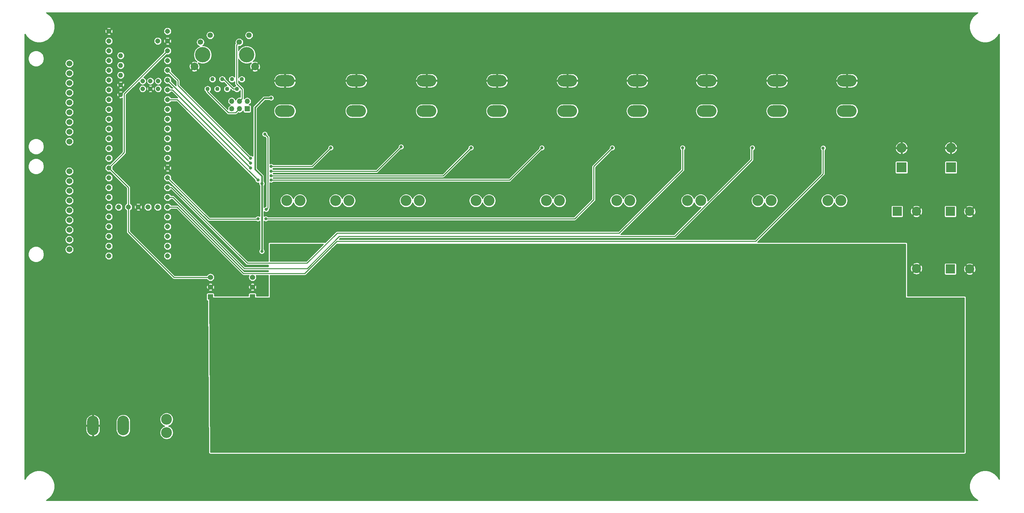
<source format=gbr>
%TF.GenerationSoftware,KiCad,Pcbnew,(5.1.6)-1*%
%TF.CreationDate,2022-03-18T21:22:57-05:00*%
%TF.ProjectId,PackVoltage_2022_Rev1,5061636b-566f-46c7-9461-67655f323032,rev?*%
%TF.SameCoordinates,Original*%
%TF.FileFunction,Copper,L2,Bot*%
%TF.FilePolarity,Positive*%
%FSLAX46Y46*%
G04 Gerber Fmt 4.6, Leading zero omitted, Abs format (unit mm)*
G04 Created by KiCad (PCBNEW (5.1.6)-1) date 2022-03-18 21:22:57*
%MOMM*%
%LPD*%
G01*
G04 APERTURE LIST*
%TA.AperFunction,ComponentPad*%
%ADD10O,5.100000X3.000000*%
%TD*%
%TA.AperFunction,ComponentPad*%
%ADD11O,3.000000X5.100000*%
%TD*%
%TA.AperFunction,ComponentPad*%
%ADD12C,1.524000*%
%TD*%
%TA.AperFunction,ComponentPad*%
%ADD13C,18.288000*%
%TD*%
%TA.AperFunction,ComponentPad*%
%ADD14C,1.308000*%
%TD*%
%TA.AperFunction,ComponentPad*%
%ADD15C,1.258000*%
%TD*%
%TA.AperFunction,ComponentPad*%
%ADD16C,1.208000*%
%TD*%
%TA.AperFunction,ComponentPad*%
%ADD17C,1.358000*%
%TD*%
%TA.AperFunction,ComponentPad*%
%ADD18R,1.358000X1.358000*%
%TD*%
%TA.AperFunction,ComponentPad*%
%ADD19C,1.100000*%
%TD*%
%TA.AperFunction,ComponentPad*%
%ADD20C,4.000000*%
%TD*%
%TA.AperFunction,ComponentPad*%
%ADD21C,1.400000*%
%TD*%
%TA.AperFunction,ComponentPad*%
%ADD22C,2.000000*%
%TD*%
%TA.AperFunction,ComponentPad*%
%ADD23C,2.819400*%
%TD*%
%TA.AperFunction,ComponentPad*%
%ADD24O,2.600000X2.600000*%
%TD*%
%TA.AperFunction,ComponentPad*%
%ADD25R,2.600000X2.600000*%
%TD*%
%TA.AperFunction,ComponentPad*%
%ADD26O,1.350000X1.350000*%
%TD*%
%TA.AperFunction,ComponentPad*%
%ADD27R,1.350000X1.350000*%
%TD*%
%TA.AperFunction,ComponentPad*%
%ADD28C,2.400000*%
%TD*%
%TA.AperFunction,ComponentPad*%
%ADD29R,2.400000X2.400000*%
%TD*%
%TA.AperFunction,ViaPad*%
%ADD30C,0.800000*%
%TD*%
%TA.AperFunction,Conductor*%
%ADD31C,0.254000*%
%TD*%
%TA.AperFunction,Conductor*%
%ADD32C,0.381000*%
%TD*%
%TA.AperFunction,Conductor*%
%ADD33C,0.250000*%
%TD*%
G04 APERTURE END LIST*
D10*
%TO.P,Conn12,2*%
%TO.N,GND*%
X60864000Y-43492000D03*
%TO.P,Conn12,1*%
%TO.N,/MOTORS/Anderson_POE*%
X60864000Y-51366000D03*
%TD*%
D11*
%TO.P,Conn11,2*%
%TO.N,GND*%
X-7562000Y-133192000D03*
%TO.P,Conn11,1*%
%TO.N,/MOTORS/12V*%
X312000Y-133192000D03*
%TD*%
D10*
%TO.P,Conn10,2*%
%TO.N,GND*%
X79152000Y-43492000D03*
%TO.P,Conn10,1*%
%TO.N,/MOTORS/Anderson_SpareMotor*%
X79152000Y-51366000D03*
%TD*%
%TO.P,Conn9,2*%
%TO.N,GND*%
X97440000Y-43492000D03*
%TO.P,Conn9,1*%
%TO.N,/MOTORS/Anderson_M6*%
X97440000Y-51366000D03*
%TD*%
%TO.P,Conn8,2*%
%TO.N,GND*%
X115728000Y-43492000D03*
%TO.P,Conn8,1*%
%TO.N,/MOTORS/Anderson_M5*%
X115728000Y-51366000D03*
%TD*%
%TO.P,Conn7,2*%
%TO.N,GND*%
X133889000Y-43492000D03*
%TO.P,Conn7,1*%
%TO.N,/MOTORS/Anderson_M4*%
X133889000Y-51366000D03*
%TD*%
%TO.P,Conn6,2*%
%TO.N,GND*%
X151923000Y-43492000D03*
%TO.P,Conn6,1*%
%TO.N,/MOTORS/Anderson_M3*%
X151923000Y-51366000D03*
%TD*%
%TO.P,Conn5,2*%
%TO.N,GND*%
X170211000Y-43492000D03*
%TO.P,Conn5,1*%
%TO.N,/MOTORS/Anderson_M2*%
X170211000Y-51366000D03*
%TD*%
%TO.P,Conn4,2*%
%TO.N,GND*%
X188372000Y-43492000D03*
%TO.P,Conn4,1*%
%TO.N,/MOTORS/Anderson_M1*%
X188372000Y-51366000D03*
%TD*%
%TO.P,Conn3,2*%
%TO.N,GND*%
X42322000Y-43492000D03*
%TO.P,Conn3,1*%
%TO.N,/MOTORS/Anderson_Spare*%
X42322000Y-51366000D03*
%TD*%
D12*
%TO.P,Conn2,9*%
%TO.N,Current_Sensor_Aux*%
X-13716000Y-67056000D03*
%TO.P,Conn2,8*%
%TO.N,Current_Sensor_BBB*%
X-13716000Y-69596000D03*
%TO.P,Conn2,7*%
%TO.N,Current_Sensor_Cam1*%
X-13716000Y-72136000D03*
%TO.P,Conn2,6*%
%TO.N,Current_Sensor_Cam2*%
X-13716000Y-74676000D03*
%TO.P,Conn2,5*%
%TO.N,Current_Sensor_Drive*%
X-13716000Y-77216000D03*
%TO.P,Conn2,4*%
%TO.N,Current_Sensor_Gim*%
X-13716000Y-79756000D03*
%TO.P,Conn2,3*%
%TO.N,Current_Sensor_Multi*%
X-13716000Y-82296000D03*
%TO.P,Conn2,2*%
%TO.N,Current_Sensor_Nav*%
X-13716000Y-84836000D03*
%TO.P,Conn2,1*%
%TO.N,Current_Sensor_12VSpare*%
X-13716000Y-87376000D03*
%TD*%
%TO.P,Conn1,9*%
%TO.N,Driver_12VSpare*%
X-13716000Y-38989000D03*
%TO.P,Conn1,8*%
%TO.N,Driver_Nav*%
X-13716000Y-41529000D03*
%TO.P,Conn1,7*%
%TO.N,Driver_Multi*%
X-13716000Y-44069000D03*
%TO.P,Conn1,6*%
%TO.N,Driver_Gim*%
X-13716000Y-46609000D03*
%TO.P,Conn1,5*%
%TO.N,Driver_Drive*%
X-13716000Y-49149000D03*
%TO.P,Conn1,4*%
%TO.N,Driver_Cam2*%
X-13716000Y-51689000D03*
%TO.P,Conn1,3*%
%TO.N,Driver_Cam1*%
X-13716000Y-54229000D03*
%TO.P,Conn1,2*%
%TO.N,Driver_BBB*%
X-13716000Y-56769000D03*
%TO.P,Conn1,1*%
%TO.N,Driver_Aux*%
X-13716000Y-59309000D03*
%TD*%
D13*
%TO.P,V1,1*%
%TO.N,PV*%
X209296000Y-112522000D03*
%TD*%
D14*
%TO.P,U20,41*%
%TO.N,Current_Sensor_M4*%
X11811000Y-68707000D03*
%TO.P,U20,40*%
%TO.N,Current_Sensor_M3*%
X11811000Y-71247000D03*
%TO.P,U20,39*%
%TO.N,Current_Sensor_M2*%
X11811000Y-73787000D03*
%TO.P,U20,38*%
%TO.N,Current_Sensor_M1*%
X11811000Y-76327000D03*
%TO.P,U20,37*%
%TO.N,Driver_Spare*%
X11811000Y-78867000D03*
%TO.P,U20,36*%
%TO.N,Driver_SpareMotor*%
X11811000Y-81407000D03*
%TO.P,U20,35*%
%TO.N,Driver_M5*%
X11811000Y-83947000D03*
%TO.P,U20,34*%
%TO.N,Driver_M3*%
X11811000Y-86487000D03*
%TO.P,U20,33*%
%TO.N,Driver_M1*%
X11811000Y-89027000D03*
%TO.P,U20,32*%
%TO.N,Driver_M2*%
X-3429000Y-89027000D03*
%TO.P,U20,31*%
%TO.N,Driver_M4*%
X-3429000Y-86487000D03*
%TO.P,U20,30*%
%TO.N,Driver_M6*%
X-3429000Y-83947000D03*
%TO.P,U20,29*%
%TO.N,Driver_POE*%
X-3429000Y-81407000D03*
%TO.P,U20,28*%
%TO.N,Net-(U20-Pad28)*%
X-3429000Y-78867000D03*
%TO.P,U20,27*%
%TO.N,Current_Sensor_12VSpare*%
X-3429000Y-76327000D03*
%TO.P,U20,26*%
%TO.N,Current_Sensor_Nav*%
X-3429000Y-73787000D03*
%TO.P,U20,25*%
%TO.N,Current_Sensor_Multi*%
X-3429000Y-71247000D03*
%TO.P,U20,24*%
%TO.N,Current_Sensor_Gim*%
X-3429000Y-68707000D03*
%TO.P,U20,VIN*%
%TO.N,Net-(U20-PadVIN)*%
X11811000Y-30607000D03*
%TO.P,U20,GND3*%
%TO.N,GND*%
X11811000Y-33147000D03*
%TO.P,U20,3.3V_2*%
%TO.N,+3V3*%
X11811000Y-35687000D03*
%TO.P,U20,23*%
%TO.N,Net-(U20-Pad23)*%
X11811000Y-38227000D03*
%TO.P,U20,22*%
%TO.N,Current_Sensor_POE*%
X11811000Y-40767000D03*
%TO.P,U20,21*%
%TO.N,Current_Sensor_SpareMotor*%
X11811000Y-43307000D03*
%TO.P,U20,20*%
%TO.N,Current_Sensor_M6*%
X11811000Y-45847000D03*
%TO.P,U20,19*%
%TO.N,Current_Sensor_M5*%
X11811000Y-48387000D03*
%TO.P,U20,18*%
%TO.N,Current_Sensor_Aux*%
X11811000Y-50927000D03*
%TO.P,U20,17*%
%TO.N,Current_Sensor_BBB*%
X11811000Y-53467000D03*
%TO.P,U20,16*%
%TO.N,Current_Sensor_Cam1*%
X11811000Y-56007000D03*
%TO.P,U20,15*%
%TO.N,Current_Sensor_Cam2*%
X11811000Y-58547000D03*
%TO.P,U20,14*%
%TO.N,Current_Sensor_Drive*%
X11811000Y-61087000D03*
%TO.P,U20,13*%
%TO.N,Net-(U20-Pad13)*%
X11811000Y-63627000D03*
%TO.P,U20,3.3V_1*%
%TO.N,+3V3*%
X-3429000Y-66167000D03*
%TO.P,U20,12*%
%TO.N,Net-(U20-Pad12)*%
X-3429000Y-63627000D03*
%TO.P,U20,11*%
%TO.N,Net-(U20-Pad11)*%
X-3429000Y-61087000D03*
%TO.P,U20,10*%
%TO.N,Net-(U20-Pad10)*%
X-3429000Y-58547000D03*
%TO.P,U20,9*%
%TO.N,Net-(U20-Pad9)*%
X-3429000Y-56007000D03*
%TO.P,U20,8*%
%TO.N,Driver_Aux*%
X-3429000Y-53467000D03*
%TO.P,U20,7*%
%TO.N,Driver_BBB*%
X-3429000Y-50927000D03*
%TO.P,U20,6*%
%TO.N,Driver_Cam1*%
X-3429000Y-48387000D03*
%TO.P,U20,5*%
%TO.N,Driver_Cam2*%
X-3429000Y-45847000D03*
%TO.P,U20,4*%
%TO.N,Driver_Drive*%
X-3429000Y-43307000D03*
%TO.P,U20,3*%
%TO.N,Driver_Gim*%
X-3429000Y-40767000D03*
%TO.P,U20,2*%
%TO.N,Driver_Multi*%
X-3429000Y-38227000D03*
%TO.P,U20,1*%
%TO.N,Driver_Nav*%
X-3429000Y-35687000D03*
D15*
%TO.P,U20,USB_GND2*%
%TO.N,GND*%
X-379000Y-47117000D03*
%TO.P,U20,USB_GND1*%
X-379000Y-44577000D03*
%TO.P,U20,D+*%
%TO.N,Net-(U20-PadD+)*%
X-379000Y-42037000D03*
%TO.P,U20,D-*%
%TO.N,N/C*%
X-379000Y-39497000D03*
%TO.P,U20,5V*%
%TO.N,Net-(U20-Pad5V)*%
X-379000Y-36957000D03*
D16*
%TO.P,U20,T-*%
%TO.N,N/C*%
X5361000Y-43577000D03*
%TO.P,U20,LED*%
%TO.N,Net-(U20-PadLED)*%
X7361000Y-43577000D03*
%TO.P,U20,T+*%
%TO.N,Net-(U20-PadT+)*%
X5361000Y-45577000D03*
%TO.P,U20,GND5*%
%TO.N,GND*%
X7361000Y-45577000D03*
%TO.P,U20,R+*%
%TO.N,Net-(U20-PadR+)*%
X9361000Y-43577000D03*
%TO.P,U20,R-*%
%TO.N,N/C*%
X9361000Y-45577000D03*
D14*
%TO.P,U20,GND2*%
%TO.N,GND*%
X11811000Y-66167000D03*
%TO.P,U20,PROGRAM*%
%TO.N,Net-(U20-PadPROGRAM)*%
X6731000Y-76327000D03*
%TO.P,U20,VUSB*%
%TO.N,Net-(U20-PadVUSB)*%
X9271000Y-33147000D03*
%TO.P,U20,ON/OFF*%
%TO.N,Net-(U20-PadON/OFF)*%
X9271000Y-76327000D03*
%TO.P,U20,GND4*%
%TO.N,GND*%
X4191000Y-76327000D03*
%TO.P,U20,3.3V_3*%
%TO.N,+3V3*%
X1651000Y-76327000D03*
%TO.P,U20,VBAT*%
%TO.N,Net-(U20-PadVBAT)*%
X-889000Y-76327000D03*
%TO.P,U20,0*%
%TO.N,Driver_12VSpare*%
X-3429000Y-33147000D03*
%TO.P,U20,GND1*%
%TO.N,GND*%
X-3429000Y-30607000D03*
%TD*%
D17*
%TO.P,U2,3*%
%TO.N,+3V3*%
X22959000Y-94615000D03*
%TO.P,U2,2*%
%TO.N,GND*%
X22959000Y-97155000D03*
D18*
%TO.P,U2,1*%
%TO.N,PV*%
X22959000Y-99695000D03*
%TD*%
D17*
%TO.P,U1,3*%
%TO.N,+5V*%
X33881000Y-94615000D03*
%TO.P,U1,2*%
%TO.N,GND*%
X33881000Y-97155000D03*
D18*
%TO.P,U1,1*%
%TO.N,PV*%
X33881000Y-99695000D03*
%TD*%
D19*
%TO.P,J1,8*%
%TO.N,Net-(C27-Pad2)*%
X22223000Y-45639000D03*
%TO.P,J1,6*%
%TO.N,Net-(Conn13-Pad5)*%
X24763000Y-45639000D03*
%TO.P,J1,4*%
%TO.N,Net-(Conn13-Pad6)*%
X27303000Y-45639000D03*
%TO.P,J1,2*%
%TO.N,Net-(C27-Pad1)*%
X29843000Y-45639000D03*
%TO.P,J1,7*%
%TO.N,Net-(J1-Pad7)*%
X23493000Y-43099000D03*
%TO.P,J1,5*%
%TO.N,Net-(C27-Pad1)*%
X26033000Y-43099000D03*
%TO.P,J1,3*%
%TO.N,Net-(Conn13-Pad2)*%
X28573000Y-43099000D03*
%TO.P,J1,1*%
%TO.N,Net-(Conn13-Pad1)*%
X31113000Y-43099000D03*
D20*
%TO.P,J1,14*%
%TO.N,N/C*%
X20953000Y-36749000D03*
%TO.P,J1,13*%
X32383000Y-36749000D03*
D21*
%TO.P,J1,11*%
%TO.N,Net-(J1-Pad11)*%
X22883000Y-31669000D03*
%TO.P,J1,10*%
%TO.N,Net-(Conn13-Pad4)*%
X30453000Y-33459000D03*
%TO.P,J1,12*%
%TO.N,Net-(J1-Pad12)*%
X20343000Y-33459000D03*
%TO.P,J1,9*%
%TO.N,Net-(C27-Pad2)*%
X32993000Y-31669000D03*
D22*
%TO.P,J1,SH*%
%TO.N,GND*%
X34543000Y-39799000D03*
X18793000Y-39799000D03*
%TD*%
D13*
%TO.P,GND1,1*%
%TO.N,GND*%
X209296000Y-44450000D03*
%TD*%
D23*
%TO.P,F10,1*%
%TO.N,PV*%
X46228000Y-88138000D03*
X42799000Y-88138000D03*
%TO.P,F10,2*%
%TO.N,Net-(C26-Pad1)*%
X42799000Y-74676000D03*
X46228000Y-74676000D03*
%TD*%
%TO.P,F9,1*%
%TO.N,PV*%
X95377000Y-88138000D03*
X91948000Y-88138000D03*
%TO.P,F9,2*%
%TO.N,Net-(C24-Pad1)*%
X91948000Y-74676000D03*
X95377000Y-74676000D03*
%TD*%
%TO.P,F8,1*%
%TO.N,PV*%
X113665000Y-88138000D03*
X110236000Y-88138000D03*
%TO.P,F8,2*%
%TO.N,Net-(C23-Pad1)*%
X110236000Y-74676000D03*
X113665000Y-74676000D03*
%TD*%
%TO.P,F7,1*%
%TO.N,PV*%
X77216000Y-88138000D03*
X73787000Y-88138000D03*
%TO.P,F7,2*%
%TO.N,Net-(C22-Pad1)*%
X73787000Y-74676000D03*
X77216000Y-74676000D03*
%TD*%
%TO.P,F6,1*%
%TO.N,PV*%
X58928000Y-88138000D03*
X55499000Y-88138000D03*
%TO.P,F6,2*%
%TO.N,Net-(C21-Pad1)*%
X55499000Y-74676000D03*
X58928000Y-74676000D03*
%TD*%
%TO.P,F5,1*%
%TO.N,/MOTORS/12V*%
X11557000Y-135001000D03*
X11557000Y-131572000D03*
%TO.P,F5,2*%
%TO.N,PV*%
X25019000Y-131572000D03*
X25019000Y-135001000D03*
%TD*%
%TO.P,F4,1*%
%TO.N,PV*%
X131953000Y-88138000D03*
X128524000Y-88138000D03*
%TO.P,F4,2*%
%TO.N,Net-(C16-Pad1)*%
X128524000Y-74676000D03*
X131953000Y-74676000D03*
%TD*%
%TO.P,F3,1*%
%TO.N,PV*%
X150368000Y-88138000D03*
X146939000Y-88138000D03*
%TO.P,F3,2*%
%TO.N,Net-(C15-Pad1)*%
X146939000Y-74676000D03*
X150368000Y-74676000D03*
%TD*%
%TO.P,F2,1*%
%TO.N,PV*%
X168656000Y-88138000D03*
X165227000Y-88138000D03*
%TO.P,F2,2*%
%TO.N,Net-(C14-Pad1)*%
X165227000Y-74676000D03*
X168656000Y-74676000D03*
%TD*%
%TO.P,F1,1*%
%TO.N,PV*%
X186817000Y-88138000D03*
X183388000Y-88138000D03*
%TO.P,F1,2*%
%TO.N,Net-(C13-Pad1)*%
X183388000Y-74676000D03*
X186817000Y-74676000D03*
%TD*%
D24*
%TO.P,D4,2*%
%TO.N,GND*%
X215392000Y-60960000D03*
D25*
%TO.P,D4,1*%
%TO.N,PV*%
X215392000Y-66040000D03*
%TD*%
D24*
%TO.P,D3,2*%
%TO.N,GND*%
X202565000Y-60960000D03*
D25*
%TO.P,D3,1*%
%TO.N,PV*%
X202565000Y-66040000D03*
%TD*%
D26*
%TO.P,Conn13,6*%
%TO.N,Net-(Conn13-Pad6)*%
X28512000Y-48800000D03*
%TO.P,Conn13,5*%
%TO.N,Net-(Conn13-Pad5)*%
X28512000Y-50800000D03*
%TO.P,Conn13,4*%
%TO.N,Net-(Conn13-Pad4)*%
X30512000Y-48800000D03*
%TO.P,Conn13,3*%
%TO.N,Net-(C27-Pad2)*%
X30512000Y-50800000D03*
%TO.P,Conn13,2*%
%TO.N,Net-(Conn13-Pad2)*%
X32512000Y-48800000D03*
D27*
%TO.P,Conn13,1*%
%TO.N,Net-(Conn13-Pad1)*%
X32512000Y-50800000D03*
%TD*%
D28*
%TO.P,C8,2*%
%TO.N,GND*%
X220265000Y-92456000D03*
D29*
%TO.P,C8,1*%
%TO.N,PV*%
X215265000Y-92456000D03*
%TD*%
D28*
%TO.P,C7,2*%
%TO.N,GND*%
X206422000Y-92329000D03*
D29*
%TO.P,C7,1*%
%TO.N,PV*%
X201422000Y-92329000D03*
%TD*%
D28*
%TO.P,C6,2*%
%TO.N,GND*%
X220265000Y-77470000D03*
D29*
%TO.P,C6,1*%
%TO.N,PV*%
X215265000Y-77470000D03*
%TD*%
D28*
%TO.P,C5,2*%
%TO.N,GND*%
X206422000Y-77470000D03*
D29*
%TO.P,C5,1*%
%TO.N,PV*%
X201422000Y-77470000D03*
%TD*%
D30*
%TO.N,GND*%
X66548000Y-32004000D03*
X73152000Y-39116000D03*
X66548000Y-39116000D03*
X73152000Y-32004000D03*
X85344000Y-32004000D03*
X91948000Y-39116000D03*
X85344000Y-39116000D03*
X91948000Y-32004000D03*
X103632000Y-32004000D03*
X110236000Y-39116000D03*
X103632000Y-39116000D03*
X110236000Y-32004000D03*
X121920000Y-32004000D03*
X128524000Y-39116000D03*
X121920000Y-39116000D03*
X128524000Y-32004000D03*
X139700000Y-32004000D03*
X146304000Y-39116000D03*
X139700000Y-39116000D03*
X146304000Y-32004000D03*
X157988000Y-32004000D03*
X164592000Y-39116000D03*
X157988000Y-39116000D03*
X164592000Y-32004000D03*
X176276000Y-32004000D03*
X182880000Y-39116000D03*
X176276000Y-39116000D03*
X182880000Y-32004000D03*
X183515000Y-61722000D03*
X165323000Y-61691000D03*
X161036000Y-60833000D03*
X179451000Y-61087000D03*
X147035000Y-61691000D03*
X142748000Y-60960000D03*
X180340000Y-74295000D03*
X161925000Y-74422000D03*
X143510000Y-74422000D03*
X128747000Y-61564000D03*
X124460000Y-60960000D03*
X125095000Y-74295000D03*
X110459000Y-61564000D03*
X106172000Y-60960000D03*
X88519000Y-74549000D03*
X106807000Y-74295000D03*
X87884000Y-60833000D03*
X92202000Y-61533000D03*
X73883000Y-61691000D03*
X69596000Y-60833000D03*
X51181000Y-60706000D03*
X55626000Y-61595000D03*
X52070000Y-74168000D03*
X70358000Y-74295000D03*
X47117000Y-64516000D03*
X21209000Y-86106000D03*
X26416000Y-89535000D03*
X31877000Y-86106000D03*
X37211000Y-89408000D03*
X37084000Y-61976000D03*
X50165000Y-52324000D03*
X68580000Y-52451000D03*
X86868000Y-52070000D03*
X105156000Y-52070000D03*
X123444000Y-51816000D03*
X141732000Y-51689000D03*
X160020000Y-51435000D03*
X178181000Y-51181000D03*
X34544000Y-71247000D03*
X47752000Y-32004000D03*
X54356000Y-32004000D03*
X47752000Y-39116000D03*
X54356000Y-39116000D03*
X179832000Y-35560000D03*
X161544000Y-35560000D03*
X143256000Y-35560000D03*
X125476000Y-35560000D03*
X107188000Y-35560000D03*
X88900000Y-35560000D03*
X70104000Y-35560000D03*
X51308000Y-35560000D03*
X15240000Y-53340000D03*
X15240000Y-57150000D03*
X19050000Y-57150000D03*
X19050000Y-60960000D03*
X22860000Y-60960000D03*
X22860000Y-64770000D03*
X26670000Y-64770000D03*
X26670000Y-68580000D03*
X22860000Y-68580000D03*
X19050000Y-68580000D03*
X19050000Y-64770000D03*
X15240000Y-64770000D03*
X15240000Y-60960000D03*
X15240000Y-68580000D03*
X30480000Y-68580000D03*
%TO.N,PV*%
X213360000Y-134620000D03*
X200660000Y-134620000D03*
X187960000Y-134620000D03*
X175260000Y-134620000D03*
X162560000Y-134620000D03*
X149860000Y-134620000D03*
X137160000Y-134620000D03*
X124460000Y-134620000D03*
X111760000Y-134620000D03*
X99060000Y-134620000D03*
X86360000Y-134620000D03*
X73660000Y-134620000D03*
X60960000Y-134620000D03*
X48260000Y-134620000D03*
X35560000Y-134620000D03*
X35560000Y-121920000D03*
X48260000Y-121920000D03*
X60960000Y-121920000D03*
X73660000Y-121920000D03*
X86360000Y-121920000D03*
X99060000Y-121920000D03*
X111760000Y-121920000D03*
X124460000Y-121920000D03*
X137160000Y-121920000D03*
X149860000Y-121920000D03*
X162560000Y-121920000D03*
X175260000Y-121920000D03*
X187960000Y-121920000D03*
X187960000Y-109220000D03*
X175260000Y-109220000D03*
X162560000Y-109220000D03*
X149860000Y-109220000D03*
X137160000Y-109220000D03*
X124460000Y-109220000D03*
X111760000Y-109220000D03*
X99060000Y-109220000D03*
X86360000Y-109220000D03*
X73660000Y-109220000D03*
X60960000Y-109220000D03*
X48260000Y-109220000D03*
X35560000Y-109220000D03*
X48260000Y-96520000D03*
X60960000Y-96520000D03*
X73660000Y-96520000D03*
X86360000Y-96520000D03*
X99060000Y-96520000D03*
X111760000Y-96520000D03*
X124460000Y-96520000D03*
X137160000Y-96520000D03*
X149860000Y-96520000D03*
X162560000Y-96520000D03*
X175260000Y-96520000D03*
X187960000Y-96520000D03*
%TO.N,+5V*%
X36322000Y-87884000D03*
X38735000Y-48006000D03*
X36322000Y-70231000D03*
%TO.N,Net-(Q9-Pad4)*%
X37465000Y-76962000D03*
X37084000Y-57404000D03*
%TO.N,Current_Sensor_M1*%
X182194200Y-60985400D03*
%TO.N,Current_Sensor_M2*%
X163804600Y-60934600D03*
%TO.N,Current_Sensor_M3*%
X145643600Y-60934600D03*
%TO.N,Current_Sensor_M4*%
X35306000Y-79375000D03*
X37338000Y-79375000D03*
X127381000Y-60960000D03*
%TO.N,Current_Sensor_POE*%
X33401000Y-63627000D03*
X38735000Y-65786000D03*
X54229000Y-60960000D03*
%TO.N,Current_Sensor_SpareMotor*%
X33401000Y-64897000D03*
X38735000Y-67056000D03*
X72517000Y-60706000D03*
%TO.N,Current_Sensor_M5*%
X35306000Y-69342000D03*
X38735000Y-69342000D03*
X109093000Y-60960000D03*
%TO.N,Current_Sensor_M6*%
X33401000Y-66167000D03*
X38735000Y-68199000D03*
X90678000Y-60960000D03*
%TD*%
D31*
%TO.N,+3V3*%
X-3429000Y-66167000D02*
X1651000Y-71247000D01*
X1651000Y-71247000D02*
X1651000Y-76327000D01*
X577001Y-46920999D02*
X11811000Y-35687000D01*
X577001Y-62160999D02*
X577001Y-46920999D01*
X-3429000Y-66167000D02*
X577001Y-62160999D01*
X1651000Y-80318882D02*
X1651000Y-76327000D01*
X1651000Y-82804000D02*
X1651000Y-80318882D01*
X13462000Y-94615000D02*
X1651000Y-82804000D01*
X22959000Y-94615000D02*
X13462000Y-94615000D01*
D32*
%TO.N,+5V*%
X36322000Y-84074000D02*
X36322000Y-70231000D01*
X36322000Y-84074000D02*
X36322000Y-87884000D01*
X36322000Y-68326000D02*
X34544000Y-66548000D01*
X34544000Y-66548000D02*
X34544000Y-50419000D01*
X36957000Y-48006000D02*
X38735000Y-48006000D01*
X34544000Y-50419000D02*
X36957000Y-48006000D01*
X36322000Y-70231000D02*
X36322000Y-68326000D01*
D31*
%TO.N,Net-(C27-Pad2)*%
X27608184Y-51802001D02*
X29509999Y-51802001D01*
X22223000Y-46416817D02*
X27608184Y-51802001D01*
X29509999Y-51802001D02*
X30512000Y-50800000D01*
X22223000Y-45639000D02*
X22223000Y-46416817D01*
%TO.N,Net-(C27-Pad1)*%
X29843000Y-45639000D02*
X28875000Y-45639000D01*
X26335000Y-43099000D02*
X26033000Y-43099000D01*
X28875000Y-45639000D02*
X26335000Y-43099000D01*
%TO.N,Net-(Conn13-Pad4)*%
X31186999Y-48125001D02*
X30512000Y-48800000D01*
X29753001Y-44251039D02*
X31186999Y-45685037D01*
X31186999Y-45685037D02*
X31186999Y-48125001D01*
X29753001Y-34158999D02*
X29753001Y-44251039D01*
X30453000Y-33459000D02*
X29753001Y-34158999D01*
%TO.N,Net-(Q9-Pad4)*%
X37864999Y-58184999D02*
X37084000Y-57404000D01*
X37864999Y-76562001D02*
X37864999Y-58184999D01*
X37465000Y-76962000D02*
X37864999Y-76562001D01*
%TO.N,Current_Sensor_M1*%
X14283962Y-76327000D02*
X31555962Y-93599000D01*
X11811000Y-76327000D02*
X14283962Y-76327000D01*
D33*
X47470642Y-93599000D02*
X55801842Y-85267800D01*
X31555962Y-93599000D02*
X47470642Y-93599000D01*
X55801842Y-85267800D02*
X164642800Y-85267800D01*
X164642800Y-85267800D02*
X182194200Y-67716400D01*
X182194200Y-67716400D02*
X182194200Y-60985400D01*
D31*
%TO.N,Current_Sensor_M2*%
X11811000Y-73787000D02*
X13208000Y-73787000D01*
X13208000Y-73787000D02*
X31750000Y-92329000D01*
D33*
X48104232Y-92329000D02*
X56435432Y-83997800D01*
X31750000Y-92329000D02*
X48104232Y-92329000D01*
X143613558Y-83997800D02*
X163601400Y-64009958D01*
X56435432Y-83997800D02*
X143613558Y-83997800D01*
X163601400Y-64009958D02*
X163601400Y-61137800D01*
X163601400Y-61137800D02*
X163804600Y-60934600D01*
D31*
%TO.N,Current_Sensor_M3*%
X11811000Y-71247000D02*
X12827000Y-71247000D01*
X12827000Y-71247000D02*
X32512000Y-90932000D01*
D33*
X32512000Y-90932000D02*
X48082200Y-90932000D01*
X48082200Y-90932000D02*
X55880000Y-83134200D01*
X55880000Y-83134200D02*
X129184400Y-83134200D01*
X129184400Y-83134200D02*
X145643600Y-66675000D01*
X145643600Y-66675000D02*
X145643600Y-60934600D01*
D31*
%TO.N,Current_Sensor_M4*%
X11811000Y-68707000D02*
X22606000Y-79502000D01*
X35179000Y-79502000D02*
X35306000Y-79375000D01*
X22606000Y-79502000D02*
X35179000Y-79502000D01*
X37338000Y-79375000D02*
X117602000Y-79375000D01*
X117602000Y-79375000D02*
X122555000Y-74422000D01*
X122555000Y-65786000D02*
X127381000Y-60960000D01*
X122555000Y-74422000D02*
X122555000Y-65786000D01*
%TO.N,Current_Sensor_POE*%
X11811000Y-40767000D02*
X14478000Y-43434000D01*
X14478000Y-44704000D02*
X33401000Y-63627000D01*
X14478000Y-43434000D02*
X14478000Y-44704000D01*
X49403000Y-65786000D02*
X54229000Y-60960000D01*
X38735000Y-65786000D02*
X49403000Y-65786000D01*
%TO.N,Current_Sensor_SpareMotor*%
X11811000Y-43307000D02*
X33401000Y-64897000D01*
X66167000Y-67056000D02*
X72517000Y-60706000D01*
X38735000Y-67056000D02*
X66167000Y-67056000D01*
%TO.N,Current_Sensor_M5*%
X14351000Y-48387000D02*
X35306000Y-69342000D01*
X11811000Y-48387000D02*
X14351000Y-48387000D01*
X100711000Y-69342000D02*
X109093000Y-60960000D01*
X38735000Y-69342000D02*
X100711000Y-69342000D01*
%TO.N,Current_Sensor_M6*%
X13081000Y-45847000D02*
X33401000Y-66167000D01*
X11811000Y-45847000D02*
X13081000Y-45847000D01*
X83439000Y-68199000D02*
X90678000Y-60960000D01*
X38735000Y-68199000D02*
X83439000Y-68199000D01*
%TD*%
%TO.N,GND*%
G36*
X222339827Y-25830450D02*
G01*
X221668275Y-26279167D01*
X221097167Y-26850275D01*
X220648450Y-27521827D01*
X220339368Y-28268016D01*
X220181800Y-29060166D01*
X220181800Y-29867834D01*
X220339368Y-30659984D01*
X220648450Y-31406173D01*
X221097167Y-32077725D01*
X221668275Y-32648833D01*
X222339827Y-33097550D01*
X223086016Y-33406632D01*
X223878166Y-33564200D01*
X224685834Y-33564200D01*
X225477984Y-33406632D01*
X226224173Y-33097550D01*
X226895725Y-32648833D01*
X227466833Y-32077725D01*
X227915550Y-31406173D01*
X227940000Y-31347146D01*
X227940001Y-122916059D01*
X227940000Y-147087854D01*
X227915550Y-147028827D01*
X227466833Y-146357275D01*
X226895725Y-145786167D01*
X226224173Y-145337450D01*
X225477984Y-145028368D01*
X224685834Y-144870800D01*
X223878166Y-144870800D01*
X223086016Y-145028368D01*
X222339827Y-145337450D01*
X221668275Y-145786167D01*
X221097167Y-146357275D01*
X220648450Y-147028827D01*
X220339368Y-147775016D01*
X220181800Y-148567166D01*
X220181800Y-149374834D01*
X220339368Y-150166984D01*
X220648450Y-150913173D01*
X221097167Y-151584725D01*
X221668275Y-152155833D01*
X222339827Y-152604550D01*
X222398854Y-152629000D01*
X-19706854Y-152629000D01*
X-19647827Y-152604550D01*
X-18976275Y-152155833D01*
X-18405167Y-151584725D01*
X-17956450Y-150913173D01*
X-17647368Y-150166984D01*
X-17489800Y-149374834D01*
X-17489800Y-148567166D01*
X-17647368Y-147775016D01*
X-17956450Y-147028827D01*
X-18405167Y-146357275D01*
X-18976275Y-145786167D01*
X-19647827Y-145337450D01*
X-20394016Y-145028368D01*
X-21186166Y-144870800D01*
X-21993834Y-144870800D01*
X-22785984Y-145028368D01*
X-23532173Y-145337450D01*
X-24203725Y-145786167D01*
X-24774833Y-146357275D01*
X-25223550Y-147028827D01*
X-25248000Y-147087854D01*
X-25248000Y-133319000D01*
X-9443000Y-133319000D01*
X-9443000Y-134369000D01*
X-9382081Y-134733525D01*
X-9251217Y-135079161D01*
X-9055437Y-135392625D01*
X-8802265Y-135661871D01*
X-8501431Y-135876552D01*
X-8164495Y-136028418D01*
X-7981018Y-136075735D01*
X-7689000Y-136023228D01*
X-7689000Y-133319000D01*
X-7435000Y-133319000D01*
X-7435000Y-136023228D01*
X-7142982Y-136075735D01*
X-6959505Y-136028418D01*
X-6622569Y-135876552D01*
X-6321735Y-135661871D01*
X-6068563Y-135392625D01*
X-5872783Y-135079161D01*
X-5741919Y-134733525D01*
X-5681000Y-134369000D01*
X-5681000Y-133319000D01*
X-7435000Y-133319000D01*
X-7689000Y-133319000D01*
X-9443000Y-133319000D01*
X-25248000Y-133319000D01*
X-25248000Y-132015000D01*
X-9443000Y-132015000D01*
X-9443000Y-133065000D01*
X-7689000Y-133065000D01*
X-7689000Y-130360772D01*
X-7435000Y-130360772D01*
X-7435000Y-133065000D01*
X-5681000Y-133065000D01*
X-5681000Y-132049598D01*
X-1569000Y-132049598D01*
X-1568999Y-134334403D01*
X-1541782Y-134610740D01*
X-1434225Y-134965310D01*
X-1259561Y-135292084D01*
X-1024502Y-135578503D01*
X-738083Y-135813562D01*
X-411309Y-135988226D01*
X-56739Y-136095783D01*
X312000Y-136132101D01*
X680740Y-136095783D01*
X1035310Y-135988226D01*
X1362084Y-135813562D01*
X1648503Y-135578503D01*
X1883562Y-135292084D01*
X2058226Y-134965310D01*
X2165783Y-134610740D01*
X2193000Y-134334403D01*
X2193000Y-132049597D01*
X2165783Y-131773260D01*
X2058226Y-131418690D01*
X2045901Y-131395631D01*
X9766300Y-131395631D01*
X9766300Y-131748369D01*
X9835116Y-132094328D01*
X9970103Y-132420214D01*
X10166073Y-132713504D01*
X10415496Y-132962927D01*
X10708786Y-133158897D01*
X11016846Y-133286500D01*
X10708786Y-133414103D01*
X10415496Y-133610073D01*
X10166073Y-133859496D01*
X9970103Y-134152786D01*
X9835116Y-134478672D01*
X9766300Y-134824631D01*
X9766300Y-135177369D01*
X9835116Y-135523328D01*
X9970103Y-135849214D01*
X10166073Y-136142504D01*
X10415496Y-136391927D01*
X10708786Y-136587897D01*
X11034672Y-136722884D01*
X11380631Y-136791700D01*
X11733369Y-136791700D01*
X12079328Y-136722884D01*
X12405214Y-136587897D01*
X12698504Y-136391927D01*
X12947927Y-136142504D01*
X13143897Y-135849214D01*
X13278884Y-135523328D01*
X13347700Y-135177369D01*
X13347700Y-134824631D01*
X13278884Y-134478672D01*
X13143897Y-134152786D01*
X12947927Y-133859496D01*
X12698504Y-133610073D01*
X12405214Y-133414103D01*
X12097154Y-133286500D01*
X12405214Y-133158897D01*
X12698504Y-132962927D01*
X12947927Y-132713504D01*
X13143897Y-132420214D01*
X13278884Y-132094328D01*
X13347700Y-131748369D01*
X13347700Y-131395631D01*
X13278884Y-131049672D01*
X13143897Y-130723786D01*
X12947927Y-130430496D01*
X12698504Y-130181073D01*
X12405214Y-129985103D01*
X12079328Y-129850116D01*
X11733369Y-129781300D01*
X11380631Y-129781300D01*
X11034672Y-129850116D01*
X10708786Y-129985103D01*
X10415496Y-130181073D01*
X10166073Y-130430496D01*
X9970103Y-130723786D01*
X9835116Y-131049672D01*
X9766300Y-131395631D01*
X2045901Y-131395631D01*
X1883562Y-131091916D01*
X1648503Y-130805497D01*
X1362084Y-130570438D01*
X1035309Y-130395774D01*
X680739Y-130288217D01*
X312000Y-130251899D01*
X-56740Y-130288217D01*
X-411310Y-130395774D01*
X-738084Y-130570438D01*
X-1024503Y-130805497D01*
X-1259562Y-131091916D01*
X-1434226Y-131418691D01*
X-1541783Y-131773261D01*
X-1569000Y-132049598D01*
X-5681000Y-132049598D01*
X-5681000Y-132015000D01*
X-5741919Y-131650475D01*
X-5872783Y-131304839D01*
X-6068563Y-130991375D01*
X-6321735Y-130722129D01*
X-6622569Y-130507448D01*
X-6959505Y-130355582D01*
X-7142982Y-130308265D01*
X-7435000Y-130360772D01*
X-7689000Y-130360772D01*
X-7981018Y-130308265D01*
X-8164495Y-130355582D01*
X-8501431Y-130507448D01*
X-8802265Y-130722129D01*
X-9055437Y-130991375D01*
X-9251217Y-131304839D01*
X-9382081Y-131650475D01*
X-9443000Y-132015000D01*
X-25248000Y-132015000D01*
X-25248000Y-97924706D01*
X22368900Y-97924706D01*
X22440144Y-98085210D01*
X22631588Y-98168560D01*
X22835616Y-98212959D01*
X23044384Y-98216702D01*
X23249870Y-98179644D01*
X23444179Y-98103210D01*
X23477856Y-98085210D01*
X23549100Y-97924706D01*
X33290900Y-97924706D01*
X33362144Y-98085210D01*
X33553588Y-98168560D01*
X33757616Y-98212959D01*
X33966384Y-98216702D01*
X34171870Y-98179644D01*
X34366179Y-98103210D01*
X34399856Y-98085210D01*
X34471100Y-97924706D01*
X33881000Y-97334605D01*
X33290900Y-97924706D01*
X23549100Y-97924706D01*
X22959000Y-97334605D01*
X22368900Y-97924706D01*
X-25248000Y-97924706D01*
X-25248000Y-97240384D01*
X21897298Y-97240384D01*
X21934356Y-97445870D01*
X22010790Y-97640179D01*
X22028790Y-97673856D01*
X22189294Y-97745100D01*
X22779395Y-97155000D01*
X23138605Y-97155000D01*
X23728706Y-97745100D01*
X23889210Y-97673856D01*
X23972560Y-97482412D01*
X24016959Y-97278384D01*
X24017640Y-97240384D01*
X32819298Y-97240384D01*
X32856356Y-97445870D01*
X32932790Y-97640179D01*
X32950790Y-97673856D01*
X33111294Y-97745100D01*
X33701395Y-97155000D01*
X34060605Y-97155000D01*
X34650706Y-97745100D01*
X34811210Y-97673856D01*
X34894560Y-97482412D01*
X34938959Y-97278384D01*
X34942702Y-97069616D01*
X34905644Y-96864130D01*
X34829210Y-96669821D01*
X34811210Y-96636144D01*
X34650706Y-96564900D01*
X34060605Y-97155000D01*
X33701395Y-97155000D01*
X33111294Y-96564900D01*
X32950790Y-96636144D01*
X32867440Y-96827588D01*
X32823041Y-97031616D01*
X32819298Y-97240384D01*
X24017640Y-97240384D01*
X24020702Y-97069616D01*
X23983644Y-96864130D01*
X23907210Y-96669821D01*
X23889210Y-96636144D01*
X23728706Y-96564900D01*
X23138605Y-97155000D01*
X22779395Y-97155000D01*
X22189294Y-96564900D01*
X22028790Y-96636144D01*
X21945440Y-96827588D01*
X21901041Y-97031616D01*
X21897298Y-97240384D01*
X-25248000Y-97240384D01*
X-25248000Y-96385294D01*
X22368900Y-96385294D01*
X22959000Y-96975395D01*
X23549100Y-96385294D01*
X33290900Y-96385294D01*
X33881000Y-96975395D01*
X34471100Y-96385294D01*
X34399856Y-96224790D01*
X34208412Y-96141440D01*
X34004384Y-96097041D01*
X33795616Y-96093298D01*
X33590130Y-96130356D01*
X33395821Y-96206790D01*
X33362144Y-96224790D01*
X33290900Y-96385294D01*
X23549100Y-96385294D01*
X23477856Y-96224790D01*
X23286412Y-96141440D01*
X23082384Y-96097041D01*
X22873616Y-96093298D01*
X22668130Y-96130356D01*
X22473821Y-96206790D01*
X22440144Y-96224790D01*
X22368900Y-96385294D01*
X-25248000Y-96385294D01*
X-25248000Y-88438577D01*
X-24458000Y-88438577D01*
X-24458000Y-88853423D01*
X-24377068Y-89260298D01*
X-24218313Y-89643565D01*
X-23987837Y-89988497D01*
X-23694497Y-90281837D01*
X-23349565Y-90512313D01*
X-22966298Y-90671068D01*
X-22559423Y-90752000D01*
X-22144577Y-90752000D01*
X-21737702Y-90671068D01*
X-21354435Y-90512313D01*
X-21009503Y-90281837D01*
X-20716163Y-89988497D01*
X-20485687Y-89643565D01*
X-20326932Y-89260298D01*
X-20260250Y-88925061D01*
X-4464000Y-88925061D01*
X-4464000Y-89128939D01*
X-4424226Y-89328898D01*
X-4346205Y-89517256D01*
X-4232937Y-89686774D01*
X-4088774Y-89830937D01*
X-3919256Y-89944205D01*
X-3730898Y-90022226D01*
X-3530939Y-90062000D01*
X-3327061Y-90062000D01*
X-3127102Y-90022226D01*
X-2938744Y-89944205D01*
X-2769226Y-89830937D01*
X-2625063Y-89686774D01*
X-2511795Y-89517256D01*
X-2433774Y-89328898D01*
X-2394000Y-89128939D01*
X-2394000Y-88925061D01*
X-2433774Y-88725102D01*
X-2511795Y-88536744D01*
X-2625063Y-88367226D01*
X-2769226Y-88223063D01*
X-2938744Y-88109795D01*
X-3127102Y-88031774D01*
X-3327061Y-87992000D01*
X-3530939Y-87992000D01*
X-3730898Y-88031774D01*
X-3919256Y-88109795D01*
X-4088774Y-88223063D01*
X-4232937Y-88367226D01*
X-4346205Y-88536744D01*
X-4424226Y-88725102D01*
X-4464000Y-88925061D01*
X-20260250Y-88925061D01*
X-20246000Y-88853423D01*
X-20246000Y-88438577D01*
X-20326932Y-88031702D01*
X-20485687Y-87648435D01*
X-20716163Y-87303503D01*
X-20756242Y-87263424D01*
X-14859000Y-87263424D01*
X-14859000Y-87488576D01*
X-14815075Y-87709401D01*
X-14728913Y-87917413D01*
X-14603826Y-88104620D01*
X-14444620Y-88263826D01*
X-14257413Y-88388913D01*
X-14049401Y-88475075D01*
X-13828576Y-88519000D01*
X-13603424Y-88519000D01*
X-13382599Y-88475075D01*
X-13174587Y-88388913D01*
X-12987380Y-88263826D01*
X-12828174Y-88104620D01*
X-12703087Y-87917413D01*
X-12616925Y-87709401D01*
X-12573000Y-87488576D01*
X-12573000Y-87263424D01*
X-12616925Y-87042599D01*
X-12703087Y-86834587D01*
X-12828174Y-86647380D01*
X-12987380Y-86488174D01*
X-13141700Y-86385061D01*
X-4464000Y-86385061D01*
X-4464000Y-86588939D01*
X-4424226Y-86788898D01*
X-4346205Y-86977256D01*
X-4232937Y-87146774D01*
X-4088774Y-87290937D01*
X-3919256Y-87404205D01*
X-3730898Y-87482226D01*
X-3530939Y-87522000D01*
X-3327061Y-87522000D01*
X-3127102Y-87482226D01*
X-2938744Y-87404205D01*
X-2769226Y-87290937D01*
X-2625063Y-87146774D01*
X-2511795Y-86977256D01*
X-2433774Y-86788898D01*
X-2394000Y-86588939D01*
X-2394000Y-86385061D01*
X-2433774Y-86185102D01*
X-2511795Y-85996744D01*
X-2625063Y-85827226D01*
X-2769226Y-85683063D01*
X-2938744Y-85569795D01*
X-3127102Y-85491774D01*
X-3327061Y-85452000D01*
X-3530939Y-85452000D01*
X-3730898Y-85491774D01*
X-3919256Y-85569795D01*
X-4088774Y-85683063D01*
X-4232937Y-85827226D01*
X-4346205Y-85996744D01*
X-4424226Y-86185102D01*
X-4464000Y-86385061D01*
X-13141700Y-86385061D01*
X-13174587Y-86363087D01*
X-13382599Y-86276925D01*
X-13603424Y-86233000D01*
X-13828576Y-86233000D01*
X-14049401Y-86276925D01*
X-14257413Y-86363087D01*
X-14444620Y-86488174D01*
X-14603826Y-86647380D01*
X-14728913Y-86834587D01*
X-14815075Y-87042599D01*
X-14859000Y-87263424D01*
X-20756242Y-87263424D01*
X-21009503Y-87010163D01*
X-21354435Y-86779687D01*
X-21737702Y-86620932D01*
X-22144577Y-86540000D01*
X-22559423Y-86540000D01*
X-22966298Y-86620932D01*
X-23349565Y-86779687D01*
X-23694497Y-87010163D01*
X-23987837Y-87303503D01*
X-24218313Y-87648435D01*
X-24377068Y-88031702D01*
X-24458000Y-88438577D01*
X-25248000Y-88438577D01*
X-25248000Y-84723424D01*
X-14859000Y-84723424D01*
X-14859000Y-84948576D01*
X-14815075Y-85169401D01*
X-14728913Y-85377413D01*
X-14603826Y-85564620D01*
X-14444620Y-85723826D01*
X-14257413Y-85848913D01*
X-14049401Y-85935075D01*
X-13828576Y-85979000D01*
X-13603424Y-85979000D01*
X-13382599Y-85935075D01*
X-13174587Y-85848913D01*
X-12987380Y-85723826D01*
X-12828174Y-85564620D01*
X-12703087Y-85377413D01*
X-12616925Y-85169401D01*
X-12573000Y-84948576D01*
X-12573000Y-84723424D01*
X-12616925Y-84502599D01*
X-12703087Y-84294587D01*
X-12828174Y-84107380D01*
X-12987380Y-83948174D01*
X-13141700Y-83845061D01*
X-4464000Y-83845061D01*
X-4464000Y-84048939D01*
X-4424226Y-84248898D01*
X-4346205Y-84437256D01*
X-4232937Y-84606774D01*
X-4088774Y-84750937D01*
X-3919256Y-84864205D01*
X-3730898Y-84942226D01*
X-3530939Y-84982000D01*
X-3327061Y-84982000D01*
X-3127102Y-84942226D01*
X-2938744Y-84864205D01*
X-2769226Y-84750937D01*
X-2625063Y-84606774D01*
X-2511795Y-84437256D01*
X-2433774Y-84248898D01*
X-2394000Y-84048939D01*
X-2394000Y-83845061D01*
X-2433774Y-83645102D01*
X-2511795Y-83456744D01*
X-2625063Y-83287226D01*
X-2769226Y-83143063D01*
X-2938744Y-83029795D01*
X-3127102Y-82951774D01*
X-3327061Y-82912000D01*
X-3530939Y-82912000D01*
X-3730898Y-82951774D01*
X-3919256Y-83029795D01*
X-4088774Y-83143063D01*
X-4232937Y-83287226D01*
X-4346205Y-83456744D01*
X-4424226Y-83645102D01*
X-4464000Y-83845061D01*
X-13141700Y-83845061D01*
X-13174587Y-83823087D01*
X-13382599Y-83736925D01*
X-13603424Y-83693000D01*
X-13828576Y-83693000D01*
X-14049401Y-83736925D01*
X-14257413Y-83823087D01*
X-14444620Y-83948174D01*
X-14603826Y-84107380D01*
X-14728913Y-84294587D01*
X-14815075Y-84502599D01*
X-14859000Y-84723424D01*
X-25248000Y-84723424D01*
X-25248000Y-82183424D01*
X-14859000Y-82183424D01*
X-14859000Y-82408576D01*
X-14815075Y-82629401D01*
X-14728913Y-82837413D01*
X-14603826Y-83024620D01*
X-14444620Y-83183826D01*
X-14257413Y-83308913D01*
X-14049401Y-83395075D01*
X-13828576Y-83439000D01*
X-13603424Y-83439000D01*
X-13382599Y-83395075D01*
X-13174587Y-83308913D01*
X-12987380Y-83183826D01*
X-12828174Y-83024620D01*
X-12703087Y-82837413D01*
X-12616925Y-82629401D01*
X-12573000Y-82408576D01*
X-12573000Y-82183424D01*
X-12616925Y-81962599D01*
X-12703087Y-81754587D01*
X-12828174Y-81567380D01*
X-12987380Y-81408174D01*
X-13141700Y-81305061D01*
X-4464000Y-81305061D01*
X-4464000Y-81508939D01*
X-4424226Y-81708898D01*
X-4346205Y-81897256D01*
X-4232937Y-82066774D01*
X-4088774Y-82210937D01*
X-3919256Y-82324205D01*
X-3730898Y-82402226D01*
X-3530939Y-82442000D01*
X-3327061Y-82442000D01*
X-3127102Y-82402226D01*
X-2938744Y-82324205D01*
X-2769226Y-82210937D01*
X-2625063Y-82066774D01*
X-2511795Y-81897256D01*
X-2433774Y-81708898D01*
X-2394000Y-81508939D01*
X-2394000Y-81305061D01*
X-2433774Y-81105102D01*
X-2511795Y-80916744D01*
X-2625063Y-80747226D01*
X-2769226Y-80603063D01*
X-2938744Y-80489795D01*
X-3127102Y-80411774D01*
X-3327061Y-80372000D01*
X-3530939Y-80372000D01*
X-3730898Y-80411774D01*
X-3919256Y-80489795D01*
X-4088774Y-80603063D01*
X-4232937Y-80747226D01*
X-4346205Y-80916744D01*
X-4424226Y-81105102D01*
X-4464000Y-81305061D01*
X-13141700Y-81305061D01*
X-13174587Y-81283087D01*
X-13382599Y-81196925D01*
X-13603424Y-81153000D01*
X-13828576Y-81153000D01*
X-14049401Y-81196925D01*
X-14257413Y-81283087D01*
X-14444620Y-81408174D01*
X-14603826Y-81567380D01*
X-14728913Y-81754587D01*
X-14815075Y-81962599D01*
X-14859000Y-82183424D01*
X-25248000Y-82183424D01*
X-25248000Y-79643424D01*
X-14859000Y-79643424D01*
X-14859000Y-79868576D01*
X-14815075Y-80089401D01*
X-14728913Y-80297413D01*
X-14603826Y-80484620D01*
X-14444620Y-80643826D01*
X-14257413Y-80768913D01*
X-14049401Y-80855075D01*
X-13828576Y-80899000D01*
X-13603424Y-80899000D01*
X-13382599Y-80855075D01*
X-13174587Y-80768913D01*
X-12987380Y-80643826D01*
X-12828174Y-80484620D01*
X-12703087Y-80297413D01*
X-12616925Y-80089401D01*
X-12573000Y-79868576D01*
X-12573000Y-79643424D01*
X-12616925Y-79422599D01*
X-12703087Y-79214587D01*
X-12828174Y-79027380D01*
X-12987380Y-78868174D01*
X-13141700Y-78765061D01*
X-4464000Y-78765061D01*
X-4464000Y-78968939D01*
X-4424226Y-79168898D01*
X-4346205Y-79357256D01*
X-4232937Y-79526774D01*
X-4088774Y-79670937D01*
X-3919256Y-79784205D01*
X-3730898Y-79862226D01*
X-3530939Y-79902000D01*
X-3327061Y-79902000D01*
X-3127102Y-79862226D01*
X-2938744Y-79784205D01*
X-2769226Y-79670937D01*
X-2625063Y-79526774D01*
X-2511795Y-79357256D01*
X-2433774Y-79168898D01*
X-2394000Y-78968939D01*
X-2394000Y-78765061D01*
X-2433774Y-78565102D01*
X-2511795Y-78376744D01*
X-2625063Y-78207226D01*
X-2769226Y-78063063D01*
X-2938744Y-77949795D01*
X-3127102Y-77871774D01*
X-3327061Y-77832000D01*
X-3530939Y-77832000D01*
X-3730898Y-77871774D01*
X-3919256Y-77949795D01*
X-4088774Y-78063063D01*
X-4232937Y-78207226D01*
X-4346205Y-78376744D01*
X-4424226Y-78565102D01*
X-4464000Y-78765061D01*
X-13141700Y-78765061D01*
X-13174587Y-78743087D01*
X-13382599Y-78656925D01*
X-13603424Y-78613000D01*
X-13828576Y-78613000D01*
X-14049401Y-78656925D01*
X-14257413Y-78743087D01*
X-14444620Y-78868174D01*
X-14603826Y-79027380D01*
X-14728913Y-79214587D01*
X-14815075Y-79422599D01*
X-14859000Y-79643424D01*
X-25248000Y-79643424D01*
X-25248000Y-77103424D01*
X-14859000Y-77103424D01*
X-14859000Y-77328576D01*
X-14815075Y-77549401D01*
X-14728913Y-77757413D01*
X-14603826Y-77944620D01*
X-14444620Y-78103826D01*
X-14257413Y-78228913D01*
X-14049401Y-78315075D01*
X-13828576Y-78359000D01*
X-13603424Y-78359000D01*
X-13382599Y-78315075D01*
X-13174587Y-78228913D01*
X-12987380Y-78103826D01*
X-12828174Y-77944620D01*
X-12703087Y-77757413D01*
X-12616925Y-77549401D01*
X-12573000Y-77328576D01*
X-12573000Y-77103424D01*
X-12616925Y-76882599D01*
X-12703087Y-76674587D01*
X-12828174Y-76487380D01*
X-12987380Y-76328174D01*
X-13141700Y-76225061D01*
X-4464000Y-76225061D01*
X-4464000Y-76428939D01*
X-4424226Y-76628898D01*
X-4346205Y-76817256D01*
X-4232937Y-76986774D01*
X-4088774Y-77130937D01*
X-3919256Y-77244205D01*
X-3730898Y-77322226D01*
X-3530939Y-77362000D01*
X-3327061Y-77362000D01*
X-3127102Y-77322226D01*
X-2938744Y-77244205D01*
X-2769226Y-77130937D01*
X-2625063Y-76986774D01*
X-2511795Y-76817256D01*
X-2433774Y-76628898D01*
X-2394000Y-76428939D01*
X-2394000Y-76225061D01*
X-1924000Y-76225061D01*
X-1924000Y-76428939D01*
X-1884226Y-76628898D01*
X-1806205Y-76817256D01*
X-1692937Y-76986774D01*
X-1548774Y-77130937D01*
X-1379256Y-77244205D01*
X-1190898Y-77322226D01*
X-990939Y-77362000D01*
X-787061Y-77362000D01*
X-587102Y-77322226D01*
X-398744Y-77244205D01*
X-229226Y-77130937D01*
X-85063Y-76986774D01*
X28205Y-76817256D01*
X106226Y-76628898D01*
X146000Y-76428939D01*
X146000Y-76225061D01*
X106226Y-76025102D01*
X28205Y-75836744D01*
X-85063Y-75667226D01*
X-229226Y-75523063D01*
X-398744Y-75409795D01*
X-587102Y-75331774D01*
X-787061Y-75292000D01*
X-990939Y-75292000D01*
X-1190898Y-75331774D01*
X-1379256Y-75409795D01*
X-1548774Y-75523063D01*
X-1692937Y-75667226D01*
X-1806205Y-75836744D01*
X-1884226Y-76025102D01*
X-1924000Y-76225061D01*
X-2394000Y-76225061D01*
X-2433774Y-76025102D01*
X-2511795Y-75836744D01*
X-2625063Y-75667226D01*
X-2769226Y-75523063D01*
X-2938744Y-75409795D01*
X-3127102Y-75331774D01*
X-3327061Y-75292000D01*
X-3530939Y-75292000D01*
X-3730898Y-75331774D01*
X-3919256Y-75409795D01*
X-4088774Y-75523063D01*
X-4232937Y-75667226D01*
X-4346205Y-75836744D01*
X-4424226Y-76025102D01*
X-4464000Y-76225061D01*
X-13141700Y-76225061D01*
X-13174587Y-76203087D01*
X-13382599Y-76116925D01*
X-13603424Y-76073000D01*
X-13828576Y-76073000D01*
X-14049401Y-76116925D01*
X-14257413Y-76203087D01*
X-14444620Y-76328174D01*
X-14603826Y-76487380D01*
X-14728913Y-76674587D01*
X-14815075Y-76882599D01*
X-14859000Y-77103424D01*
X-25248000Y-77103424D01*
X-25248000Y-74563424D01*
X-14859000Y-74563424D01*
X-14859000Y-74788576D01*
X-14815075Y-75009401D01*
X-14728913Y-75217413D01*
X-14603826Y-75404620D01*
X-14444620Y-75563826D01*
X-14257413Y-75688913D01*
X-14049401Y-75775075D01*
X-13828576Y-75819000D01*
X-13603424Y-75819000D01*
X-13382599Y-75775075D01*
X-13174587Y-75688913D01*
X-12987380Y-75563826D01*
X-12828174Y-75404620D01*
X-12703087Y-75217413D01*
X-12616925Y-75009401D01*
X-12573000Y-74788576D01*
X-12573000Y-74563424D01*
X-12616925Y-74342599D01*
X-12703087Y-74134587D01*
X-12828174Y-73947380D01*
X-12987380Y-73788174D01*
X-13141700Y-73685061D01*
X-4464000Y-73685061D01*
X-4464000Y-73888939D01*
X-4424226Y-74088898D01*
X-4346205Y-74277256D01*
X-4232937Y-74446774D01*
X-4088774Y-74590937D01*
X-3919256Y-74704205D01*
X-3730898Y-74782226D01*
X-3530939Y-74822000D01*
X-3327061Y-74822000D01*
X-3127102Y-74782226D01*
X-2938744Y-74704205D01*
X-2769226Y-74590937D01*
X-2625063Y-74446774D01*
X-2511795Y-74277256D01*
X-2433774Y-74088898D01*
X-2394000Y-73888939D01*
X-2394000Y-73685061D01*
X-2433774Y-73485102D01*
X-2511795Y-73296744D01*
X-2625063Y-73127226D01*
X-2769226Y-72983063D01*
X-2938744Y-72869795D01*
X-3127102Y-72791774D01*
X-3327061Y-72752000D01*
X-3530939Y-72752000D01*
X-3730898Y-72791774D01*
X-3919256Y-72869795D01*
X-4088774Y-72983063D01*
X-4232937Y-73127226D01*
X-4346205Y-73296744D01*
X-4424226Y-73485102D01*
X-4464000Y-73685061D01*
X-13141700Y-73685061D01*
X-13174587Y-73663087D01*
X-13382599Y-73576925D01*
X-13603424Y-73533000D01*
X-13828576Y-73533000D01*
X-14049401Y-73576925D01*
X-14257413Y-73663087D01*
X-14444620Y-73788174D01*
X-14603826Y-73947380D01*
X-14728913Y-74134587D01*
X-14815075Y-74342599D01*
X-14859000Y-74563424D01*
X-25248000Y-74563424D01*
X-25248000Y-72023424D01*
X-14859000Y-72023424D01*
X-14859000Y-72248576D01*
X-14815075Y-72469401D01*
X-14728913Y-72677413D01*
X-14603826Y-72864620D01*
X-14444620Y-73023826D01*
X-14257413Y-73148913D01*
X-14049401Y-73235075D01*
X-13828576Y-73279000D01*
X-13603424Y-73279000D01*
X-13382599Y-73235075D01*
X-13174587Y-73148913D01*
X-12987380Y-73023826D01*
X-12828174Y-72864620D01*
X-12703087Y-72677413D01*
X-12616925Y-72469401D01*
X-12573000Y-72248576D01*
X-12573000Y-72023424D01*
X-12616925Y-71802599D01*
X-12703087Y-71594587D01*
X-12828174Y-71407380D01*
X-12987380Y-71248174D01*
X-13141700Y-71145061D01*
X-4464000Y-71145061D01*
X-4464000Y-71348939D01*
X-4424226Y-71548898D01*
X-4346205Y-71737256D01*
X-4232937Y-71906774D01*
X-4088774Y-72050937D01*
X-3919256Y-72164205D01*
X-3730898Y-72242226D01*
X-3530939Y-72282000D01*
X-3327061Y-72282000D01*
X-3127102Y-72242226D01*
X-2938744Y-72164205D01*
X-2769226Y-72050937D01*
X-2625063Y-71906774D01*
X-2511795Y-71737256D01*
X-2433774Y-71548898D01*
X-2394000Y-71348939D01*
X-2394000Y-71145061D01*
X-2433774Y-70945102D01*
X-2511795Y-70756744D01*
X-2625063Y-70587226D01*
X-2769226Y-70443063D01*
X-2938744Y-70329795D01*
X-3127102Y-70251774D01*
X-3327061Y-70212000D01*
X-3530939Y-70212000D01*
X-3730898Y-70251774D01*
X-3919256Y-70329795D01*
X-4088774Y-70443063D01*
X-4232937Y-70587226D01*
X-4346205Y-70756744D01*
X-4424226Y-70945102D01*
X-4464000Y-71145061D01*
X-13141700Y-71145061D01*
X-13174587Y-71123087D01*
X-13382599Y-71036925D01*
X-13603424Y-70993000D01*
X-13828576Y-70993000D01*
X-14049401Y-71036925D01*
X-14257413Y-71123087D01*
X-14444620Y-71248174D01*
X-14603826Y-71407380D01*
X-14728913Y-71594587D01*
X-14815075Y-71802599D01*
X-14859000Y-72023424D01*
X-25248000Y-72023424D01*
X-25248000Y-69483424D01*
X-14859000Y-69483424D01*
X-14859000Y-69708576D01*
X-14815075Y-69929401D01*
X-14728913Y-70137413D01*
X-14603826Y-70324620D01*
X-14444620Y-70483826D01*
X-14257413Y-70608913D01*
X-14049401Y-70695075D01*
X-13828576Y-70739000D01*
X-13603424Y-70739000D01*
X-13382599Y-70695075D01*
X-13174587Y-70608913D01*
X-12987380Y-70483826D01*
X-12828174Y-70324620D01*
X-12703087Y-70137413D01*
X-12616925Y-69929401D01*
X-12573000Y-69708576D01*
X-12573000Y-69483424D01*
X-12616925Y-69262599D01*
X-12703087Y-69054587D01*
X-12828174Y-68867380D01*
X-12987380Y-68708174D01*
X-13141700Y-68605061D01*
X-4464000Y-68605061D01*
X-4464000Y-68808939D01*
X-4424226Y-69008898D01*
X-4346205Y-69197256D01*
X-4232937Y-69366774D01*
X-4088774Y-69510937D01*
X-3919256Y-69624205D01*
X-3730898Y-69702226D01*
X-3530939Y-69742000D01*
X-3327061Y-69742000D01*
X-3127102Y-69702226D01*
X-2938744Y-69624205D01*
X-2769226Y-69510937D01*
X-2625063Y-69366774D01*
X-2511795Y-69197256D01*
X-2433774Y-69008898D01*
X-2394000Y-68808939D01*
X-2394000Y-68605061D01*
X-2433774Y-68405102D01*
X-2511795Y-68216744D01*
X-2625063Y-68047226D01*
X-2769226Y-67903063D01*
X-2938744Y-67789795D01*
X-3127102Y-67711774D01*
X-3327061Y-67672000D01*
X-3530939Y-67672000D01*
X-3730898Y-67711774D01*
X-3919256Y-67789795D01*
X-4088774Y-67903063D01*
X-4232937Y-68047226D01*
X-4346205Y-68216744D01*
X-4424226Y-68405102D01*
X-4464000Y-68605061D01*
X-13141700Y-68605061D01*
X-13174587Y-68583087D01*
X-13382599Y-68496925D01*
X-13603424Y-68453000D01*
X-13828576Y-68453000D01*
X-14049401Y-68496925D01*
X-14257413Y-68583087D01*
X-14444620Y-68708174D01*
X-14603826Y-68867380D01*
X-14728913Y-69054587D01*
X-14815075Y-69262599D01*
X-14859000Y-69483424D01*
X-25248000Y-69483424D01*
X-25248000Y-65578577D01*
X-24458000Y-65578577D01*
X-24458000Y-65993423D01*
X-24377068Y-66400298D01*
X-24218313Y-66783565D01*
X-23987837Y-67128497D01*
X-23694497Y-67421837D01*
X-23349565Y-67652313D01*
X-22966298Y-67811068D01*
X-22559423Y-67892000D01*
X-22144577Y-67892000D01*
X-21737702Y-67811068D01*
X-21354435Y-67652313D01*
X-21009503Y-67421837D01*
X-20716163Y-67128497D01*
X-20592502Y-66943424D01*
X-14859000Y-66943424D01*
X-14859000Y-67168576D01*
X-14815075Y-67389401D01*
X-14728913Y-67597413D01*
X-14603826Y-67784620D01*
X-14444620Y-67943826D01*
X-14257413Y-68068913D01*
X-14049401Y-68155075D01*
X-13828576Y-68199000D01*
X-13603424Y-68199000D01*
X-13382599Y-68155075D01*
X-13174587Y-68068913D01*
X-12987380Y-67943826D01*
X-12828174Y-67784620D01*
X-12703087Y-67597413D01*
X-12616925Y-67389401D01*
X-12573000Y-67168576D01*
X-12573000Y-66943424D01*
X-12616925Y-66722599D01*
X-12703087Y-66514587D01*
X-12828174Y-66327380D01*
X-12987380Y-66168174D01*
X-13141700Y-66065061D01*
X-4464000Y-66065061D01*
X-4464000Y-66268939D01*
X-4424226Y-66468898D01*
X-4346205Y-66657256D01*
X-4232937Y-66826774D01*
X-4088774Y-66970937D01*
X-3919256Y-67084205D01*
X-3730898Y-67162226D01*
X-3530939Y-67202000D01*
X-3327061Y-67202000D01*
X-3148031Y-67166389D01*
X1143000Y-71457420D01*
X1143001Y-75421651D01*
X991226Y-75523063D01*
X847063Y-75667226D01*
X733795Y-75836744D01*
X655774Y-76025102D01*
X616000Y-76225061D01*
X616000Y-76428939D01*
X655774Y-76628898D01*
X733795Y-76817256D01*
X847063Y-76986774D01*
X991226Y-77130937D01*
X1143001Y-77232349D01*
X1143000Y-80343828D01*
X1143001Y-80343838D01*
X1143000Y-82779056D01*
X1140543Y-82804000D01*
X1143000Y-82828944D01*
X1143000Y-82828946D01*
X1150351Y-82903584D01*
X1179399Y-82999342D01*
X1226571Y-83087595D01*
X1290052Y-83164948D01*
X1309435Y-83180855D01*
X13085150Y-94956571D01*
X13101052Y-94975948D01*
X13120429Y-94991850D01*
X13178404Y-95039429D01*
X13266655Y-95086600D01*
X13266657Y-95086601D01*
X13362415Y-95115649D01*
X13437053Y-95123000D01*
X13437055Y-95123000D01*
X13461999Y-95125457D01*
X13486943Y-95123000D01*
X22023584Y-95123000D01*
X22135644Y-95290711D01*
X22283289Y-95438356D01*
X22456902Y-95554360D01*
X22649809Y-95634265D01*
X22854599Y-95675000D01*
X23063401Y-95675000D01*
X23268191Y-95634265D01*
X23461098Y-95554360D01*
X23634711Y-95438356D01*
X23782356Y-95290711D01*
X23898360Y-95117098D01*
X23978265Y-94924191D01*
X24019000Y-94719401D01*
X24019000Y-94510599D01*
X23978265Y-94305809D01*
X23898360Y-94112902D01*
X23782356Y-93939289D01*
X23634711Y-93791644D01*
X23461098Y-93675640D01*
X23268191Y-93595735D01*
X23063401Y-93555000D01*
X22854599Y-93555000D01*
X22649809Y-93595735D01*
X22456902Y-93675640D01*
X22283289Y-93791644D01*
X22135644Y-93939289D01*
X22023584Y-94107000D01*
X13672421Y-94107000D01*
X8490482Y-88925061D01*
X10776000Y-88925061D01*
X10776000Y-89128939D01*
X10815774Y-89328898D01*
X10893795Y-89517256D01*
X11007063Y-89686774D01*
X11151226Y-89830937D01*
X11320744Y-89944205D01*
X11509102Y-90022226D01*
X11709061Y-90062000D01*
X11912939Y-90062000D01*
X12112898Y-90022226D01*
X12301256Y-89944205D01*
X12470774Y-89830937D01*
X12614937Y-89686774D01*
X12728205Y-89517256D01*
X12806226Y-89328898D01*
X12846000Y-89128939D01*
X12846000Y-88925061D01*
X12806226Y-88725102D01*
X12728205Y-88536744D01*
X12614937Y-88367226D01*
X12470774Y-88223063D01*
X12301256Y-88109795D01*
X12112898Y-88031774D01*
X11912939Y-87992000D01*
X11709061Y-87992000D01*
X11509102Y-88031774D01*
X11320744Y-88109795D01*
X11151226Y-88223063D01*
X11007063Y-88367226D01*
X10893795Y-88536744D01*
X10815774Y-88725102D01*
X10776000Y-88925061D01*
X8490482Y-88925061D01*
X5950482Y-86385061D01*
X10776000Y-86385061D01*
X10776000Y-86588939D01*
X10815774Y-86788898D01*
X10893795Y-86977256D01*
X11007063Y-87146774D01*
X11151226Y-87290937D01*
X11320744Y-87404205D01*
X11509102Y-87482226D01*
X11709061Y-87522000D01*
X11912939Y-87522000D01*
X12112898Y-87482226D01*
X12301256Y-87404205D01*
X12470774Y-87290937D01*
X12614937Y-87146774D01*
X12728205Y-86977256D01*
X12806226Y-86788898D01*
X12846000Y-86588939D01*
X12846000Y-86385061D01*
X12806226Y-86185102D01*
X12728205Y-85996744D01*
X12614937Y-85827226D01*
X12470774Y-85683063D01*
X12301256Y-85569795D01*
X12112898Y-85491774D01*
X11912939Y-85452000D01*
X11709061Y-85452000D01*
X11509102Y-85491774D01*
X11320744Y-85569795D01*
X11151226Y-85683063D01*
X11007063Y-85827226D01*
X10893795Y-85996744D01*
X10815774Y-86185102D01*
X10776000Y-86385061D01*
X5950482Y-86385061D01*
X3410482Y-83845061D01*
X10776000Y-83845061D01*
X10776000Y-84048939D01*
X10815774Y-84248898D01*
X10893795Y-84437256D01*
X11007063Y-84606774D01*
X11151226Y-84750937D01*
X11320744Y-84864205D01*
X11509102Y-84942226D01*
X11709061Y-84982000D01*
X11912939Y-84982000D01*
X12112898Y-84942226D01*
X12301256Y-84864205D01*
X12470774Y-84750937D01*
X12614937Y-84606774D01*
X12728205Y-84437256D01*
X12806226Y-84248898D01*
X12846000Y-84048939D01*
X12846000Y-83845061D01*
X12806226Y-83645102D01*
X12728205Y-83456744D01*
X12614937Y-83287226D01*
X12470774Y-83143063D01*
X12301256Y-83029795D01*
X12112898Y-82951774D01*
X11912939Y-82912000D01*
X11709061Y-82912000D01*
X11509102Y-82951774D01*
X11320744Y-83029795D01*
X11151226Y-83143063D01*
X11007063Y-83287226D01*
X10893795Y-83456744D01*
X10815774Y-83645102D01*
X10776000Y-83845061D01*
X3410482Y-83845061D01*
X2159000Y-82593580D01*
X2159000Y-81305061D01*
X10776000Y-81305061D01*
X10776000Y-81508939D01*
X10815774Y-81708898D01*
X10893795Y-81897256D01*
X11007063Y-82066774D01*
X11151226Y-82210937D01*
X11320744Y-82324205D01*
X11509102Y-82402226D01*
X11709061Y-82442000D01*
X11912939Y-82442000D01*
X12112898Y-82402226D01*
X12301256Y-82324205D01*
X12470774Y-82210937D01*
X12614937Y-82066774D01*
X12728205Y-81897256D01*
X12806226Y-81708898D01*
X12846000Y-81508939D01*
X12846000Y-81305061D01*
X12806226Y-81105102D01*
X12728205Y-80916744D01*
X12614937Y-80747226D01*
X12470774Y-80603063D01*
X12301256Y-80489795D01*
X12112898Y-80411774D01*
X11912939Y-80372000D01*
X11709061Y-80372000D01*
X11509102Y-80411774D01*
X11320744Y-80489795D01*
X11151226Y-80603063D01*
X11007063Y-80747226D01*
X10893795Y-80916744D01*
X10815774Y-81105102D01*
X10776000Y-81305061D01*
X2159000Y-81305061D01*
X2159000Y-78765061D01*
X10776000Y-78765061D01*
X10776000Y-78968939D01*
X10815774Y-79168898D01*
X10893795Y-79357256D01*
X11007063Y-79526774D01*
X11151226Y-79670937D01*
X11320744Y-79784205D01*
X11509102Y-79862226D01*
X11709061Y-79902000D01*
X11912939Y-79902000D01*
X12112898Y-79862226D01*
X12301256Y-79784205D01*
X12470774Y-79670937D01*
X12614937Y-79526774D01*
X12728205Y-79357256D01*
X12806226Y-79168898D01*
X12846000Y-78968939D01*
X12846000Y-78765061D01*
X12806226Y-78565102D01*
X12728205Y-78376744D01*
X12614937Y-78207226D01*
X12470774Y-78063063D01*
X12301256Y-77949795D01*
X12112898Y-77871774D01*
X11912939Y-77832000D01*
X11709061Y-77832000D01*
X11509102Y-77871774D01*
X11320744Y-77949795D01*
X11151226Y-78063063D01*
X11007063Y-78207226D01*
X10893795Y-78376744D01*
X10815774Y-78565102D01*
X10776000Y-78765061D01*
X2159000Y-78765061D01*
X2159000Y-77232349D01*
X2310774Y-77130937D01*
X2362927Y-77078784D01*
X3618821Y-77078784D01*
X3687019Y-77236736D01*
X3874184Y-77317577D01*
X4073523Y-77360351D01*
X4277377Y-77363413D01*
X4477912Y-77326647D01*
X4667420Y-77251466D01*
X4694981Y-77236736D01*
X4763179Y-77078784D01*
X4191000Y-76506605D01*
X3618821Y-77078784D01*
X2362927Y-77078784D01*
X2454937Y-76986774D01*
X2568205Y-76817256D01*
X2646226Y-76628898D01*
X2686000Y-76428939D01*
X2686000Y-76413377D01*
X3154587Y-76413377D01*
X3191353Y-76613912D01*
X3266534Y-76803420D01*
X3281264Y-76830981D01*
X3439216Y-76899179D01*
X4011395Y-76327000D01*
X4370605Y-76327000D01*
X4942784Y-76899179D01*
X5100736Y-76830981D01*
X5181577Y-76643816D01*
X5224351Y-76444477D01*
X5227413Y-76240623D01*
X5224560Y-76225061D01*
X5696000Y-76225061D01*
X5696000Y-76428939D01*
X5735774Y-76628898D01*
X5813795Y-76817256D01*
X5927063Y-76986774D01*
X6071226Y-77130937D01*
X6240744Y-77244205D01*
X6429102Y-77322226D01*
X6629061Y-77362000D01*
X6832939Y-77362000D01*
X7032898Y-77322226D01*
X7221256Y-77244205D01*
X7390774Y-77130937D01*
X7534937Y-76986774D01*
X7648205Y-76817256D01*
X7726226Y-76628898D01*
X7766000Y-76428939D01*
X7766000Y-76225061D01*
X8236000Y-76225061D01*
X8236000Y-76428939D01*
X8275774Y-76628898D01*
X8353795Y-76817256D01*
X8467063Y-76986774D01*
X8611226Y-77130937D01*
X8780744Y-77244205D01*
X8969102Y-77322226D01*
X9169061Y-77362000D01*
X9372939Y-77362000D01*
X9572898Y-77322226D01*
X9761256Y-77244205D01*
X9930774Y-77130937D01*
X10074937Y-76986774D01*
X10188205Y-76817256D01*
X10266226Y-76628898D01*
X10306000Y-76428939D01*
X10306000Y-76225061D01*
X10266226Y-76025102D01*
X10188205Y-75836744D01*
X10074937Y-75667226D01*
X9930774Y-75523063D01*
X9761256Y-75409795D01*
X9572898Y-75331774D01*
X9372939Y-75292000D01*
X9169061Y-75292000D01*
X8969102Y-75331774D01*
X8780744Y-75409795D01*
X8611226Y-75523063D01*
X8467063Y-75667226D01*
X8353795Y-75836744D01*
X8275774Y-76025102D01*
X8236000Y-76225061D01*
X7766000Y-76225061D01*
X7726226Y-76025102D01*
X7648205Y-75836744D01*
X7534937Y-75667226D01*
X7390774Y-75523063D01*
X7221256Y-75409795D01*
X7032898Y-75331774D01*
X6832939Y-75292000D01*
X6629061Y-75292000D01*
X6429102Y-75331774D01*
X6240744Y-75409795D01*
X6071226Y-75523063D01*
X5927063Y-75667226D01*
X5813795Y-75836744D01*
X5735774Y-76025102D01*
X5696000Y-76225061D01*
X5224560Y-76225061D01*
X5190647Y-76040088D01*
X5115466Y-75850580D01*
X5100736Y-75823019D01*
X4942784Y-75754821D01*
X4370605Y-76327000D01*
X4011395Y-76327000D01*
X3439216Y-75754821D01*
X3281264Y-75823019D01*
X3200423Y-76010184D01*
X3157649Y-76209523D01*
X3154587Y-76413377D01*
X2686000Y-76413377D01*
X2686000Y-76225061D01*
X2646226Y-76025102D01*
X2568205Y-75836744D01*
X2454937Y-75667226D01*
X2362927Y-75575216D01*
X3618821Y-75575216D01*
X4191000Y-76147395D01*
X4763179Y-75575216D01*
X4694981Y-75417264D01*
X4507816Y-75336423D01*
X4308477Y-75293649D01*
X4104623Y-75290587D01*
X3904088Y-75327353D01*
X3714580Y-75402534D01*
X3687019Y-75417264D01*
X3618821Y-75575216D01*
X2362927Y-75575216D01*
X2310774Y-75523063D01*
X2159000Y-75421651D01*
X2159000Y-71271944D01*
X2161457Y-71247000D01*
X2159000Y-71222053D01*
X2151649Y-71147415D01*
X2150935Y-71145061D01*
X10776000Y-71145061D01*
X10776000Y-71348939D01*
X10815774Y-71548898D01*
X10893795Y-71737256D01*
X11007063Y-71906774D01*
X11151226Y-72050937D01*
X11320744Y-72164205D01*
X11509102Y-72242226D01*
X11709061Y-72282000D01*
X11912939Y-72282000D01*
X12112898Y-72242226D01*
X12301256Y-72164205D01*
X12470774Y-72050937D01*
X12614937Y-71906774D01*
X12676387Y-71814807D01*
X32149576Y-91287997D01*
X32152473Y-91291527D01*
X32156003Y-91294424D01*
X32170429Y-91308850D01*
X32228404Y-91356429D01*
X32316656Y-91403600D01*
X32412415Y-91432648D01*
X32512000Y-91442457D01*
X32557249Y-91438000D01*
X37973000Y-91438000D01*
X37973000Y-91823000D01*
X31962420Y-91823000D01*
X13584855Y-73445435D01*
X13568948Y-73426052D01*
X13491595Y-73362571D01*
X13403343Y-73315399D01*
X13307585Y-73286351D01*
X13232947Y-73279000D01*
X13232944Y-73279000D01*
X13208000Y-73276543D01*
X13183056Y-73279000D01*
X12716349Y-73279000D01*
X12614937Y-73127226D01*
X12470774Y-72983063D01*
X12301256Y-72869795D01*
X12112898Y-72791774D01*
X11912939Y-72752000D01*
X11709061Y-72752000D01*
X11509102Y-72791774D01*
X11320744Y-72869795D01*
X11151226Y-72983063D01*
X11007063Y-73127226D01*
X10893795Y-73296744D01*
X10815774Y-73485102D01*
X10776000Y-73685061D01*
X10776000Y-73888939D01*
X10815774Y-74088898D01*
X10893795Y-74277256D01*
X11007063Y-74446774D01*
X11151226Y-74590937D01*
X11320744Y-74704205D01*
X11509102Y-74782226D01*
X11709061Y-74822000D01*
X11912939Y-74822000D01*
X12112898Y-74782226D01*
X12301256Y-74704205D01*
X12470774Y-74590937D01*
X12614937Y-74446774D01*
X12716349Y-74295000D01*
X12997580Y-74295000D01*
X31387571Y-92684991D01*
X31390473Y-92688527D01*
X31394009Y-92691429D01*
X31408430Y-92705850D01*
X31466405Y-92753429D01*
X31554656Y-92800600D01*
X31650415Y-92829648D01*
X31750000Y-92839457D01*
X31795249Y-92835000D01*
X37973000Y-92835000D01*
X37973000Y-93093000D01*
X31768382Y-93093000D01*
X14660817Y-75985435D01*
X14644910Y-75966052D01*
X14567557Y-75902571D01*
X14479305Y-75855399D01*
X14383547Y-75826351D01*
X14308909Y-75819000D01*
X14308906Y-75819000D01*
X14283962Y-75816543D01*
X14259018Y-75819000D01*
X12716349Y-75819000D01*
X12614937Y-75667226D01*
X12470774Y-75523063D01*
X12301256Y-75409795D01*
X12112898Y-75331774D01*
X11912939Y-75292000D01*
X11709061Y-75292000D01*
X11509102Y-75331774D01*
X11320744Y-75409795D01*
X11151226Y-75523063D01*
X11007063Y-75667226D01*
X10893795Y-75836744D01*
X10815774Y-76025102D01*
X10776000Y-76225061D01*
X10776000Y-76428939D01*
X10815774Y-76628898D01*
X10893795Y-76817256D01*
X11007063Y-76986774D01*
X11151226Y-77130937D01*
X11320744Y-77244205D01*
X11509102Y-77322226D01*
X11709061Y-77362000D01*
X11912939Y-77362000D01*
X12112898Y-77322226D01*
X12301256Y-77244205D01*
X12470774Y-77130937D01*
X12614937Y-76986774D01*
X12716349Y-76835000D01*
X14073542Y-76835000D01*
X31193533Y-93954991D01*
X31196435Y-93958527D01*
X31199971Y-93961429D01*
X31214392Y-93975850D01*
X31272367Y-94023429D01*
X31360618Y-94070600D01*
X31456377Y-94099648D01*
X31555962Y-94109457D01*
X31601211Y-94105000D01*
X32946920Y-94105000D01*
X32941640Y-94112902D01*
X32861735Y-94305809D01*
X32821000Y-94510599D01*
X32821000Y-94719401D01*
X32861735Y-94924191D01*
X32941640Y-95117098D01*
X33057644Y-95290711D01*
X33205289Y-95438356D01*
X33378902Y-95554360D01*
X33571809Y-95634265D01*
X33776599Y-95675000D01*
X33985401Y-95675000D01*
X34190191Y-95634265D01*
X34383098Y-95554360D01*
X34556711Y-95438356D01*
X34704356Y-95290711D01*
X34820360Y-95117098D01*
X34900265Y-94924191D01*
X34941000Y-94719401D01*
X34941000Y-94510599D01*
X34900265Y-94305809D01*
X34820360Y-94112902D01*
X34815080Y-94105000D01*
X37973000Y-94105000D01*
X37973000Y-99441000D01*
X34942843Y-99441000D01*
X34942843Y-99016000D01*
X34935487Y-98941311D01*
X34913701Y-98869492D01*
X34878322Y-98803304D01*
X34830711Y-98745289D01*
X34772696Y-98697678D01*
X34706508Y-98662299D01*
X34634689Y-98640513D01*
X34560000Y-98633157D01*
X33202000Y-98633157D01*
X33127311Y-98640513D01*
X33055492Y-98662299D01*
X32989304Y-98697678D01*
X32931289Y-98745289D01*
X32883678Y-98803304D01*
X32848299Y-98869492D01*
X32826513Y-98941311D01*
X32819157Y-99016000D01*
X32819157Y-99441000D01*
X24020843Y-99441000D01*
X24020843Y-99016000D01*
X24013487Y-98941311D01*
X23991701Y-98869492D01*
X23956322Y-98803304D01*
X23908711Y-98745289D01*
X23850696Y-98697678D01*
X23784508Y-98662299D01*
X23712689Y-98640513D01*
X23638000Y-98633157D01*
X22280000Y-98633157D01*
X22205311Y-98640513D01*
X22133492Y-98662299D01*
X22067304Y-98697678D01*
X22009289Y-98745289D01*
X21961678Y-98803304D01*
X21926299Y-98869492D01*
X21904513Y-98941311D01*
X21897157Y-99016000D01*
X21897157Y-100374000D01*
X21904513Y-100448689D01*
X21926299Y-100520508D01*
X21961678Y-100586696D01*
X22009289Y-100644711D01*
X22067304Y-100692322D01*
X22133492Y-100727701D01*
X22205311Y-100749487D01*
X22230842Y-100752002D01*
X22479008Y-140210396D01*
X22486321Y-140282329D01*
X22508002Y-140353802D01*
X22543210Y-140419672D01*
X22590592Y-140477408D01*
X22648328Y-140524790D01*
X22714198Y-140559998D01*
X22785671Y-140581679D01*
X22860000Y-140589000D01*
X218948000Y-140589000D01*
X219022329Y-140581679D01*
X219093802Y-140559998D01*
X219159672Y-140524790D01*
X219217408Y-140477408D01*
X219264790Y-140419672D01*
X219299998Y-140353802D01*
X219321679Y-140282329D01*
X219329000Y-140208000D01*
X219329000Y-99822000D01*
X219321679Y-99747671D01*
X219299998Y-99676198D01*
X219264790Y-99610328D01*
X219217408Y-99552592D01*
X219159672Y-99505210D01*
X219093802Y-99470002D01*
X219022329Y-99448321D01*
X218948000Y-99441000D01*
X204089000Y-99441000D01*
X204089000Y-93470970D01*
X205459635Y-93470970D01*
X205593949Y-93684780D01*
X205874360Y-93820274D01*
X206175816Y-93898460D01*
X206486732Y-93916331D01*
X206795161Y-93873202D01*
X207089251Y-93770731D01*
X207250051Y-93684780D01*
X207384365Y-93470970D01*
X206422000Y-92508605D01*
X205459635Y-93470970D01*
X204089000Y-93470970D01*
X204089000Y-92393732D01*
X204834669Y-92393732D01*
X204877798Y-92702161D01*
X204980269Y-92996251D01*
X205066220Y-93157051D01*
X205280030Y-93291365D01*
X206242395Y-92329000D01*
X206601605Y-92329000D01*
X207563970Y-93291365D01*
X207777780Y-93157051D01*
X207913274Y-92876640D01*
X207991460Y-92575184D01*
X208009331Y-92264268D01*
X207966202Y-91955839D01*
X207863731Y-91661749D01*
X207777780Y-91500949D01*
X207563970Y-91366635D01*
X206601605Y-92329000D01*
X206242395Y-92329000D01*
X205280030Y-91366635D01*
X205066220Y-91500949D01*
X204930726Y-91781360D01*
X204852540Y-92082816D01*
X204834669Y-92393732D01*
X204089000Y-92393732D01*
X204089000Y-91187030D01*
X205459635Y-91187030D01*
X206422000Y-92149395D01*
X207315395Y-91256000D01*
X213682157Y-91256000D01*
X213682157Y-93656000D01*
X213689513Y-93730689D01*
X213711299Y-93802508D01*
X213746678Y-93868696D01*
X213794289Y-93926711D01*
X213852304Y-93974322D01*
X213918492Y-94009701D01*
X213990311Y-94031487D01*
X214065000Y-94038843D01*
X216465000Y-94038843D01*
X216539689Y-94031487D01*
X216611508Y-94009701D01*
X216677696Y-93974322D01*
X216735711Y-93926711D01*
X216783322Y-93868696D01*
X216818701Y-93802508D01*
X216840487Y-93730689D01*
X216847843Y-93656000D01*
X216847843Y-93597970D01*
X219302635Y-93597970D01*
X219436949Y-93811780D01*
X219717360Y-93947274D01*
X220018816Y-94025460D01*
X220329732Y-94043331D01*
X220638161Y-94000202D01*
X220932251Y-93897731D01*
X221093051Y-93811780D01*
X221227365Y-93597970D01*
X220265000Y-92635605D01*
X219302635Y-93597970D01*
X216847843Y-93597970D01*
X216847843Y-92520732D01*
X218677669Y-92520732D01*
X218720798Y-92829161D01*
X218823269Y-93123251D01*
X218909220Y-93284051D01*
X219123030Y-93418365D01*
X220085395Y-92456000D01*
X220444605Y-92456000D01*
X221406970Y-93418365D01*
X221620780Y-93284051D01*
X221756274Y-93003640D01*
X221834460Y-92702184D01*
X221852331Y-92391268D01*
X221809202Y-92082839D01*
X221706731Y-91788749D01*
X221620780Y-91627949D01*
X221406970Y-91493635D01*
X220444605Y-92456000D01*
X220085395Y-92456000D01*
X219123030Y-91493635D01*
X218909220Y-91627949D01*
X218773726Y-91908360D01*
X218695540Y-92209816D01*
X218677669Y-92520732D01*
X216847843Y-92520732D01*
X216847843Y-91314030D01*
X219302635Y-91314030D01*
X220265000Y-92276395D01*
X221227365Y-91314030D01*
X221093051Y-91100220D01*
X220812640Y-90964726D01*
X220511184Y-90886540D01*
X220200268Y-90868669D01*
X219891839Y-90911798D01*
X219597749Y-91014269D01*
X219436949Y-91100220D01*
X219302635Y-91314030D01*
X216847843Y-91314030D01*
X216847843Y-91256000D01*
X216840487Y-91181311D01*
X216818701Y-91109492D01*
X216783322Y-91043304D01*
X216735711Y-90985289D01*
X216677696Y-90937678D01*
X216611508Y-90902299D01*
X216539689Y-90880513D01*
X216465000Y-90873157D01*
X214065000Y-90873157D01*
X213990311Y-90880513D01*
X213918492Y-90902299D01*
X213852304Y-90937678D01*
X213794289Y-90985289D01*
X213746678Y-91043304D01*
X213711299Y-91109492D01*
X213689513Y-91181311D01*
X213682157Y-91256000D01*
X207315395Y-91256000D01*
X207384365Y-91187030D01*
X207250051Y-90973220D01*
X206969640Y-90837726D01*
X206668184Y-90759540D01*
X206357268Y-90741669D01*
X206048839Y-90784798D01*
X205754749Y-90887269D01*
X205593949Y-90973220D01*
X205459635Y-91187030D01*
X204089000Y-91187030D01*
X204089000Y-85852000D01*
X204081679Y-85777671D01*
X204059998Y-85706198D01*
X204024790Y-85640328D01*
X203977408Y-85582592D01*
X203919672Y-85535210D01*
X203853802Y-85500002D01*
X203782329Y-85478321D01*
X203708000Y-85471000D01*
X165155191Y-85471000D01*
X176126560Y-74499631D01*
X181597300Y-74499631D01*
X181597300Y-74852369D01*
X181666116Y-75198328D01*
X181801103Y-75524214D01*
X181997073Y-75817504D01*
X182246496Y-76066927D01*
X182539786Y-76262897D01*
X182865672Y-76397884D01*
X183211631Y-76466700D01*
X183564369Y-76466700D01*
X183910328Y-76397884D01*
X184236214Y-76262897D01*
X184529504Y-76066927D01*
X184778927Y-75817504D01*
X184974897Y-75524214D01*
X185102500Y-75216154D01*
X185230103Y-75524214D01*
X185426073Y-75817504D01*
X185675496Y-76066927D01*
X185968786Y-76262897D01*
X186294672Y-76397884D01*
X186640631Y-76466700D01*
X186993369Y-76466700D01*
X187339328Y-76397884D01*
X187648065Y-76270000D01*
X199839157Y-76270000D01*
X199839157Y-78670000D01*
X199846513Y-78744689D01*
X199868299Y-78816508D01*
X199903678Y-78882696D01*
X199951289Y-78940711D01*
X200009304Y-78988322D01*
X200075492Y-79023701D01*
X200147311Y-79045487D01*
X200222000Y-79052843D01*
X202622000Y-79052843D01*
X202696689Y-79045487D01*
X202768508Y-79023701D01*
X202834696Y-78988322D01*
X202892711Y-78940711D01*
X202940322Y-78882696D01*
X202975701Y-78816508D01*
X202997487Y-78744689D01*
X203004843Y-78670000D01*
X203004843Y-78611970D01*
X205459635Y-78611970D01*
X205593949Y-78825780D01*
X205874360Y-78961274D01*
X206175816Y-79039460D01*
X206486732Y-79057331D01*
X206795161Y-79014202D01*
X207089251Y-78911731D01*
X207250051Y-78825780D01*
X207384365Y-78611970D01*
X206422000Y-77649605D01*
X205459635Y-78611970D01*
X203004843Y-78611970D01*
X203004843Y-77534732D01*
X204834669Y-77534732D01*
X204877798Y-77843161D01*
X204980269Y-78137251D01*
X205066220Y-78298051D01*
X205280030Y-78432365D01*
X206242395Y-77470000D01*
X206601605Y-77470000D01*
X207563970Y-78432365D01*
X207777780Y-78298051D01*
X207913274Y-78017640D01*
X207991460Y-77716184D01*
X208009331Y-77405268D01*
X207966202Y-77096839D01*
X207863731Y-76802749D01*
X207777780Y-76641949D01*
X207563970Y-76507635D01*
X206601605Y-77470000D01*
X206242395Y-77470000D01*
X205280030Y-76507635D01*
X205066220Y-76641949D01*
X204930726Y-76922360D01*
X204852540Y-77223816D01*
X204834669Y-77534732D01*
X203004843Y-77534732D01*
X203004843Y-76328030D01*
X205459635Y-76328030D01*
X206422000Y-77290395D01*
X207384365Y-76328030D01*
X207347911Y-76270000D01*
X213682157Y-76270000D01*
X213682157Y-78670000D01*
X213689513Y-78744689D01*
X213711299Y-78816508D01*
X213746678Y-78882696D01*
X213794289Y-78940711D01*
X213852304Y-78988322D01*
X213918492Y-79023701D01*
X213990311Y-79045487D01*
X214065000Y-79052843D01*
X216465000Y-79052843D01*
X216539689Y-79045487D01*
X216611508Y-79023701D01*
X216677696Y-78988322D01*
X216735711Y-78940711D01*
X216783322Y-78882696D01*
X216818701Y-78816508D01*
X216840487Y-78744689D01*
X216847843Y-78670000D01*
X216847843Y-78611970D01*
X219302635Y-78611970D01*
X219436949Y-78825780D01*
X219717360Y-78961274D01*
X220018816Y-79039460D01*
X220329732Y-79057331D01*
X220638161Y-79014202D01*
X220932251Y-78911731D01*
X221093051Y-78825780D01*
X221227365Y-78611970D01*
X220265000Y-77649605D01*
X219302635Y-78611970D01*
X216847843Y-78611970D01*
X216847843Y-77534732D01*
X218677669Y-77534732D01*
X218720798Y-77843161D01*
X218823269Y-78137251D01*
X218909220Y-78298051D01*
X219123030Y-78432365D01*
X220085395Y-77470000D01*
X220444605Y-77470000D01*
X221406970Y-78432365D01*
X221620780Y-78298051D01*
X221756274Y-78017640D01*
X221834460Y-77716184D01*
X221852331Y-77405268D01*
X221809202Y-77096839D01*
X221706731Y-76802749D01*
X221620780Y-76641949D01*
X221406970Y-76507635D01*
X220444605Y-77470000D01*
X220085395Y-77470000D01*
X219123030Y-76507635D01*
X218909220Y-76641949D01*
X218773726Y-76922360D01*
X218695540Y-77223816D01*
X218677669Y-77534732D01*
X216847843Y-77534732D01*
X216847843Y-76328030D01*
X219302635Y-76328030D01*
X220265000Y-77290395D01*
X221227365Y-76328030D01*
X221093051Y-76114220D01*
X220812640Y-75978726D01*
X220511184Y-75900540D01*
X220200268Y-75882669D01*
X219891839Y-75925798D01*
X219597749Y-76028269D01*
X219436949Y-76114220D01*
X219302635Y-76328030D01*
X216847843Y-76328030D01*
X216847843Y-76270000D01*
X216840487Y-76195311D01*
X216818701Y-76123492D01*
X216783322Y-76057304D01*
X216735711Y-75999289D01*
X216677696Y-75951678D01*
X216611508Y-75916299D01*
X216539689Y-75894513D01*
X216465000Y-75887157D01*
X214065000Y-75887157D01*
X213990311Y-75894513D01*
X213918492Y-75916299D01*
X213852304Y-75951678D01*
X213794289Y-75999289D01*
X213746678Y-76057304D01*
X213711299Y-76123492D01*
X213689513Y-76195311D01*
X213682157Y-76270000D01*
X207347911Y-76270000D01*
X207250051Y-76114220D01*
X206969640Y-75978726D01*
X206668184Y-75900540D01*
X206357268Y-75882669D01*
X206048839Y-75925798D01*
X205754749Y-76028269D01*
X205593949Y-76114220D01*
X205459635Y-76328030D01*
X203004843Y-76328030D01*
X203004843Y-76270000D01*
X202997487Y-76195311D01*
X202975701Y-76123492D01*
X202940322Y-76057304D01*
X202892711Y-75999289D01*
X202834696Y-75951678D01*
X202768508Y-75916299D01*
X202696689Y-75894513D01*
X202622000Y-75887157D01*
X200222000Y-75887157D01*
X200147311Y-75894513D01*
X200075492Y-75916299D01*
X200009304Y-75951678D01*
X199951289Y-75999289D01*
X199903678Y-76057304D01*
X199868299Y-76123492D01*
X199846513Y-76195311D01*
X199839157Y-76270000D01*
X187648065Y-76270000D01*
X187665214Y-76262897D01*
X187958504Y-76066927D01*
X188207927Y-75817504D01*
X188403897Y-75524214D01*
X188538884Y-75198328D01*
X188607700Y-74852369D01*
X188607700Y-74499631D01*
X188538884Y-74153672D01*
X188403897Y-73827786D01*
X188207927Y-73534496D01*
X187958504Y-73285073D01*
X187665214Y-73089103D01*
X187339328Y-72954116D01*
X186993369Y-72885300D01*
X186640631Y-72885300D01*
X186294672Y-72954116D01*
X185968786Y-73089103D01*
X185675496Y-73285073D01*
X185426073Y-73534496D01*
X185230103Y-73827786D01*
X185102500Y-74135846D01*
X184974897Y-73827786D01*
X184778927Y-73534496D01*
X184529504Y-73285073D01*
X184236214Y-73089103D01*
X183910328Y-72954116D01*
X183564369Y-72885300D01*
X183211631Y-72885300D01*
X182865672Y-72954116D01*
X182539786Y-73089103D01*
X182246496Y-73285073D01*
X181997073Y-73534496D01*
X181801103Y-73827786D01*
X181666116Y-74153672D01*
X181597300Y-74499631D01*
X176126560Y-74499631D01*
X182534420Y-68091772D01*
X182553727Y-68075927D01*
X182616959Y-67998879D01*
X182663945Y-67910975D01*
X182692878Y-67815593D01*
X182700200Y-67741254D01*
X182700200Y-67741253D01*
X182702648Y-67716400D01*
X182700200Y-67691546D01*
X182700200Y-64740000D01*
X200882157Y-64740000D01*
X200882157Y-67340000D01*
X200889513Y-67414689D01*
X200911299Y-67486508D01*
X200946678Y-67552696D01*
X200994289Y-67610711D01*
X201052304Y-67658322D01*
X201118492Y-67693701D01*
X201190311Y-67715487D01*
X201265000Y-67722843D01*
X203865000Y-67722843D01*
X203939689Y-67715487D01*
X204011508Y-67693701D01*
X204077696Y-67658322D01*
X204135711Y-67610711D01*
X204183322Y-67552696D01*
X204218701Y-67486508D01*
X204240487Y-67414689D01*
X204247843Y-67340000D01*
X204247843Y-64740000D01*
X213709157Y-64740000D01*
X213709157Y-67340000D01*
X213716513Y-67414689D01*
X213738299Y-67486508D01*
X213773678Y-67552696D01*
X213821289Y-67610711D01*
X213879304Y-67658322D01*
X213945492Y-67693701D01*
X214017311Y-67715487D01*
X214092000Y-67722843D01*
X216692000Y-67722843D01*
X216766689Y-67715487D01*
X216838508Y-67693701D01*
X216904696Y-67658322D01*
X216962711Y-67610711D01*
X217010322Y-67552696D01*
X217045701Y-67486508D01*
X217067487Y-67414689D01*
X217074843Y-67340000D01*
X217074843Y-64740000D01*
X217067487Y-64665311D01*
X217045701Y-64593492D01*
X217010322Y-64527304D01*
X216962711Y-64469289D01*
X216904696Y-64421678D01*
X216838508Y-64386299D01*
X216766689Y-64364513D01*
X216692000Y-64357157D01*
X214092000Y-64357157D01*
X214017311Y-64364513D01*
X213945492Y-64386299D01*
X213879304Y-64421678D01*
X213821289Y-64469289D01*
X213773678Y-64527304D01*
X213738299Y-64593492D01*
X213716513Y-64665311D01*
X213709157Y-64740000D01*
X204247843Y-64740000D01*
X204240487Y-64665311D01*
X204218701Y-64593492D01*
X204183322Y-64527304D01*
X204135711Y-64469289D01*
X204077696Y-64421678D01*
X204011508Y-64386299D01*
X203939689Y-64364513D01*
X203865000Y-64357157D01*
X201265000Y-64357157D01*
X201190311Y-64364513D01*
X201118492Y-64386299D01*
X201052304Y-64421678D01*
X200994289Y-64469289D01*
X200946678Y-64527304D01*
X200911299Y-64593492D01*
X200889513Y-64665311D01*
X200882157Y-64740000D01*
X182700200Y-64740000D01*
X182700200Y-61583901D01*
X182800842Y-61483259D01*
X182886313Y-61355342D01*
X182889498Y-61347652D01*
X200929304Y-61347652D01*
X201036361Y-61659312D01*
X201202162Y-61944098D01*
X201420337Y-62191065D01*
X201682500Y-62390723D01*
X201978577Y-62535399D01*
X202177349Y-62595692D01*
X202438000Y-62540656D01*
X202438000Y-61087000D01*
X202692000Y-61087000D01*
X202692000Y-62540656D01*
X202952651Y-62595692D01*
X203151423Y-62535399D01*
X203447500Y-62390723D01*
X203709663Y-62191065D01*
X203927838Y-61944098D01*
X204093639Y-61659312D01*
X204200696Y-61347652D01*
X213756304Y-61347652D01*
X213863361Y-61659312D01*
X214029162Y-61944098D01*
X214247337Y-62191065D01*
X214509500Y-62390723D01*
X214805577Y-62535399D01*
X215004349Y-62595692D01*
X215265000Y-62540656D01*
X215265000Y-61087000D01*
X215519000Y-61087000D01*
X215519000Y-62540656D01*
X215779651Y-62595692D01*
X215978423Y-62535399D01*
X216274500Y-62390723D01*
X216536663Y-62191065D01*
X216754838Y-61944098D01*
X216920639Y-61659312D01*
X217027696Y-61347652D01*
X216972950Y-61087000D01*
X215519000Y-61087000D01*
X215265000Y-61087000D01*
X213811050Y-61087000D01*
X213756304Y-61347652D01*
X204200696Y-61347652D01*
X204145950Y-61087000D01*
X202692000Y-61087000D01*
X202438000Y-61087000D01*
X200984050Y-61087000D01*
X200929304Y-61347652D01*
X182889498Y-61347652D01*
X182945187Y-61213209D01*
X182975200Y-61062322D01*
X182975200Y-60908478D01*
X182945187Y-60757591D01*
X182886313Y-60615458D01*
X182857508Y-60572348D01*
X200929304Y-60572348D01*
X200984050Y-60833000D01*
X202438000Y-60833000D01*
X202438000Y-59379344D01*
X202692000Y-59379344D01*
X202692000Y-60833000D01*
X204145950Y-60833000D01*
X204200696Y-60572348D01*
X213756304Y-60572348D01*
X213811050Y-60833000D01*
X215265000Y-60833000D01*
X215265000Y-59379344D01*
X215519000Y-59379344D01*
X215519000Y-60833000D01*
X216972950Y-60833000D01*
X217027696Y-60572348D01*
X216920639Y-60260688D01*
X216754838Y-59975902D01*
X216536663Y-59728935D01*
X216274500Y-59529277D01*
X215978423Y-59384601D01*
X215779651Y-59324308D01*
X215519000Y-59379344D01*
X215265000Y-59379344D01*
X215004349Y-59324308D01*
X214805577Y-59384601D01*
X214509500Y-59529277D01*
X214247337Y-59728935D01*
X214029162Y-59975902D01*
X213863361Y-60260688D01*
X213756304Y-60572348D01*
X204200696Y-60572348D01*
X204093639Y-60260688D01*
X203927838Y-59975902D01*
X203709663Y-59728935D01*
X203447500Y-59529277D01*
X203151423Y-59384601D01*
X202952651Y-59324308D01*
X202692000Y-59379344D01*
X202438000Y-59379344D01*
X202177349Y-59324308D01*
X201978577Y-59384601D01*
X201682500Y-59529277D01*
X201420337Y-59728935D01*
X201202162Y-59975902D01*
X201036361Y-60260688D01*
X200929304Y-60572348D01*
X182857508Y-60572348D01*
X182800842Y-60487541D01*
X182692059Y-60378758D01*
X182564142Y-60293287D01*
X182422009Y-60234413D01*
X182271122Y-60204400D01*
X182117278Y-60204400D01*
X181966391Y-60234413D01*
X181824258Y-60293287D01*
X181696341Y-60378758D01*
X181587558Y-60487541D01*
X181502087Y-60615458D01*
X181443213Y-60757591D01*
X181413200Y-60908478D01*
X181413200Y-61062322D01*
X181443213Y-61213209D01*
X181502087Y-61355342D01*
X181587558Y-61483259D01*
X181688201Y-61583902D01*
X181688200Y-67506808D01*
X164433209Y-84761800D01*
X56387024Y-84761800D01*
X56645024Y-84503800D01*
X143588712Y-84503800D01*
X143613558Y-84506247D01*
X143638404Y-84503800D01*
X143638412Y-84503800D01*
X143712751Y-84496478D01*
X143808133Y-84467545D01*
X143896037Y-84420559D01*
X143973085Y-84357327D01*
X143988934Y-84338015D01*
X153827318Y-74499631D01*
X163436300Y-74499631D01*
X163436300Y-74852369D01*
X163505116Y-75198328D01*
X163640103Y-75524214D01*
X163836073Y-75817504D01*
X164085496Y-76066927D01*
X164378786Y-76262897D01*
X164704672Y-76397884D01*
X165050631Y-76466700D01*
X165403369Y-76466700D01*
X165749328Y-76397884D01*
X166075214Y-76262897D01*
X166368504Y-76066927D01*
X166617927Y-75817504D01*
X166813897Y-75524214D01*
X166941500Y-75216154D01*
X167069103Y-75524214D01*
X167265073Y-75817504D01*
X167514496Y-76066927D01*
X167807786Y-76262897D01*
X168133672Y-76397884D01*
X168479631Y-76466700D01*
X168832369Y-76466700D01*
X169178328Y-76397884D01*
X169504214Y-76262897D01*
X169797504Y-76066927D01*
X170046927Y-75817504D01*
X170242897Y-75524214D01*
X170377884Y-75198328D01*
X170446700Y-74852369D01*
X170446700Y-74499631D01*
X170377884Y-74153672D01*
X170242897Y-73827786D01*
X170046927Y-73534496D01*
X169797504Y-73285073D01*
X169504214Y-73089103D01*
X169178328Y-72954116D01*
X168832369Y-72885300D01*
X168479631Y-72885300D01*
X168133672Y-72954116D01*
X167807786Y-73089103D01*
X167514496Y-73285073D01*
X167265073Y-73534496D01*
X167069103Y-73827786D01*
X166941500Y-74135846D01*
X166813897Y-73827786D01*
X166617927Y-73534496D01*
X166368504Y-73285073D01*
X166075214Y-73089103D01*
X165749328Y-72954116D01*
X165403369Y-72885300D01*
X165050631Y-72885300D01*
X164704672Y-72954116D01*
X164378786Y-73089103D01*
X164085496Y-73285073D01*
X163836073Y-73534496D01*
X163640103Y-73827786D01*
X163505116Y-74153672D01*
X163436300Y-74499631D01*
X153827318Y-74499631D01*
X163941620Y-64385330D01*
X163960927Y-64369485D01*
X164024159Y-64292437D01*
X164071145Y-64204533D01*
X164071145Y-64204532D01*
X164100078Y-64109152D01*
X164105763Y-64051429D01*
X164107400Y-64034812D01*
X164107400Y-64034805D01*
X164109847Y-64009959D01*
X164107400Y-63985113D01*
X164107400Y-61654524D01*
X164174542Y-61626713D01*
X164302459Y-61541242D01*
X164411242Y-61432459D01*
X164496713Y-61304542D01*
X164555587Y-61162409D01*
X164585600Y-61011522D01*
X164585600Y-60857678D01*
X164555587Y-60706791D01*
X164496713Y-60564658D01*
X164411242Y-60436741D01*
X164302459Y-60327958D01*
X164174542Y-60242487D01*
X164032409Y-60183613D01*
X163881522Y-60153600D01*
X163727678Y-60153600D01*
X163576791Y-60183613D01*
X163434658Y-60242487D01*
X163306741Y-60327958D01*
X163197958Y-60436741D01*
X163112487Y-60564658D01*
X163053613Y-60706791D01*
X163023600Y-60857678D01*
X163023600Y-61011522D01*
X163053613Y-61162409D01*
X163095401Y-61263293D01*
X163095400Y-63800366D01*
X152158700Y-74737067D01*
X152158700Y-74499631D01*
X152089884Y-74153672D01*
X151954897Y-73827786D01*
X151758927Y-73534496D01*
X151509504Y-73285073D01*
X151216214Y-73089103D01*
X150890328Y-72954116D01*
X150544369Y-72885300D01*
X150191631Y-72885300D01*
X149845672Y-72954116D01*
X149519786Y-73089103D01*
X149226496Y-73285073D01*
X148977073Y-73534496D01*
X148781103Y-73827786D01*
X148653500Y-74135846D01*
X148525897Y-73827786D01*
X148329927Y-73534496D01*
X148080504Y-73285073D01*
X147787214Y-73089103D01*
X147461328Y-72954116D01*
X147115369Y-72885300D01*
X146762631Y-72885300D01*
X146416672Y-72954116D01*
X146090786Y-73089103D01*
X145797496Y-73285073D01*
X145548073Y-73534496D01*
X145352103Y-73827786D01*
X145217116Y-74153672D01*
X145148300Y-74499631D01*
X145148300Y-74852369D01*
X145217116Y-75198328D01*
X145352103Y-75524214D01*
X145548073Y-75817504D01*
X145797496Y-76066927D01*
X146090786Y-76262897D01*
X146416672Y-76397884D01*
X146762631Y-76466700D01*
X147115369Y-76466700D01*
X147461328Y-76397884D01*
X147787214Y-76262897D01*
X148080504Y-76066927D01*
X148329927Y-75817504D01*
X148525897Y-75524214D01*
X148653500Y-75216154D01*
X148781103Y-75524214D01*
X148977073Y-75817504D01*
X149226496Y-76066927D01*
X149519786Y-76262897D01*
X149845672Y-76397884D01*
X150191631Y-76466700D01*
X150429067Y-76466700D01*
X143403967Y-83491800D01*
X129545508Y-83491800D01*
X129559776Y-83474415D01*
X145983820Y-67050372D01*
X146003127Y-67034527D01*
X146066359Y-66957479D01*
X146113345Y-66869575D01*
X146142278Y-66774193D01*
X146149600Y-66699854D01*
X146149600Y-66699853D01*
X146152048Y-66675000D01*
X146149600Y-66650146D01*
X146149600Y-61533101D01*
X146250242Y-61432459D01*
X146335713Y-61304542D01*
X146394587Y-61162409D01*
X146424600Y-61011522D01*
X146424600Y-60857678D01*
X146394587Y-60706791D01*
X146335713Y-60564658D01*
X146250242Y-60436741D01*
X146141459Y-60327958D01*
X146013542Y-60242487D01*
X145871409Y-60183613D01*
X145720522Y-60153600D01*
X145566678Y-60153600D01*
X145415791Y-60183613D01*
X145273658Y-60242487D01*
X145145741Y-60327958D01*
X145036958Y-60436741D01*
X144951487Y-60564658D01*
X144892613Y-60706791D01*
X144862600Y-60857678D01*
X144862600Y-61011522D01*
X144892613Y-61162409D01*
X144951487Y-61304542D01*
X145036958Y-61432459D01*
X145137601Y-61533102D01*
X145137600Y-66465408D01*
X128974809Y-82628200D01*
X55904854Y-82628200D01*
X55880000Y-82625752D01*
X55855146Y-82628200D01*
X55780807Y-82635522D01*
X55685425Y-82664455D01*
X55597521Y-82711441D01*
X55520473Y-82774673D01*
X55504629Y-82793979D01*
X52827608Y-85471000D01*
X38354000Y-85471000D01*
X38279671Y-85478321D01*
X38208198Y-85500002D01*
X38142328Y-85535210D01*
X38084592Y-85582592D01*
X38037210Y-85640328D01*
X38002002Y-85706198D01*
X37980321Y-85777671D01*
X37973000Y-85852000D01*
X37973000Y-90426000D01*
X32724421Y-90426000D01*
X13203855Y-70905435D01*
X13187948Y-70886052D01*
X13110595Y-70822571D01*
X13022343Y-70775399D01*
X12926585Y-70746351D01*
X12851947Y-70739000D01*
X12851944Y-70739000D01*
X12827000Y-70736543D01*
X12802056Y-70739000D01*
X12716349Y-70739000D01*
X12614937Y-70587226D01*
X12470774Y-70443063D01*
X12301256Y-70329795D01*
X12112898Y-70251774D01*
X11912939Y-70212000D01*
X11709061Y-70212000D01*
X11509102Y-70251774D01*
X11320744Y-70329795D01*
X11151226Y-70443063D01*
X11007063Y-70587226D01*
X10893795Y-70756744D01*
X10815774Y-70945102D01*
X10776000Y-71145061D01*
X2150935Y-71145061D01*
X2122601Y-71051657D01*
X2091248Y-70993000D01*
X2075429Y-70963404D01*
X2052354Y-70935288D01*
X2011948Y-70886052D01*
X1992565Y-70870145D01*
X-1958796Y-66918784D01*
X11238821Y-66918784D01*
X11307019Y-67076736D01*
X11494184Y-67157577D01*
X11693523Y-67200351D01*
X11897377Y-67203413D01*
X12097912Y-67166647D01*
X12287420Y-67091466D01*
X12314981Y-67076736D01*
X12383179Y-66918784D01*
X11811000Y-66346605D01*
X11238821Y-66918784D01*
X-1958796Y-66918784D01*
X-2429611Y-66447969D01*
X-2394000Y-66268939D01*
X-2394000Y-66253377D01*
X10774587Y-66253377D01*
X10811353Y-66453912D01*
X10886534Y-66643420D01*
X10901264Y-66670981D01*
X11059216Y-66739179D01*
X11631395Y-66167000D01*
X11990605Y-66167000D01*
X12562784Y-66739179D01*
X12720736Y-66670981D01*
X12801577Y-66483816D01*
X12844351Y-66284477D01*
X12847413Y-66080623D01*
X12810647Y-65880088D01*
X12735466Y-65690580D01*
X12720736Y-65663019D01*
X12562784Y-65594821D01*
X11990605Y-66167000D01*
X11631395Y-66167000D01*
X11059216Y-65594821D01*
X10901264Y-65663019D01*
X10820423Y-65850184D01*
X10777649Y-66049523D01*
X10774587Y-66253377D01*
X-2394000Y-66253377D01*
X-2394000Y-66065061D01*
X-2429611Y-65886031D01*
X-1958796Y-65415216D01*
X11238821Y-65415216D01*
X11811000Y-65987395D01*
X12383179Y-65415216D01*
X12314981Y-65257264D01*
X12127816Y-65176423D01*
X11928477Y-65133649D01*
X11724623Y-65130587D01*
X11524088Y-65167353D01*
X11334580Y-65242534D01*
X11307019Y-65257264D01*
X11238821Y-65415216D01*
X-1958796Y-65415216D01*
X-68641Y-63525061D01*
X10776000Y-63525061D01*
X10776000Y-63728939D01*
X10815774Y-63928898D01*
X10893795Y-64117256D01*
X11007063Y-64286774D01*
X11151226Y-64430937D01*
X11320744Y-64544205D01*
X11509102Y-64622226D01*
X11709061Y-64662000D01*
X11912939Y-64662000D01*
X12112898Y-64622226D01*
X12301256Y-64544205D01*
X12470774Y-64430937D01*
X12614937Y-64286774D01*
X12728205Y-64117256D01*
X12806226Y-63928898D01*
X12846000Y-63728939D01*
X12846000Y-63525061D01*
X12806226Y-63325102D01*
X12728205Y-63136744D01*
X12614937Y-62967226D01*
X12470774Y-62823063D01*
X12301256Y-62709795D01*
X12112898Y-62631774D01*
X11912939Y-62592000D01*
X11709061Y-62592000D01*
X11509102Y-62631774D01*
X11320744Y-62709795D01*
X11151226Y-62823063D01*
X11007063Y-62967226D01*
X10893795Y-63136744D01*
X10815774Y-63325102D01*
X10776000Y-63525061D01*
X-68641Y-63525061D01*
X918572Y-62537849D01*
X937949Y-62521947D01*
X956625Y-62499189D01*
X1001430Y-62444595D01*
X1048601Y-62356343D01*
X1048602Y-62356342D01*
X1077650Y-62260584D01*
X1085001Y-62185946D01*
X1085001Y-62185943D01*
X1087458Y-62160999D01*
X1085001Y-62136055D01*
X1085001Y-60985061D01*
X10776000Y-60985061D01*
X10776000Y-61188939D01*
X10815774Y-61388898D01*
X10893795Y-61577256D01*
X11007063Y-61746774D01*
X11151226Y-61890937D01*
X11320744Y-62004205D01*
X11509102Y-62082226D01*
X11709061Y-62122000D01*
X11912939Y-62122000D01*
X12112898Y-62082226D01*
X12301256Y-62004205D01*
X12470774Y-61890937D01*
X12614937Y-61746774D01*
X12728205Y-61577256D01*
X12806226Y-61388898D01*
X12846000Y-61188939D01*
X12846000Y-60985061D01*
X12806226Y-60785102D01*
X12728205Y-60596744D01*
X12614937Y-60427226D01*
X12470774Y-60283063D01*
X12301256Y-60169795D01*
X12112898Y-60091774D01*
X11912939Y-60052000D01*
X11709061Y-60052000D01*
X11509102Y-60091774D01*
X11320744Y-60169795D01*
X11151226Y-60283063D01*
X11007063Y-60427226D01*
X10893795Y-60596744D01*
X10815774Y-60785102D01*
X10776000Y-60985061D01*
X1085001Y-60985061D01*
X1085001Y-58445061D01*
X10776000Y-58445061D01*
X10776000Y-58648939D01*
X10815774Y-58848898D01*
X10893795Y-59037256D01*
X11007063Y-59206774D01*
X11151226Y-59350937D01*
X11320744Y-59464205D01*
X11509102Y-59542226D01*
X11709061Y-59582000D01*
X11912939Y-59582000D01*
X12112898Y-59542226D01*
X12301256Y-59464205D01*
X12470774Y-59350937D01*
X12614937Y-59206774D01*
X12728205Y-59037256D01*
X12806226Y-58848898D01*
X12846000Y-58648939D01*
X12846000Y-58445061D01*
X12806226Y-58245102D01*
X12728205Y-58056744D01*
X12614937Y-57887226D01*
X12470774Y-57743063D01*
X12301256Y-57629795D01*
X12112898Y-57551774D01*
X11912939Y-57512000D01*
X11709061Y-57512000D01*
X11509102Y-57551774D01*
X11320744Y-57629795D01*
X11151226Y-57743063D01*
X11007063Y-57887226D01*
X10893795Y-58056744D01*
X10815774Y-58245102D01*
X10776000Y-58445061D01*
X1085001Y-58445061D01*
X1085001Y-55905061D01*
X10776000Y-55905061D01*
X10776000Y-56108939D01*
X10815774Y-56308898D01*
X10893795Y-56497256D01*
X11007063Y-56666774D01*
X11151226Y-56810937D01*
X11320744Y-56924205D01*
X11509102Y-57002226D01*
X11709061Y-57042000D01*
X11912939Y-57042000D01*
X12112898Y-57002226D01*
X12301256Y-56924205D01*
X12470774Y-56810937D01*
X12614937Y-56666774D01*
X12728205Y-56497256D01*
X12806226Y-56308898D01*
X12846000Y-56108939D01*
X12846000Y-55905061D01*
X12806226Y-55705102D01*
X12728205Y-55516744D01*
X12614937Y-55347226D01*
X12470774Y-55203063D01*
X12301256Y-55089795D01*
X12112898Y-55011774D01*
X11912939Y-54972000D01*
X11709061Y-54972000D01*
X11509102Y-55011774D01*
X11320744Y-55089795D01*
X11151226Y-55203063D01*
X11007063Y-55347226D01*
X10893795Y-55516744D01*
X10815774Y-55705102D01*
X10776000Y-55905061D01*
X1085001Y-55905061D01*
X1085001Y-53365061D01*
X10776000Y-53365061D01*
X10776000Y-53568939D01*
X10815774Y-53768898D01*
X10893795Y-53957256D01*
X11007063Y-54126774D01*
X11151226Y-54270937D01*
X11320744Y-54384205D01*
X11509102Y-54462226D01*
X11709061Y-54502000D01*
X11912939Y-54502000D01*
X12112898Y-54462226D01*
X12301256Y-54384205D01*
X12470774Y-54270937D01*
X12614937Y-54126774D01*
X12728205Y-53957256D01*
X12806226Y-53768898D01*
X12846000Y-53568939D01*
X12846000Y-53365061D01*
X12806226Y-53165102D01*
X12728205Y-52976744D01*
X12614937Y-52807226D01*
X12470774Y-52663063D01*
X12301256Y-52549795D01*
X12112898Y-52471774D01*
X11912939Y-52432000D01*
X11709061Y-52432000D01*
X11509102Y-52471774D01*
X11320744Y-52549795D01*
X11151226Y-52663063D01*
X11007063Y-52807226D01*
X10893795Y-52976744D01*
X10815774Y-53165102D01*
X10776000Y-53365061D01*
X1085001Y-53365061D01*
X1085001Y-50825061D01*
X10776000Y-50825061D01*
X10776000Y-51028939D01*
X10815774Y-51228898D01*
X10893795Y-51417256D01*
X11007063Y-51586774D01*
X11151226Y-51730937D01*
X11320744Y-51844205D01*
X11509102Y-51922226D01*
X11709061Y-51962000D01*
X11912939Y-51962000D01*
X12112898Y-51922226D01*
X12301256Y-51844205D01*
X12470774Y-51730937D01*
X12614937Y-51586774D01*
X12728205Y-51417256D01*
X12806226Y-51228898D01*
X12846000Y-51028939D01*
X12846000Y-50825061D01*
X12806226Y-50625102D01*
X12728205Y-50436744D01*
X12614937Y-50267226D01*
X12470774Y-50123063D01*
X12301256Y-50009795D01*
X12112898Y-49931774D01*
X11912939Y-49892000D01*
X11709061Y-49892000D01*
X11509102Y-49931774D01*
X11320744Y-50009795D01*
X11151226Y-50123063D01*
X11007063Y-50267226D01*
X10893795Y-50436744D01*
X10815774Y-50625102D01*
X10776000Y-50825061D01*
X1085001Y-50825061D01*
X1085001Y-47131419D01*
X2736434Y-45479986D01*
X4376000Y-45479986D01*
X4376000Y-45674014D01*
X4413853Y-45864314D01*
X4488104Y-46043572D01*
X4595901Y-46204901D01*
X4733099Y-46342099D01*
X4894428Y-46449896D01*
X5073686Y-46524147D01*
X5263986Y-46562000D01*
X5458014Y-46562000D01*
X5648314Y-46524147D01*
X5827572Y-46449896D01*
X5988901Y-46342099D01*
X6038086Y-46292914D01*
X6824691Y-46292914D01*
X6886784Y-46445767D01*
X7065384Y-46521589D01*
X7255344Y-46561110D01*
X7449364Y-46562813D01*
X7639989Y-46526632D01*
X7819893Y-46453957D01*
X7835216Y-46445767D01*
X7897309Y-46292914D01*
X7361000Y-45756605D01*
X6824691Y-46292914D01*
X6038086Y-46292914D01*
X6126099Y-46204901D01*
X6233896Y-46043572D01*
X6308147Y-45864314D01*
X6346000Y-45674014D01*
X6346000Y-45665364D01*
X6375187Y-45665364D01*
X6411368Y-45855989D01*
X6484043Y-46035893D01*
X6492233Y-46051216D01*
X6645086Y-46113309D01*
X7181395Y-45577000D01*
X7540605Y-45577000D01*
X8076914Y-46113309D01*
X8229767Y-46051216D01*
X8305589Y-45872616D01*
X8345110Y-45682656D01*
X8346813Y-45488636D01*
X8345172Y-45479986D01*
X8376000Y-45479986D01*
X8376000Y-45674014D01*
X8413853Y-45864314D01*
X8488104Y-46043572D01*
X8595901Y-46204901D01*
X8733099Y-46342099D01*
X8894428Y-46449896D01*
X9073686Y-46524147D01*
X9263986Y-46562000D01*
X9458014Y-46562000D01*
X9648314Y-46524147D01*
X9827572Y-46449896D01*
X9988901Y-46342099D01*
X10126099Y-46204901D01*
X10233896Y-46043572D01*
X10308147Y-45864314D01*
X10346000Y-45674014D01*
X10346000Y-45479986D01*
X10308147Y-45289686D01*
X10233896Y-45110428D01*
X10126099Y-44949099D01*
X9988901Y-44811901D01*
X9827572Y-44704104D01*
X9648314Y-44629853D01*
X9458014Y-44592000D01*
X9263986Y-44592000D01*
X9073686Y-44629853D01*
X8894428Y-44704104D01*
X8733099Y-44811901D01*
X8595901Y-44949099D01*
X8488104Y-45110428D01*
X8413853Y-45289686D01*
X8376000Y-45479986D01*
X8345172Y-45479986D01*
X8310632Y-45298011D01*
X8237957Y-45118107D01*
X8229767Y-45102784D01*
X8076914Y-45040691D01*
X7540605Y-45577000D01*
X7181395Y-45577000D01*
X6645086Y-45040691D01*
X6492233Y-45102784D01*
X6416411Y-45281384D01*
X6376890Y-45471344D01*
X6375187Y-45665364D01*
X6346000Y-45665364D01*
X6346000Y-45479986D01*
X6308147Y-45289686D01*
X6233896Y-45110428D01*
X6126099Y-44949099D01*
X6038086Y-44861086D01*
X6824691Y-44861086D01*
X7361000Y-45397395D01*
X7897309Y-44861086D01*
X7835216Y-44708233D01*
X7656616Y-44632411D01*
X7466656Y-44592890D01*
X7272636Y-44591187D01*
X7082011Y-44627368D01*
X6902107Y-44700043D01*
X6886784Y-44708233D01*
X6824691Y-44861086D01*
X6038086Y-44861086D01*
X5988901Y-44811901D01*
X5827572Y-44704104D01*
X5648314Y-44629853D01*
X5458014Y-44592000D01*
X5263986Y-44592000D01*
X5073686Y-44629853D01*
X4894428Y-44704104D01*
X4733099Y-44811901D01*
X4595901Y-44949099D01*
X4488104Y-45110428D01*
X4413853Y-45289686D01*
X4376000Y-45479986D01*
X2736434Y-45479986D01*
X4403609Y-43812811D01*
X4413853Y-43864314D01*
X4488104Y-44043572D01*
X4595901Y-44204901D01*
X4733099Y-44342099D01*
X4894428Y-44449896D01*
X5073686Y-44524147D01*
X5263986Y-44562000D01*
X5458014Y-44562000D01*
X5648314Y-44524147D01*
X5827572Y-44449896D01*
X5988901Y-44342099D01*
X6126099Y-44204901D01*
X6233896Y-44043572D01*
X6308147Y-43864314D01*
X6346000Y-43674014D01*
X6346000Y-43479986D01*
X6376000Y-43479986D01*
X6376000Y-43674014D01*
X6413853Y-43864314D01*
X6488104Y-44043572D01*
X6595901Y-44204901D01*
X6733099Y-44342099D01*
X6894428Y-44449896D01*
X7073686Y-44524147D01*
X7263986Y-44562000D01*
X7458014Y-44562000D01*
X7648314Y-44524147D01*
X7827572Y-44449896D01*
X7988901Y-44342099D01*
X8126099Y-44204901D01*
X8233896Y-44043572D01*
X8308147Y-43864314D01*
X8346000Y-43674014D01*
X8346000Y-43479986D01*
X8376000Y-43479986D01*
X8376000Y-43674014D01*
X8413853Y-43864314D01*
X8488104Y-44043572D01*
X8595901Y-44204901D01*
X8733099Y-44342099D01*
X8894428Y-44449896D01*
X9073686Y-44524147D01*
X9263986Y-44562000D01*
X9458014Y-44562000D01*
X9648314Y-44524147D01*
X9827572Y-44449896D01*
X9988901Y-44342099D01*
X10126099Y-44204901D01*
X10233896Y-44043572D01*
X10308147Y-43864314D01*
X10346000Y-43674014D01*
X10346000Y-43479986D01*
X10308147Y-43289686D01*
X10233896Y-43110428D01*
X10126099Y-42949099D01*
X9988901Y-42811901D01*
X9827572Y-42704104D01*
X9648314Y-42629853D01*
X9458014Y-42592000D01*
X9263986Y-42592000D01*
X9073686Y-42629853D01*
X8894428Y-42704104D01*
X8733099Y-42811901D01*
X8595901Y-42949099D01*
X8488104Y-43110428D01*
X8413853Y-43289686D01*
X8376000Y-43479986D01*
X8346000Y-43479986D01*
X8308147Y-43289686D01*
X8233896Y-43110428D01*
X8126099Y-42949099D01*
X7988901Y-42811901D01*
X7827572Y-42704104D01*
X7648314Y-42629853D01*
X7458014Y-42592000D01*
X7263986Y-42592000D01*
X7073686Y-42629853D01*
X6894428Y-42704104D01*
X6733099Y-42811901D01*
X6595901Y-42949099D01*
X6488104Y-43110428D01*
X6413853Y-43289686D01*
X6376000Y-43479986D01*
X6346000Y-43479986D01*
X6308147Y-43289686D01*
X6233896Y-43110428D01*
X6126099Y-42949099D01*
X5988901Y-42811901D01*
X5827572Y-42704104D01*
X5648314Y-42629853D01*
X5596811Y-42619609D01*
X7551359Y-40665061D01*
X10776000Y-40665061D01*
X10776000Y-40868939D01*
X10815774Y-41068898D01*
X10893795Y-41257256D01*
X11007063Y-41426774D01*
X11151226Y-41570937D01*
X11320744Y-41684205D01*
X11509102Y-41762226D01*
X11709061Y-41802000D01*
X11912939Y-41802000D01*
X12091969Y-41766389D01*
X13970000Y-43644420D01*
X13970001Y-44679046D01*
X13967543Y-44704000D01*
X13972036Y-44749616D01*
X12810389Y-43587969D01*
X12846000Y-43408939D01*
X12846000Y-43205061D01*
X12806226Y-43005102D01*
X12728205Y-42816744D01*
X12614937Y-42647226D01*
X12470774Y-42503063D01*
X12301256Y-42389795D01*
X12112898Y-42311774D01*
X11912939Y-42272000D01*
X11709061Y-42272000D01*
X11509102Y-42311774D01*
X11320744Y-42389795D01*
X11151226Y-42503063D01*
X11007063Y-42647226D01*
X10893795Y-42816744D01*
X10815774Y-43005102D01*
X10776000Y-43205061D01*
X10776000Y-43408939D01*
X10815774Y-43608898D01*
X10893795Y-43797256D01*
X11007063Y-43966774D01*
X11151226Y-44110937D01*
X11320744Y-44224205D01*
X11509102Y-44302226D01*
X11709061Y-44342000D01*
X11912939Y-44342000D01*
X12091969Y-44306389D01*
X13126616Y-45341036D01*
X13105947Y-45339000D01*
X13105944Y-45339000D01*
X13081000Y-45336543D01*
X13056056Y-45339000D01*
X12716349Y-45339000D01*
X12614937Y-45187226D01*
X12470774Y-45043063D01*
X12301256Y-44929795D01*
X12112898Y-44851774D01*
X11912939Y-44812000D01*
X11709061Y-44812000D01*
X11509102Y-44851774D01*
X11320744Y-44929795D01*
X11151226Y-45043063D01*
X11007063Y-45187226D01*
X10893795Y-45356744D01*
X10815774Y-45545102D01*
X10776000Y-45745061D01*
X10776000Y-45948939D01*
X10815774Y-46148898D01*
X10893795Y-46337256D01*
X11007063Y-46506774D01*
X11151226Y-46650937D01*
X11320744Y-46764205D01*
X11509102Y-46842226D01*
X11709061Y-46882000D01*
X11912939Y-46882000D01*
X12112898Y-46842226D01*
X12301256Y-46764205D01*
X12470774Y-46650937D01*
X12614937Y-46506774D01*
X12716349Y-46355000D01*
X12870580Y-46355000D01*
X14396616Y-47881036D01*
X14375947Y-47879000D01*
X14375944Y-47879000D01*
X14351000Y-47876543D01*
X14326056Y-47879000D01*
X12716349Y-47879000D01*
X12614937Y-47727226D01*
X12470774Y-47583063D01*
X12301256Y-47469795D01*
X12112898Y-47391774D01*
X11912939Y-47352000D01*
X11709061Y-47352000D01*
X11509102Y-47391774D01*
X11320744Y-47469795D01*
X11151226Y-47583063D01*
X11007063Y-47727226D01*
X10893795Y-47896744D01*
X10815774Y-48085102D01*
X10776000Y-48285061D01*
X10776000Y-48488939D01*
X10815774Y-48688898D01*
X10893795Y-48877256D01*
X11007063Y-49046774D01*
X11151226Y-49190937D01*
X11320744Y-49304205D01*
X11509102Y-49382226D01*
X11709061Y-49422000D01*
X11912939Y-49422000D01*
X12112898Y-49382226D01*
X12301256Y-49304205D01*
X12470774Y-49190937D01*
X12614937Y-49046774D01*
X12716349Y-48895000D01*
X14140580Y-48895000D01*
X34525000Y-69279421D01*
X34525000Y-69418922D01*
X34555013Y-69569809D01*
X34613887Y-69711942D01*
X34699358Y-69839859D01*
X34808141Y-69948642D01*
X34936058Y-70034113D01*
X35078191Y-70092987D01*
X35229078Y-70123000D01*
X35382922Y-70123000D01*
X35533809Y-70092987D01*
X35554888Y-70084256D01*
X35541000Y-70154078D01*
X35541000Y-70307922D01*
X35571013Y-70458809D01*
X35629887Y-70600942D01*
X35715358Y-70728859D01*
X35750501Y-70764002D01*
X35750500Y-78732705D01*
X35675942Y-78682887D01*
X35533809Y-78624013D01*
X35382922Y-78594000D01*
X35229078Y-78594000D01*
X35078191Y-78624013D01*
X34936058Y-78682887D01*
X34808141Y-78768358D01*
X34699358Y-78877141D01*
X34621276Y-78994000D01*
X22816421Y-78994000D01*
X12810389Y-68987969D01*
X12846000Y-68808939D01*
X12846000Y-68605061D01*
X12806226Y-68405102D01*
X12728205Y-68216744D01*
X12614937Y-68047226D01*
X12470774Y-67903063D01*
X12301256Y-67789795D01*
X12112898Y-67711774D01*
X11912939Y-67672000D01*
X11709061Y-67672000D01*
X11509102Y-67711774D01*
X11320744Y-67789795D01*
X11151226Y-67903063D01*
X11007063Y-68047226D01*
X10893795Y-68216744D01*
X10815774Y-68405102D01*
X10776000Y-68605061D01*
X10776000Y-68808939D01*
X10815774Y-69008898D01*
X10893795Y-69197256D01*
X11007063Y-69366774D01*
X11151226Y-69510937D01*
X11320744Y-69624205D01*
X11509102Y-69702226D01*
X11709061Y-69742000D01*
X11912939Y-69742000D01*
X12091969Y-69706389D01*
X22229150Y-79843571D01*
X22245052Y-79862948D01*
X22264429Y-79878850D01*
X22322404Y-79926429D01*
X22381346Y-79957934D01*
X22410657Y-79973601D01*
X22506415Y-80002649D01*
X22581053Y-80010000D01*
X22581055Y-80010000D01*
X22605999Y-80012457D01*
X22630943Y-80010000D01*
X34850582Y-80010000D01*
X34936058Y-80067113D01*
X35078191Y-80125987D01*
X35229078Y-80156000D01*
X35382922Y-80156000D01*
X35533809Y-80125987D01*
X35675942Y-80067113D01*
X35750500Y-80017295D01*
X35750500Y-84045927D01*
X35750501Y-87350998D01*
X35715358Y-87386141D01*
X35629887Y-87514058D01*
X35571013Y-87656191D01*
X35541000Y-87807078D01*
X35541000Y-87960922D01*
X35571013Y-88111809D01*
X35629887Y-88253942D01*
X35715358Y-88381859D01*
X35824141Y-88490642D01*
X35952058Y-88576113D01*
X36094191Y-88634987D01*
X36245078Y-88665000D01*
X36398922Y-88665000D01*
X36549809Y-88634987D01*
X36691942Y-88576113D01*
X36819859Y-88490642D01*
X36928642Y-88381859D01*
X37014113Y-88253942D01*
X37072987Y-88111809D01*
X37103000Y-87960922D01*
X37103000Y-87807078D01*
X37072987Y-87656191D01*
X37014113Y-87514058D01*
X36928642Y-87386141D01*
X36893500Y-87350999D01*
X36893500Y-80017295D01*
X36968058Y-80067113D01*
X37110191Y-80125987D01*
X37261078Y-80156000D01*
X37414922Y-80156000D01*
X37565809Y-80125987D01*
X37707942Y-80067113D01*
X37835859Y-79981642D01*
X37934501Y-79883000D01*
X117577056Y-79883000D01*
X117602000Y-79885457D01*
X117626944Y-79883000D01*
X117626947Y-79883000D01*
X117701585Y-79875649D01*
X117797343Y-79846601D01*
X117885595Y-79799429D01*
X117962948Y-79735948D01*
X117978855Y-79716565D01*
X122896565Y-74798855D01*
X122915948Y-74782948D01*
X122979429Y-74705595D01*
X123026601Y-74617343D01*
X123055649Y-74521585D01*
X123057811Y-74499631D01*
X126733300Y-74499631D01*
X126733300Y-74852369D01*
X126802116Y-75198328D01*
X126937103Y-75524214D01*
X127133073Y-75817504D01*
X127382496Y-76066927D01*
X127675786Y-76262897D01*
X128001672Y-76397884D01*
X128347631Y-76466700D01*
X128700369Y-76466700D01*
X129046328Y-76397884D01*
X129372214Y-76262897D01*
X129665504Y-76066927D01*
X129914927Y-75817504D01*
X130110897Y-75524214D01*
X130238500Y-75216154D01*
X130366103Y-75524214D01*
X130562073Y-75817504D01*
X130811496Y-76066927D01*
X131104786Y-76262897D01*
X131430672Y-76397884D01*
X131776631Y-76466700D01*
X132129369Y-76466700D01*
X132475328Y-76397884D01*
X132801214Y-76262897D01*
X133094504Y-76066927D01*
X133343927Y-75817504D01*
X133539897Y-75524214D01*
X133674884Y-75198328D01*
X133743700Y-74852369D01*
X133743700Y-74499631D01*
X133674884Y-74153672D01*
X133539897Y-73827786D01*
X133343927Y-73534496D01*
X133094504Y-73285073D01*
X132801214Y-73089103D01*
X132475328Y-72954116D01*
X132129369Y-72885300D01*
X131776631Y-72885300D01*
X131430672Y-72954116D01*
X131104786Y-73089103D01*
X130811496Y-73285073D01*
X130562073Y-73534496D01*
X130366103Y-73827786D01*
X130238500Y-74135846D01*
X130110897Y-73827786D01*
X129914927Y-73534496D01*
X129665504Y-73285073D01*
X129372214Y-73089103D01*
X129046328Y-72954116D01*
X128700369Y-72885300D01*
X128347631Y-72885300D01*
X128001672Y-72954116D01*
X127675786Y-73089103D01*
X127382496Y-73285073D01*
X127133073Y-73534496D01*
X126937103Y-73827786D01*
X126802116Y-74153672D01*
X126733300Y-74499631D01*
X123057811Y-74499631D01*
X123063000Y-74446947D01*
X123063000Y-74446944D01*
X123065457Y-74422000D01*
X123063000Y-74397056D01*
X123063000Y-65996420D01*
X127318420Y-61741000D01*
X127457922Y-61741000D01*
X127608809Y-61710987D01*
X127750942Y-61652113D01*
X127878859Y-61566642D01*
X127987642Y-61457859D01*
X128073113Y-61329942D01*
X128131987Y-61187809D01*
X128162000Y-61036922D01*
X128162000Y-60883078D01*
X128131987Y-60732191D01*
X128073113Y-60590058D01*
X127987642Y-60462141D01*
X127878859Y-60353358D01*
X127750942Y-60267887D01*
X127608809Y-60209013D01*
X127457922Y-60179000D01*
X127304078Y-60179000D01*
X127153191Y-60209013D01*
X127011058Y-60267887D01*
X126883141Y-60353358D01*
X126774358Y-60462141D01*
X126688887Y-60590058D01*
X126630013Y-60732191D01*
X126600000Y-60883078D01*
X126600000Y-61022580D01*
X122213430Y-65409150D01*
X122194053Y-65425052D01*
X122178151Y-65444429D01*
X122178150Y-65444430D01*
X122130571Y-65502405D01*
X122083400Y-65590657D01*
X122054352Y-65686416D01*
X122044543Y-65786000D01*
X122047001Y-65810954D01*
X122047000Y-74211580D01*
X117391580Y-78867000D01*
X37934501Y-78867000D01*
X37835859Y-78768358D01*
X37707942Y-78682887D01*
X37565809Y-78624013D01*
X37414922Y-78594000D01*
X37261078Y-78594000D01*
X37110191Y-78624013D01*
X36968058Y-78682887D01*
X36893500Y-78732705D01*
X36893500Y-77495001D01*
X36967141Y-77568642D01*
X37095058Y-77654113D01*
X37237191Y-77712987D01*
X37388078Y-77743000D01*
X37541922Y-77743000D01*
X37692809Y-77712987D01*
X37834942Y-77654113D01*
X37962859Y-77568642D01*
X38071642Y-77459859D01*
X38157113Y-77331942D01*
X38215987Y-77189809D01*
X38246000Y-77038922D01*
X38246000Y-76898514D01*
X38289428Y-76845597D01*
X38336599Y-76757345D01*
X38336600Y-76757344D01*
X38365648Y-76661586D01*
X38372999Y-76586948D01*
X38372999Y-76586946D01*
X38375456Y-76562002D01*
X38372999Y-76537058D01*
X38372999Y-74499631D01*
X41008300Y-74499631D01*
X41008300Y-74852369D01*
X41077116Y-75198328D01*
X41212103Y-75524214D01*
X41408073Y-75817504D01*
X41657496Y-76066927D01*
X41950786Y-76262897D01*
X42276672Y-76397884D01*
X42622631Y-76466700D01*
X42975369Y-76466700D01*
X43321328Y-76397884D01*
X43647214Y-76262897D01*
X43940504Y-76066927D01*
X44189927Y-75817504D01*
X44385897Y-75524214D01*
X44513500Y-75216154D01*
X44641103Y-75524214D01*
X44837073Y-75817504D01*
X45086496Y-76066927D01*
X45379786Y-76262897D01*
X45705672Y-76397884D01*
X46051631Y-76466700D01*
X46404369Y-76466700D01*
X46750328Y-76397884D01*
X47076214Y-76262897D01*
X47369504Y-76066927D01*
X47618927Y-75817504D01*
X47814897Y-75524214D01*
X47949884Y-75198328D01*
X48018700Y-74852369D01*
X48018700Y-74499631D01*
X53708300Y-74499631D01*
X53708300Y-74852369D01*
X53777116Y-75198328D01*
X53912103Y-75524214D01*
X54108073Y-75817504D01*
X54357496Y-76066927D01*
X54650786Y-76262897D01*
X54976672Y-76397884D01*
X55322631Y-76466700D01*
X55675369Y-76466700D01*
X56021328Y-76397884D01*
X56347214Y-76262897D01*
X56640504Y-76066927D01*
X56889927Y-75817504D01*
X57085897Y-75524214D01*
X57213500Y-75216154D01*
X57341103Y-75524214D01*
X57537073Y-75817504D01*
X57786496Y-76066927D01*
X58079786Y-76262897D01*
X58405672Y-76397884D01*
X58751631Y-76466700D01*
X59104369Y-76466700D01*
X59450328Y-76397884D01*
X59776214Y-76262897D01*
X60069504Y-76066927D01*
X60318927Y-75817504D01*
X60514897Y-75524214D01*
X60649884Y-75198328D01*
X60718700Y-74852369D01*
X60718700Y-74499631D01*
X71996300Y-74499631D01*
X71996300Y-74852369D01*
X72065116Y-75198328D01*
X72200103Y-75524214D01*
X72396073Y-75817504D01*
X72645496Y-76066927D01*
X72938786Y-76262897D01*
X73264672Y-76397884D01*
X73610631Y-76466700D01*
X73963369Y-76466700D01*
X74309328Y-76397884D01*
X74635214Y-76262897D01*
X74928504Y-76066927D01*
X75177927Y-75817504D01*
X75373897Y-75524214D01*
X75501500Y-75216154D01*
X75629103Y-75524214D01*
X75825073Y-75817504D01*
X76074496Y-76066927D01*
X76367786Y-76262897D01*
X76693672Y-76397884D01*
X77039631Y-76466700D01*
X77392369Y-76466700D01*
X77738328Y-76397884D01*
X78064214Y-76262897D01*
X78357504Y-76066927D01*
X78606927Y-75817504D01*
X78802897Y-75524214D01*
X78937884Y-75198328D01*
X79006700Y-74852369D01*
X79006700Y-74499631D01*
X90157300Y-74499631D01*
X90157300Y-74852369D01*
X90226116Y-75198328D01*
X90361103Y-75524214D01*
X90557073Y-75817504D01*
X90806496Y-76066927D01*
X91099786Y-76262897D01*
X91425672Y-76397884D01*
X91771631Y-76466700D01*
X92124369Y-76466700D01*
X92470328Y-76397884D01*
X92796214Y-76262897D01*
X93089504Y-76066927D01*
X93338927Y-75817504D01*
X93534897Y-75524214D01*
X93662500Y-75216154D01*
X93790103Y-75524214D01*
X93986073Y-75817504D01*
X94235496Y-76066927D01*
X94528786Y-76262897D01*
X94854672Y-76397884D01*
X95200631Y-76466700D01*
X95553369Y-76466700D01*
X95899328Y-76397884D01*
X96225214Y-76262897D01*
X96518504Y-76066927D01*
X96767927Y-75817504D01*
X96963897Y-75524214D01*
X97098884Y-75198328D01*
X97167700Y-74852369D01*
X97167700Y-74499631D01*
X108445300Y-74499631D01*
X108445300Y-74852369D01*
X108514116Y-75198328D01*
X108649103Y-75524214D01*
X108845073Y-75817504D01*
X109094496Y-76066927D01*
X109387786Y-76262897D01*
X109713672Y-76397884D01*
X110059631Y-76466700D01*
X110412369Y-76466700D01*
X110758328Y-76397884D01*
X111084214Y-76262897D01*
X111377504Y-76066927D01*
X111626927Y-75817504D01*
X111822897Y-75524214D01*
X111950500Y-75216154D01*
X112078103Y-75524214D01*
X112274073Y-75817504D01*
X112523496Y-76066927D01*
X112816786Y-76262897D01*
X113142672Y-76397884D01*
X113488631Y-76466700D01*
X113841369Y-76466700D01*
X114187328Y-76397884D01*
X114513214Y-76262897D01*
X114806504Y-76066927D01*
X115055927Y-75817504D01*
X115251897Y-75524214D01*
X115386884Y-75198328D01*
X115455700Y-74852369D01*
X115455700Y-74499631D01*
X115386884Y-74153672D01*
X115251897Y-73827786D01*
X115055927Y-73534496D01*
X114806504Y-73285073D01*
X114513214Y-73089103D01*
X114187328Y-72954116D01*
X113841369Y-72885300D01*
X113488631Y-72885300D01*
X113142672Y-72954116D01*
X112816786Y-73089103D01*
X112523496Y-73285073D01*
X112274073Y-73534496D01*
X112078103Y-73827786D01*
X111950500Y-74135846D01*
X111822897Y-73827786D01*
X111626927Y-73534496D01*
X111377504Y-73285073D01*
X111084214Y-73089103D01*
X110758328Y-72954116D01*
X110412369Y-72885300D01*
X110059631Y-72885300D01*
X109713672Y-72954116D01*
X109387786Y-73089103D01*
X109094496Y-73285073D01*
X108845073Y-73534496D01*
X108649103Y-73827786D01*
X108514116Y-74153672D01*
X108445300Y-74499631D01*
X97167700Y-74499631D01*
X97098884Y-74153672D01*
X96963897Y-73827786D01*
X96767927Y-73534496D01*
X96518504Y-73285073D01*
X96225214Y-73089103D01*
X95899328Y-72954116D01*
X95553369Y-72885300D01*
X95200631Y-72885300D01*
X94854672Y-72954116D01*
X94528786Y-73089103D01*
X94235496Y-73285073D01*
X93986073Y-73534496D01*
X93790103Y-73827786D01*
X93662500Y-74135846D01*
X93534897Y-73827786D01*
X93338927Y-73534496D01*
X93089504Y-73285073D01*
X92796214Y-73089103D01*
X92470328Y-72954116D01*
X92124369Y-72885300D01*
X91771631Y-72885300D01*
X91425672Y-72954116D01*
X91099786Y-73089103D01*
X90806496Y-73285073D01*
X90557073Y-73534496D01*
X90361103Y-73827786D01*
X90226116Y-74153672D01*
X90157300Y-74499631D01*
X79006700Y-74499631D01*
X78937884Y-74153672D01*
X78802897Y-73827786D01*
X78606927Y-73534496D01*
X78357504Y-73285073D01*
X78064214Y-73089103D01*
X77738328Y-72954116D01*
X77392369Y-72885300D01*
X77039631Y-72885300D01*
X76693672Y-72954116D01*
X76367786Y-73089103D01*
X76074496Y-73285073D01*
X75825073Y-73534496D01*
X75629103Y-73827786D01*
X75501500Y-74135846D01*
X75373897Y-73827786D01*
X75177927Y-73534496D01*
X74928504Y-73285073D01*
X74635214Y-73089103D01*
X74309328Y-72954116D01*
X73963369Y-72885300D01*
X73610631Y-72885300D01*
X73264672Y-72954116D01*
X72938786Y-73089103D01*
X72645496Y-73285073D01*
X72396073Y-73534496D01*
X72200103Y-73827786D01*
X72065116Y-74153672D01*
X71996300Y-74499631D01*
X60718700Y-74499631D01*
X60649884Y-74153672D01*
X60514897Y-73827786D01*
X60318927Y-73534496D01*
X60069504Y-73285073D01*
X59776214Y-73089103D01*
X59450328Y-72954116D01*
X59104369Y-72885300D01*
X58751631Y-72885300D01*
X58405672Y-72954116D01*
X58079786Y-73089103D01*
X57786496Y-73285073D01*
X57537073Y-73534496D01*
X57341103Y-73827786D01*
X57213500Y-74135846D01*
X57085897Y-73827786D01*
X56889927Y-73534496D01*
X56640504Y-73285073D01*
X56347214Y-73089103D01*
X56021328Y-72954116D01*
X55675369Y-72885300D01*
X55322631Y-72885300D01*
X54976672Y-72954116D01*
X54650786Y-73089103D01*
X54357496Y-73285073D01*
X54108073Y-73534496D01*
X53912103Y-73827786D01*
X53777116Y-74153672D01*
X53708300Y-74499631D01*
X48018700Y-74499631D01*
X47949884Y-74153672D01*
X47814897Y-73827786D01*
X47618927Y-73534496D01*
X47369504Y-73285073D01*
X47076214Y-73089103D01*
X46750328Y-72954116D01*
X46404369Y-72885300D01*
X46051631Y-72885300D01*
X45705672Y-72954116D01*
X45379786Y-73089103D01*
X45086496Y-73285073D01*
X44837073Y-73534496D01*
X44641103Y-73827786D01*
X44513500Y-74135846D01*
X44385897Y-73827786D01*
X44189927Y-73534496D01*
X43940504Y-73285073D01*
X43647214Y-73089103D01*
X43321328Y-72954116D01*
X42975369Y-72885300D01*
X42622631Y-72885300D01*
X42276672Y-72954116D01*
X41950786Y-73089103D01*
X41657496Y-73285073D01*
X41408073Y-73534496D01*
X41212103Y-73827786D01*
X41077116Y-74153672D01*
X41008300Y-74499631D01*
X38372999Y-74499631D01*
X38372999Y-70037402D01*
X38507191Y-70092987D01*
X38658078Y-70123000D01*
X38811922Y-70123000D01*
X38962809Y-70092987D01*
X39104942Y-70034113D01*
X39232859Y-69948642D01*
X39331501Y-69850000D01*
X100686056Y-69850000D01*
X100711000Y-69852457D01*
X100735944Y-69850000D01*
X100735947Y-69850000D01*
X100810585Y-69842649D01*
X100906343Y-69813601D01*
X100994595Y-69766429D01*
X101071948Y-69702948D01*
X101087855Y-69683565D01*
X109030421Y-61741000D01*
X109169922Y-61741000D01*
X109320809Y-61710987D01*
X109462942Y-61652113D01*
X109590859Y-61566642D01*
X109699642Y-61457859D01*
X109785113Y-61329942D01*
X109843987Y-61187809D01*
X109874000Y-61036922D01*
X109874000Y-60883078D01*
X109843987Y-60732191D01*
X109785113Y-60590058D01*
X109699642Y-60462141D01*
X109590859Y-60353358D01*
X109462942Y-60267887D01*
X109320809Y-60209013D01*
X109169922Y-60179000D01*
X109016078Y-60179000D01*
X108865191Y-60209013D01*
X108723058Y-60267887D01*
X108595141Y-60353358D01*
X108486358Y-60462141D01*
X108400887Y-60590058D01*
X108342013Y-60732191D01*
X108312000Y-60883078D01*
X108312000Y-61022579D01*
X100500580Y-68834000D01*
X39331501Y-68834000D01*
X39268001Y-68770500D01*
X39331501Y-68707000D01*
X83414056Y-68707000D01*
X83439000Y-68709457D01*
X83463944Y-68707000D01*
X83463947Y-68707000D01*
X83538585Y-68699649D01*
X83634343Y-68670601D01*
X83722595Y-68623429D01*
X83799948Y-68559948D01*
X83815855Y-68540565D01*
X90615421Y-61741000D01*
X90754922Y-61741000D01*
X90905809Y-61710987D01*
X91047942Y-61652113D01*
X91175859Y-61566642D01*
X91284642Y-61457859D01*
X91370113Y-61329942D01*
X91428987Y-61187809D01*
X91459000Y-61036922D01*
X91459000Y-60883078D01*
X91428987Y-60732191D01*
X91370113Y-60590058D01*
X91284642Y-60462141D01*
X91175859Y-60353358D01*
X91047942Y-60267887D01*
X90905809Y-60209013D01*
X90754922Y-60179000D01*
X90601078Y-60179000D01*
X90450191Y-60209013D01*
X90308058Y-60267887D01*
X90180141Y-60353358D01*
X90071358Y-60462141D01*
X89985887Y-60590058D01*
X89927013Y-60732191D01*
X89897000Y-60883078D01*
X89897000Y-61022579D01*
X83228580Y-67691000D01*
X39331501Y-67691000D01*
X39268001Y-67627500D01*
X39331501Y-67564000D01*
X66142056Y-67564000D01*
X66167000Y-67566457D01*
X66191944Y-67564000D01*
X66191947Y-67564000D01*
X66266585Y-67556649D01*
X66362343Y-67527601D01*
X66450595Y-67480429D01*
X66527948Y-67416948D01*
X66543855Y-67397565D01*
X72454421Y-61487000D01*
X72593922Y-61487000D01*
X72744809Y-61456987D01*
X72886942Y-61398113D01*
X73014859Y-61312642D01*
X73123642Y-61203859D01*
X73209113Y-61075942D01*
X73267987Y-60933809D01*
X73298000Y-60782922D01*
X73298000Y-60629078D01*
X73267987Y-60478191D01*
X73209113Y-60336058D01*
X73123642Y-60208141D01*
X73014859Y-60099358D01*
X72886942Y-60013887D01*
X72744809Y-59955013D01*
X72593922Y-59925000D01*
X72440078Y-59925000D01*
X72289191Y-59955013D01*
X72147058Y-60013887D01*
X72019141Y-60099358D01*
X71910358Y-60208141D01*
X71824887Y-60336058D01*
X71766013Y-60478191D01*
X71736000Y-60629078D01*
X71736000Y-60768579D01*
X65956580Y-66548000D01*
X39331501Y-66548000D01*
X39232859Y-66449358D01*
X39190418Y-66421000D01*
X39232859Y-66392642D01*
X39331501Y-66294000D01*
X49378056Y-66294000D01*
X49403000Y-66296457D01*
X49427944Y-66294000D01*
X49427947Y-66294000D01*
X49502585Y-66286649D01*
X49598343Y-66257601D01*
X49686595Y-66210429D01*
X49763948Y-66146948D01*
X49779855Y-66127565D01*
X54166420Y-61741000D01*
X54305922Y-61741000D01*
X54456809Y-61710987D01*
X54598942Y-61652113D01*
X54726859Y-61566642D01*
X54835642Y-61457859D01*
X54921113Y-61329942D01*
X54979987Y-61187809D01*
X55010000Y-61036922D01*
X55010000Y-60883078D01*
X54979987Y-60732191D01*
X54921113Y-60590058D01*
X54835642Y-60462141D01*
X54726859Y-60353358D01*
X54598942Y-60267887D01*
X54456809Y-60209013D01*
X54305922Y-60179000D01*
X54152078Y-60179000D01*
X54001191Y-60209013D01*
X53859058Y-60267887D01*
X53731141Y-60353358D01*
X53622358Y-60462141D01*
X53536887Y-60590058D01*
X53478013Y-60732191D01*
X53448000Y-60883078D01*
X53448000Y-61022580D01*
X49192580Y-65278000D01*
X39331501Y-65278000D01*
X39232859Y-65179358D01*
X39104942Y-65093887D01*
X38962809Y-65035013D01*
X38811922Y-65005000D01*
X38658078Y-65005000D01*
X38507191Y-65035013D01*
X38372999Y-65090598D01*
X38372999Y-58209942D01*
X38375456Y-58184998D01*
X38372500Y-58154987D01*
X38365648Y-58085414D01*
X38336600Y-57989656D01*
X38295092Y-57912000D01*
X38289428Y-57901403D01*
X38241849Y-57843428D01*
X38225947Y-57824051D01*
X38206569Y-57808149D01*
X37865000Y-57466579D01*
X37865000Y-57327078D01*
X37834987Y-57176191D01*
X37776113Y-57034058D01*
X37690642Y-56906141D01*
X37581859Y-56797358D01*
X37453942Y-56711887D01*
X37311809Y-56653013D01*
X37160922Y-56623000D01*
X37007078Y-56623000D01*
X36856191Y-56653013D01*
X36714058Y-56711887D01*
X36586141Y-56797358D01*
X36477358Y-56906141D01*
X36391887Y-57034058D01*
X36333013Y-57176191D01*
X36303000Y-57327078D01*
X36303000Y-57480922D01*
X36333013Y-57631809D01*
X36391887Y-57773942D01*
X36477358Y-57901859D01*
X36586141Y-58010642D01*
X36714058Y-58096113D01*
X36856191Y-58154987D01*
X37007078Y-58185000D01*
X37146579Y-58185000D01*
X37357000Y-58395421D01*
X37356999Y-76187182D01*
X37237191Y-76211013D01*
X37095058Y-76269887D01*
X36967141Y-76355358D01*
X36893500Y-76428999D01*
X36893500Y-70764001D01*
X36928642Y-70728859D01*
X37014113Y-70600942D01*
X37072987Y-70458809D01*
X37103000Y-70307922D01*
X37103000Y-70154078D01*
X37072987Y-70003191D01*
X37014113Y-69861058D01*
X36928642Y-69733141D01*
X36893500Y-69697999D01*
X36893500Y-68354074D01*
X36896265Y-68326000D01*
X36885231Y-68213966D01*
X36852552Y-68106238D01*
X36799484Y-68006955D01*
X36745963Y-67941739D01*
X36745961Y-67941737D01*
X36728067Y-67919933D01*
X36706262Y-67902039D01*
X35115500Y-66311278D01*
X35115500Y-51366000D01*
X39381899Y-51366000D01*
X39418217Y-51734740D01*
X39525774Y-52089310D01*
X39700438Y-52416084D01*
X39935497Y-52702503D01*
X40221916Y-52937562D01*
X40548690Y-53112226D01*
X40903260Y-53219783D01*
X41179597Y-53247000D01*
X43464403Y-53247000D01*
X43740740Y-53219783D01*
X44095310Y-53112226D01*
X44422084Y-52937562D01*
X44708503Y-52702503D01*
X44943562Y-52416084D01*
X45118226Y-52089310D01*
X45225783Y-51734740D01*
X45262101Y-51366000D01*
X57923899Y-51366000D01*
X57960217Y-51734740D01*
X58067774Y-52089310D01*
X58242438Y-52416084D01*
X58477497Y-52702503D01*
X58763916Y-52937562D01*
X59090690Y-53112226D01*
X59445260Y-53219783D01*
X59721597Y-53247000D01*
X62006403Y-53247000D01*
X62282740Y-53219783D01*
X62637310Y-53112226D01*
X62964084Y-52937562D01*
X63250503Y-52702503D01*
X63485562Y-52416084D01*
X63660226Y-52089310D01*
X63767783Y-51734740D01*
X63804101Y-51366000D01*
X76211899Y-51366000D01*
X76248217Y-51734740D01*
X76355774Y-52089310D01*
X76530438Y-52416084D01*
X76765497Y-52702503D01*
X77051916Y-52937562D01*
X77378690Y-53112226D01*
X77733260Y-53219783D01*
X78009597Y-53247000D01*
X80294403Y-53247000D01*
X80570740Y-53219783D01*
X80925310Y-53112226D01*
X81252084Y-52937562D01*
X81538503Y-52702503D01*
X81773562Y-52416084D01*
X81948226Y-52089310D01*
X82055783Y-51734740D01*
X82092101Y-51366000D01*
X94499899Y-51366000D01*
X94536217Y-51734740D01*
X94643774Y-52089310D01*
X94818438Y-52416084D01*
X95053497Y-52702503D01*
X95339916Y-52937562D01*
X95666690Y-53112226D01*
X96021260Y-53219783D01*
X96297597Y-53247000D01*
X98582403Y-53247000D01*
X98858740Y-53219783D01*
X99213310Y-53112226D01*
X99540084Y-52937562D01*
X99826503Y-52702503D01*
X100061562Y-52416084D01*
X100236226Y-52089310D01*
X100343783Y-51734740D01*
X100380101Y-51366000D01*
X112787899Y-51366000D01*
X112824217Y-51734740D01*
X112931774Y-52089310D01*
X113106438Y-52416084D01*
X113341497Y-52702503D01*
X113627916Y-52937562D01*
X113954690Y-53112226D01*
X114309260Y-53219783D01*
X114585597Y-53247000D01*
X116870403Y-53247000D01*
X117146740Y-53219783D01*
X117501310Y-53112226D01*
X117828084Y-52937562D01*
X118114503Y-52702503D01*
X118349562Y-52416084D01*
X118524226Y-52089310D01*
X118631783Y-51734740D01*
X118668101Y-51366000D01*
X130948899Y-51366000D01*
X130985217Y-51734740D01*
X131092774Y-52089310D01*
X131267438Y-52416084D01*
X131502497Y-52702503D01*
X131788916Y-52937562D01*
X132115690Y-53112226D01*
X132470260Y-53219783D01*
X132746597Y-53247000D01*
X135031403Y-53247000D01*
X135307740Y-53219783D01*
X135662310Y-53112226D01*
X135989084Y-52937562D01*
X136275503Y-52702503D01*
X136510562Y-52416084D01*
X136685226Y-52089310D01*
X136792783Y-51734740D01*
X136829101Y-51366000D01*
X148982899Y-51366000D01*
X149019217Y-51734740D01*
X149126774Y-52089310D01*
X149301438Y-52416084D01*
X149536497Y-52702503D01*
X149822916Y-52937562D01*
X150149690Y-53112226D01*
X150504260Y-53219783D01*
X150780597Y-53247000D01*
X153065403Y-53247000D01*
X153341740Y-53219783D01*
X153696310Y-53112226D01*
X154023084Y-52937562D01*
X154309503Y-52702503D01*
X154544562Y-52416084D01*
X154719226Y-52089310D01*
X154826783Y-51734740D01*
X154863101Y-51366000D01*
X167270899Y-51366000D01*
X167307217Y-51734740D01*
X167414774Y-52089310D01*
X167589438Y-52416084D01*
X167824497Y-52702503D01*
X168110916Y-52937562D01*
X168437690Y-53112226D01*
X168792260Y-53219783D01*
X169068597Y-53247000D01*
X171353403Y-53247000D01*
X171629740Y-53219783D01*
X171984310Y-53112226D01*
X172311084Y-52937562D01*
X172597503Y-52702503D01*
X172832562Y-52416084D01*
X173007226Y-52089310D01*
X173114783Y-51734740D01*
X173151101Y-51366000D01*
X185431899Y-51366000D01*
X185468217Y-51734740D01*
X185575774Y-52089310D01*
X185750438Y-52416084D01*
X185985497Y-52702503D01*
X186271916Y-52937562D01*
X186598690Y-53112226D01*
X186953260Y-53219783D01*
X187229597Y-53247000D01*
X189514403Y-53247000D01*
X189790740Y-53219783D01*
X190145310Y-53112226D01*
X190472084Y-52937562D01*
X190758503Y-52702503D01*
X190993562Y-52416084D01*
X191168226Y-52089310D01*
X191275783Y-51734740D01*
X191312101Y-51366000D01*
X191275783Y-50997260D01*
X191168226Y-50642690D01*
X190993562Y-50315916D01*
X190758503Y-50029497D01*
X190472084Y-49794438D01*
X190145310Y-49619774D01*
X189790740Y-49512217D01*
X189514403Y-49485000D01*
X187229597Y-49485000D01*
X186953260Y-49512217D01*
X186598690Y-49619774D01*
X186271916Y-49794438D01*
X185985497Y-50029497D01*
X185750438Y-50315916D01*
X185575774Y-50642690D01*
X185468217Y-50997260D01*
X185431899Y-51366000D01*
X173151101Y-51366000D01*
X173114783Y-50997260D01*
X173007226Y-50642690D01*
X172832562Y-50315916D01*
X172597503Y-50029497D01*
X172311084Y-49794438D01*
X171984310Y-49619774D01*
X171629740Y-49512217D01*
X171353403Y-49485000D01*
X169068597Y-49485000D01*
X168792260Y-49512217D01*
X168437690Y-49619774D01*
X168110916Y-49794438D01*
X167824497Y-50029497D01*
X167589438Y-50315916D01*
X167414774Y-50642690D01*
X167307217Y-50997260D01*
X167270899Y-51366000D01*
X154863101Y-51366000D01*
X154826783Y-50997260D01*
X154719226Y-50642690D01*
X154544562Y-50315916D01*
X154309503Y-50029497D01*
X154023084Y-49794438D01*
X153696310Y-49619774D01*
X153341740Y-49512217D01*
X153065403Y-49485000D01*
X150780597Y-49485000D01*
X150504260Y-49512217D01*
X150149690Y-49619774D01*
X149822916Y-49794438D01*
X149536497Y-50029497D01*
X149301438Y-50315916D01*
X149126774Y-50642690D01*
X149019217Y-50997260D01*
X148982899Y-51366000D01*
X136829101Y-51366000D01*
X136792783Y-50997260D01*
X136685226Y-50642690D01*
X136510562Y-50315916D01*
X136275503Y-50029497D01*
X135989084Y-49794438D01*
X135662310Y-49619774D01*
X135307740Y-49512217D01*
X135031403Y-49485000D01*
X132746597Y-49485000D01*
X132470260Y-49512217D01*
X132115690Y-49619774D01*
X131788916Y-49794438D01*
X131502497Y-50029497D01*
X131267438Y-50315916D01*
X131092774Y-50642690D01*
X130985217Y-50997260D01*
X130948899Y-51366000D01*
X118668101Y-51366000D01*
X118631783Y-50997260D01*
X118524226Y-50642690D01*
X118349562Y-50315916D01*
X118114503Y-50029497D01*
X117828084Y-49794438D01*
X117501310Y-49619774D01*
X117146740Y-49512217D01*
X116870403Y-49485000D01*
X114585597Y-49485000D01*
X114309260Y-49512217D01*
X113954690Y-49619774D01*
X113627916Y-49794438D01*
X113341497Y-50029497D01*
X113106438Y-50315916D01*
X112931774Y-50642690D01*
X112824217Y-50997260D01*
X112787899Y-51366000D01*
X100380101Y-51366000D01*
X100343783Y-50997260D01*
X100236226Y-50642690D01*
X100061562Y-50315916D01*
X99826503Y-50029497D01*
X99540084Y-49794438D01*
X99213310Y-49619774D01*
X98858740Y-49512217D01*
X98582403Y-49485000D01*
X96297597Y-49485000D01*
X96021260Y-49512217D01*
X95666690Y-49619774D01*
X95339916Y-49794438D01*
X95053497Y-50029497D01*
X94818438Y-50315916D01*
X94643774Y-50642690D01*
X94536217Y-50997260D01*
X94499899Y-51366000D01*
X82092101Y-51366000D01*
X82055783Y-50997260D01*
X81948226Y-50642690D01*
X81773562Y-50315916D01*
X81538503Y-50029497D01*
X81252084Y-49794438D01*
X80925310Y-49619774D01*
X80570740Y-49512217D01*
X80294403Y-49485000D01*
X78009597Y-49485000D01*
X77733260Y-49512217D01*
X77378690Y-49619774D01*
X77051916Y-49794438D01*
X76765497Y-50029497D01*
X76530438Y-50315916D01*
X76355774Y-50642690D01*
X76248217Y-50997260D01*
X76211899Y-51366000D01*
X63804101Y-51366000D01*
X63767783Y-50997260D01*
X63660226Y-50642690D01*
X63485562Y-50315916D01*
X63250503Y-50029497D01*
X62964084Y-49794438D01*
X62637310Y-49619774D01*
X62282740Y-49512217D01*
X62006403Y-49485000D01*
X59721597Y-49485000D01*
X59445260Y-49512217D01*
X59090690Y-49619774D01*
X58763916Y-49794438D01*
X58477497Y-50029497D01*
X58242438Y-50315916D01*
X58067774Y-50642690D01*
X57960217Y-50997260D01*
X57923899Y-51366000D01*
X45262101Y-51366000D01*
X45225783Y-50997260D01*
X45118226Y-50642690D01*
X44943562Y-50315916D01*
X44708503Y-50029497D01*
X44422084Y-49794438D01*
X44095310Y-49619774D01*
X43740740Y-49512217D01*
X43464403Y-49485000D01*
X41179597Y-49485000D01*
X40903260Y-49512217D01*
X40548690Y-49619774D01*
X40221916Y-49794438D01*
X39935497Y-50029497D01*
X39700438Y-50315916D01*
X39525774Y-50642690D01*
X39418217Y-50997260D01*
X39381899Y-51366000D01*
X35115500Y-51366000D01*
X35115500Y-50655722D01*
X37193723Y-48577500D01*
X38201999Y-48577500D01*
X38237141Y-48612642D01*
X38365058Y-48698113D01*
X38507191Y-48756987D01*
X38658078Y-48787000D01*
X38811922Y-48787000D01*
X38962809Y-48756987D01*
X39104942Y-48698113D01*
X39232859Y-48612642D01*
X39341642Y-48503859D01*
X39427113Y-48375942D01*
X39485987Y-48233809D01*
X39516000Y-48082922D01*
X39516000Y-47929078D01*
X39485987Y-47778191D01*
X39427113Y-47636058D01*
X39341642Y-47508141D01*
X39232859Y-47399358D01*
X39104942Y-47313887D01*
X38962809Y-47255013D01*
X38811922Y-47225000D01*
X38658078Y-47225000D01*
X38507191Y-47255013D01*
X38365058Y-47313887D01*
X38237141Y-47399358D01*
X38201999Y-47434500D01*
X36985071Y-47434500D01*
X36956999Y-47431735D01*
X36928927Y-47434500D01*
X36928926Y-47434500D01*
X36844966Y-47442769D01*
X36737238Y-47475448D01*
X36637955Y-47528516D01*
X36550933Y-47599933D01*
X36533034Y-47621743D01*
X34159744Y-49995034D01*
X34137934Y-50012933D01*
X34118326Y-50036826D01*
X34066516Y-50099956D01*
X34013448Y-50199239D01*
X33980769Y-50306967D01*
X33969735Y-50419000D01*
X33972501Y-50447084D01*
X33972500Y-63093999D01*
X33898859Y-63020358D01*
X33770942Y-62934887D01*
X33628809Y-62876013D01*
X33477922Y-62846000D01*
X33338421Y-62846000D01*
X16039725Y-45547304D01*
X21292000Y-45547304D01*
X21292000Y-45730696D01*
X21327778Y-45910563D01*
X21397958Y-46079994D01*
X21499845Y-46232478D01*
X21629522Y-46362155D01*
X21712629Y-46417685D01*
X21717195Y-46464042D01*
X21722352Y-46516402D01*
X21727758Y-46534222D01*
X21751400Y-46612160D01*
X21798571Y-46700412D01*
X21846150Y-46758387D01*
X21862053Y-46777765D01*
X21881430Y-46793667D01*
X27231334Y-52143572D01*
X27247236Y-52162949D01*
X27266613Y-52178851D01*
X27324588Y-52226430D01*
X27412839Y-52273601D01*
X27412841Y-52273602D01*
X27508599Y-52302650D01*
X27583237Y-52310001D01*
X27583239Y-52310001D01*
X27608183Y-52312458D01*
X27633127Y-52310001D01*
X29485055Y-52310001D01*
X29509999Y-52312458D01*
X29534943Y-52310001D01*
X29534946Y-52310001D01*
X29609584Y-52302650D01*
X29705342Y-52273602D01*
X29793594Y-52226430D01*
X29870947Y-52162949D01*
X29886854Y-52143566D01*
X30213172Y-51817248D01*
X30407993Y-51856000D01*
X30616007Y-51856000D01*
X30820024Y-51815419D01*
X31012204Y-51735815D01*
X31185161Y-51620249D01*
X31332249Y-51473161D01*
X31447815Y-51300204D01*
X31454157Y-51284893D01*
X31454157Y-51475000D01*
X31461513Y-51549689D01*
X31483299Y-51621508D01*
X31518678Y-51687696D01*
X31566289Y-51745711D01*
X31624304Y-51793322D01*
X31690492Y-51828701D01*
X31762311Y-51850487D01*
X31837000Y-51857843D01*
X33187000Y-51857843D01*
X33261689Y-51850487D01*
X33333508Y-51828701D01*
X33399696Y-51793322D01*
X33457711Y-51745711D01*
X33505322Y-51687696D01*
X33540701Y-51621508D01*
X33562487Y-51549689D01*
X33569843Y-51475000D01*
X33569843Y-50125000D01*
X33562487Y-50050311D01*
X33540701Y-49978492D01*
X33505322Y-49912304D01*
X33457711Y-49854289D01*
X33399696Y-49806678D01*
X33333508Y-49771299D01*
X33261689Y-49749513D01*
X33187000Y-49742157D01*
X32996893Y-49742157D01*
X33012204Y-49735815D01*
X33185161Y-49620249D01*
X33332249Y-49473161D01*
X33447815Y-49300204D01*
X33527419Y-49108024D01*
X33568000Y-48904007D01*
X33568000Y-48695993D01*
X33527419Y-48491976D01*
X33447815Y-48299796D01*
X33332249Y-48126839D01*
X33185161Y-47979751D01*
X33012204Y-47864185D01*
X32820024Y-47784581D01*
X32616007Y-47744000D01*
X32407993Y-47744000D01*
X32203976Y-47784581D01*
X32011796Y-47864185D01*
X31838839Y-47979751D01*
X31697109Y-48121481D01*
X31694999Y-48100057D01*
X31694999Y-45709980D01*
X31697456Y-45685036D01*
X31694168Y-45651657D01*
X31687648Y-45585452D01*
X31658600Y-45489694D01*
X31658599Y-45489692D01*
X31611428Y-45401441D01*
X31563849Y-45343466D01*
X31547947Y-45324089D01*
X31528570Y-45308187D01*
X30261001Y-44040619D01*
X30261001Y-43474913D01*
X30287958Y-43539994D01*
X30389845Y-43692478D01*
X30519522Y-43822155D01*
X30672006Y-43924042D01*
X30841437Y-43994222D01*
X31021304Y-44030000D01*
X31204696Y-44030000D01*
X31384563Y-43994222D01*
X31553994Y-43924042D01*
X31573485Y-43911018D01*
X39438265Y-43911018D01*
X39485582Y-44094495D01*
X39637448Y-44431431D01*
X39852129Y-44732265D01*
X40121375Y-44985437D01*
X40434839Y-45181217D01*
X40780475Y-45312081D01*
X41145000Y-45373000D01*
X42195000Y-45373000D01*
X42195000Y-43619000D01*
X42449000Y-43619000D01*
X42449000Y-45373000D01*
X43499000Y-45373000D01*
X43863525Y-45312081D01*
X44209161Y-45181217D01*
X44522625Y-44985437D01*
X44791871Y-44732265D01*
X45006552Y-44431431D01*
X45158418Y-44094495D01*
X45205735Y-43911018D01*
X57980265Y-43911018D01*
X58027582Y-44094495D01*
X58179448Y-44431431D01*
X58394129Y-44732265D01*
X58663375Y-44985437D01*
X58976839Y-45181217D01*
X59322475Y-45312081D01*
X59687000Y-45373000D01*
X60737000Y-45373000D01*
X60737000Y-43619000D01*
X60991000Y-43619000D01*
X60991000Y-45373000D01*
X62041000Y-45373000D01*
X62405525Y-45312081D01*
X62751161Y-45181217D01*
X63064625Y-44985437D01*
X63333871Y-44732265D01*
X63548552Y-44431431D01*
X63700418Y-44094495D01*
X63747735Y-43911018D01*
X76268265Y-43911018D01*
X76315582Y-44094495D01*
X76467448Y-44431431D01*
X76682129Y-44732265D01*
X76951375Y-44985437D01*
X77264839Y-45181217D01*
X77610475Y-45312081D01*
X77975000Y-45373000D01*
X79025000Y-45373000D01*
X79025000Y-43619000D01*
X79279000Y-43619000D01*
X79279000Y-45373000D01*
X80329000Y-45373000D01*
X80693525Y-45312081D01*
X81039161Y-45181217D01*
X81352625Y-44985437D01*
X81621871Y-44732265D01*
X81836552Y-44431431D01*
X81988418Y-44094495D01*
X82035735Y-43911018D01*
X94556265Y-43911018D01*
X94603582Y-44094495D01*
X94755448Y-44431431D01*
X94970129Y-44732265D01*
X95239375Y-44985437D01*
X95552839Y-45181217D01*
X95898475Y-45312081D01*
X96263000Y-45373000D01*
X97313000Y-45373000D01*
X97313000Y-43619000D01*
X97567000Y-43619000D01*
X97567000Y-45373000D01*
X98617000Y-45373000D01*
X98981525Y-45312081D01*
X99327161Y-45181217D01*
X99640625Y-44985437D01*
X99909871Y-44732265D01*
X100124552Y-44431431D01*
X100276418Y-44094495D01*
X100323735Y-43911018D01*
X112844265Y-43911018D01*
X112891582Y-44094495D01*
X113043448Y-44431431D01*
X113258129Y-44732265D01*
X113527375Y-44985437D01*
X113840839Y-45181217D01*
X114186475Y-45312081D01*
X114551000Y-45373000D01*
X115601000Y-45373000D01*
X115601000Y-43619000D01*
X115855000Y-43619000D01*
X115855000Y-45373000D01*
X116905000Y-45373000D01*
X117269525Y-45312081D01*
X117615161Y-45181217D01*
X117928625Y-44985437D01*
X118197871Y-44732265D01*
X118412552Y-44431431D01*
X118564418Y-44094495D01*
X118611735Y-43911018D01*
X131005265Y-43911018D01*
X131052582Y-44094495D01*
X131204448Y-44431431D01*
X131419129Y-44732265D01*
X131688375Y-44985437D01*
X132001839Y-45181217D01*
X132347475Y-45312081D01*
X132712000Y-45373000D01*
X133762000Y-45373000D01*
X133762000Y-43619000D01*
X134016000Y-43619000D01*
X134016000Y-45373000D01*
X135066000Y-45373000D01*
X135430525Y-45312081D01*
X135776161Y-45181217D01*
X136089625Y-44985437D01*
X136358871Y-44732265D01*
X136573552Y-44431431D01*
X136725418Y-44094495D01*
X136772735Y-43911018D01*
X149039265Y-43911018D01*
X149086582Y-44094495D01*
X149238448Y-44431431D01*
X149453129Y-44732265D01*
X149722375Y-44985437D01*
X150035839Y-45181217D01*
X150381475Y-45312081D01*
X150746000Y-45373000D01*
X151796000Y-45373000D01*
X151796000Y-43619000D01*
X152050000Y-43619000D01*
X152050000Y-45373000D01*
X153100000Y-45373000D01*
X153464525Y-45312081D01*
X153810161Y-45181217D01*
X154123625Y-44985437D01*
X154392871Y-44732265D01*
X154607552Y-44431431D01*
X154759418Y-44094495D01*
X154806735Y-43911018D01*
X167327265Y-43911018D01*
X167374582Y-44094495D01*
X167526448Y-44431431D01*
X167741129Y-44732265D01*
X168010375Y-44985437D01*
X168323839Y-45181217D01*
X168669475Y-45312081D01*
X169034000Y-45373000D01*
X170084000Y-45373000D01*
X170084000Y-43619000D01*
X170338000Y-43619000D01*
X170338000Y-45373000D01*
X171388000Y-45373000D01*
X171752525Y-45312081D01*
X172098161Y-45181217D01*
X172411625Y-44985437D01*
X172680871Y-44732265D01*
X172895552Y-44431431D01*
X173047418Y-44094495D01*
X173094735Y-43911018D01*
X185488265Y-43911018D01*
X185535582Y-44094495D01*
X185687448Y-44431431D01*
X185902129Y-44732265D01*
X186171375Y-44985437D01*
X186484839Y-45181217D01*
X186830475Y-45312081D01*
X187195000Y-45373000D01*
X188245000Y-45373000D01*
X188245000Y-43619000D01*
X188499000Y-43619000D01*
X188499000Y-45373000D01*
X189549000Y-45373000D01*
X189913525Y-45312081D01*
X190259161Y-45181217D01*
X190572625Y-44985437D01*
X190841871Y-44732265D01*
X191056552Y-44431431D01*
X191208418Y-44094495D01*
X191255735Y-43911018D01*
X191203228Y-43619000D01*
X188499000Y-43619000D01*
X188245000Y-43619000D01*
X185540772Y-43619000D01*
X185488265Y-43911018D01*
X173094735Y-43911018D01*
X173042228Y-43619000D01*
X170338000Y-43619000D01*
X170084000Y-43619000D01*
X167379772Y-43619000D01*
X167327265Y-43911018D01*
X154806735Y-43911018D01*
X154754228Y-43619000D01*
X152050000Y-43619000D01*
X151796000Y-43619000D01*
X149091772Y-43619000D01*
X149039265Y-43911018D01*
X136772735Y-43911018D01*
X136720228Y-43619000D01*
X134016000Y-43619000D01*
X133762000Y-43619000D01*
X131057772Y-43619000D01*
X131005265Y-43911018D01*
X118611735Y-43911018D01*
X118559228Y-43619000D01*
X115855000Y-43619000D01*
X115601000Y-43619000D01*
X112896772Y-43619000D01*
X112844265Y-43911018D01*
X100323735Y-43911018D01*
X100271228Y-43619000D01*
X97567000Y-43619000D01*
X97313000Y-43619000D01*
X94608772Y-43619000D01*
X94556265Y-43911018D01*
X82035735Y-43911018D01*
X81983228Y-43619000D01*
X79279000Y-43619000D01*
X79025000Y-43619000D01*
X76320772Y-43619000D01*
X76268265Y-43911018D01*
X63747735Y-43911018D01*
X63695228Y-43619000D01*
X60991000Y-43619000D01*
X60737000Y-43619000D01*
X58032772Y-43619000D01*
X57980265Y-43911018D01*
X45205735Y-43911018D01*
X45153228Y-43619000D01*
X42449000Y-43619000D01*
X42195000Y-43619000D01*
X39490772Y-43619000D01*
X39438265Y-43911018D01*
X31573485Y-43911018D01*
X31706478Y-43822155D01*
X31836155Y-43692478D01*
X31938042Y-43539994D01*
X32008222Y-43370563D01*
X32044000Y-43190696D01*
X32044000Y-43072982D01*
X39438265Y-43072982D01*
X39490772Y-43365000D01*
X42195000Y-43365000D01*
X42195000Y-41611000D01*
X42449000Y-41611000D01*
X42449000Y-43365000D01*
X45153228Y-43365000D01*
X45205735Y-43072982D01*
X57980265Y-43072982D01*
X58032772Y-43365000D01*
X60737000Y-43365000D01*
X60737000Y-41611000D01*
X60991000Y-41611000D01*
X60991000Y-43365000D01*
X63695228Y-43365000D01*
X63747735Y-43072982D01*
X76268265Y-43072982D01*
X76320772Y-43365000D01*
X79025000Y-43365000D01*
X79025000Y-41611000D01*
X79279000Y-41611000D01*
X79279000Y-43365000D01*
X81983228Y-43365000D01*
X82035735Y-43072982D01*
X94556265Y-43072982D01*
X94608772Y-43365000D01*
X97313000Y-43365000D01*
X97313000Y-41611000D01*
X97567000Y-41611000D01*
X97567000Y-43365000D01*
X100271228Y-43365000D01*
X100323735Y-43072982D01*
X112844265Y-43072982D01*
X112896772Y-43365000D01*
X115601000Y-43365000D01*
X115601000Y-41611000D01*
X115855000Y-41611000D01*
X115855000Y-43365000D01*
X118559228Y-43365000D01*
X118611735Y-43072982D01*
X131005265Y-43072982D01*
X131057772Y-43365000D01*
X133762000Y-43365000D01*
X133762000Y-41611000D01*
X134016000Y-41611000D01*
X134016000Y-43365000D01*
X136720228Y-43365000D01*
X136772735Y-43072982D01*
X149039265Y-43072982D01*
X149091772Y-43365000D01*
X151796000Y-43365000D01*
X151796000Y-41611000D01*
X152050000Y-41611000D01*
X152050000Y-43365000D01*
X154754228Y-43365000D01*
X154806735Y-43072982D01*
X167327265Y-43072982D01*
X167379772Y-43365000D01*
X170084000Y-43365000D01*
X170084000Y-41611000D01*
X170338000Y-41611000D01*
X170338000Y-43365000D01*
X173042228Y-43365000D01*
X173094735Y-43072982D01*
X185488265Y-43072982D01*
X185540772Y-43365000D01*
X188245000Y-43365000D01*
X188245000Y-41611000D01*
X188499000Y-41611000D01*
X188499000Y-43365000D01*
X191203228Y-43365000D01*
X191255735Y-43072982D01*
X191208418Y-42889505D01*
X191056552Y-42552569D01*
X190841871Y-42251735D01*
X190572625Y-41998563D01*
X190259161Y-41802783D01*
X189913525Y-41671919D01*
X189549000Y-41611000D01*
X188499000Y-41611000D01*
X188245000Y-41611000D01*
X187195000Y-41611000D01*
X186830475Y-41671919D01*
X186484839Y-41802783D01*
X186171375Y-41998563D01*
X185902129Y-42251735D01*
X185687448Y-42552569D01*
X185535582Y-42889505D01*
X185488265Y-43072982D01*
X173094735Y-43072982D01*
X173047418Y-42889505D01*
X172895552Y-42552569D01*
X172680871Y-42251735D01*
X172411625Y-41998563D01*
X172098161Y-41802783D01*
X171752525Y-41671919D01*
X171388000Y-41611000D01*
X170338000Y-41611000D01*
X170084000Y-41611000D01*
X169034000Y-41611000D01*
X168669475Y-41671919D01*
X168323839Y-41802783D01*
X168010375Y-41998563D01*
X167741129Y-42251735D01*
X167526448Y-42552569D01*
X167374582Y-42889505D01*
X167327265Y-43072982D01*
X154806735Y-43072982D01*
X154759418Y-42889505D01*
X154607552Y-42552569D01*
X154392871Y-42251735D01*
X154123625Y-41998563D01*
X153810161Y-41802783D01*
X153464525Y-41671919D01*
X153100000Y-41611000D01*
X152050000Y-41611000D01*
X151796000Y-41611000D01*
X150746000Y-41611000D01*
X150381475Y-41671919D01*
X150035839Y-41802783D01*
X149722375Y-41998563D01*
X149453129Y-42251735D01*
X149238448Y-42552569D01*
X149086582Y-42889505D01*
X149039265Y-43072982D01*
X136772735Y-43072982D01*
X136725418Y-42889505D01*
X136573552Y-42552569D01*
X136358871Y-42251735D01*
X136089625Y-41998563D01*
X135776161Y-41802783D01*
X135430525Y-41671919D01*
X135066000Y-41611000D01*
X134016000Y-41611000D01*
X133762000Y-41611000D01*
X132712000Y-41611000D01*
X132347475Y-41671919D01*
X132001839Y-41802783D01*
X131688375Y-41998563D01*
X131419129Y-42251735D01*
X131204448Y-42552569D01*
X131052582Y-42889505D01*
X131005265Y-43072982D01*
X118611735Y-43072982D01*
X118564418Y-42889505D01*
X118412552Y-42552569D01*
X118197871Y-42251735D01*
X117928625Y-41998563D01*
X117615161Y-41802783D01*
X117269525Y-41671919D01*
X116905000Y-41611000D01*
X115855000Y-41611000D01*
X115601000Y-41611000D01*
X114551000Y-41611000D01*
X114186475Y-41671919D01*
X113840839Y-41802783D01*
X113527375Y-41998563D01*
X113258129Y-42251735D01*
X113043448Y-42552569D01*
X112891582Y-42889505D01*
X112844265Y-43072982D01*
X100323735Y-43072982D01*
X100276418Y-42889505D01*
X100124552Y-42552569D01*
X99909871Y-42251735D01*
X99640625Y-41998563D01*
X99327161Y-41802783D01*
X98981525Y-41671919D01*
X98617000Y-41611000D01*
X97567000Y-41611000D01*
X97313000Y-41611000D01*
X96263000Y-41611000D01*
X95898475Y-41671919D01*
X95552839Y-41802783D01*
X95239375Y-41998563D01*
X94970129Y-42251735D01*
X94755448Y-42552569D01*
X94603582Y-42889505D01*
X94556265Y-43072982D01*
X82035735Y-43072982D01*
X81988418Y-42889505D01*
X81836552Y-42552569D01*
X81621871Y-42251735D01*
X81352625Y-41998563D01*
X81039161Y-41802783D01*
X80693525Y-41671919D01*
X80329000Y-41611000D01*
X79279000Y-41611000D01*
X79025000Y-41611000D01*
X77975000Y-41611000D01*
X77610475Y-41671919D01*
X77264839Y-41802783D01*
X76951375Y-41998563D01*
X76682129Y-42251735D01*
X76467448Y-42552569D01*
X76315582Y-42889505D01*
X76268265Y-43072982D01*
X63747735Y-43072982D01*
X63700418Y-42889505D01*
X63548552Y-42552569D01*
X63333871Y-42251735D01*
X63064625Y-41998563D01*
X62751161Y-41802783D01*
X62405525Y-41671919D01*
X62041000Y-41611000D01*
X60991000Y-41611000D01*
X60737000Y-41611000D01*
X59687000Y-41611000D01*
X59322475Y-41671919D01*
X58976839Y-41802783D01*
X58663375Y-41998563D01*
X58394129Y-42251735D01*
X58179448Y-42552569D01*
X58027582Y-42889505D01*
X57980265Y-43072982D01*
X45205735Y-43072982D01*
X45158418Y-42889505D01*
X45006552Y-42552569D01*
X44791871Y-42251735D01*
X44522625Y-41998563D01*
X44209161Y-41802783D01*
X43863525Y-41671919D01*
X43499000Y-41611000D01*
X42449000Y-41611000D01*
X42195000Y-41611000D01*
X41145000Y-41611000D01*
X40780475Y-41671919D01*
X40434839Y-41802783D01*
X40121375Y-41998563D01*
X39852129Y-42251735D01*
X39637448Y-42552569D01*
X39485582Y-42889505D01*
X39438265Y-43072982D01*
X32044000Y-43072982D01*
X32044000Y-43007304D01*
X32008222Y-42827437D01*
X31938042Y-42658006D01*
X31836155Y-42505522D01*
X31706478Y-42375845D01*
X31553994Y-42273958D01*
X31384563Y-42203778D01*
X31204696Y-42168000D01*
X31021304Y-42168000D01*
X30841437Y-42203778D01*
X30672006Y-42273958D01*
X30519522Y-42375845D01*
X30389845Y-42505522D01*
X30287958Y-42658006D01*
X30261001Y-42723087D01*
X30261001Y-40798267D01*
X33723338Y-40798267D01*
X33833510Y-40991596D01*
X34079806Y-41107095D01*
X34343903Y-41172324D01*
X34615651Y-41184778D01*
X34884607Y-41143977D01*
X35140435Y-41051490D01*
X35252490Y-40991596D01*
X35362662Y-40798267D01*
X34543000Y-39978605D01*
X33723338Y-40798267D01*
X30261001Y-40798267D01*
X30261001Y-37847895D01*
X30272985Y-37876827D01*
X30533556Y-38266799D01*
X30865201Y-38598444D01*
X31255173Y-38859015D01*
X31688488Y-39038500D01*
X32148492Y-39130000D01*
X32617508Y-39130000D01*
X33077512Y-39038500D01*
X33510827Y-38859015D01*
X33542615Y-38837775D01*
X33472391Y-38907999D01*
X33543731Y-38979339D01*
X33350404Y-39089510D01*
X33234905Y-39335806D01*
X33169676Y-39599903D01*
X33157222Y-39871651D01*
X33198023Y-40140607D01*
X33290510Y-40396435D01*
X33350404Y-40508490D01*
X33543733Y-40618662D01*
X34363395Y-39799000D01*
X34722605Y-39799000D01*
X35542267Y-40618662D01*
X35735596Y-40508490D01*
X35851095Y-40262194D01*
X35916324Y-39998097D01*
X35928778Y-39726349D01*
X35887977Y-39457393D01*
X35795490Y-39201565D01*
X35735596Y-39089510D01*
X35542267Y-38979338D01*
X34722605Y-39799000D01*
X34363395Y-39799000D01*
X34349253Y-39784858D01*
X34528858Y-39605253D01*
X34543000Y-39619395D01*
X35362662Y-38799733D01*
X35252490Y-38606404D01*
X35006194Y-38490905D01*
X34742097Y-38425676D01*
X34470349Y-38413222D01*
X34201393Y-38454023D01*
X33956792Y-38542451D01*
X34232444Y-38266799D01*
X34493015Y-37876827D01*
X34672500Y-37443512D01*
X34764000Y-36983508D01*
X34764000Y-36514492D01*
X34672500Y-36054488D01*
X34493015Y-35621173D01*
X34232444Y-35231201D01*
X33900799Y-34899556D01*
X33510827Y-34638985D01*
X33077512Y-34459500D01*
X32617508Y-34368000D01*
X32148492Y-34368000D01*
X31688488Y-34459500D01*
X31255173Y-34638985D01*
X30865201Y-34899556D01*
X30533556Y-35231201D01*
X30272985Y-35621173D01*
X30261001Y-35650105D01*
X30261001Y-34522987D01*
X30346531Y-34540000D01*
X30559469Y-34540000D01*
X30768316Y-34498457D01*
X30965045Y-34416969D01*
X31142097Y-34298667D01*
X31292667Y-34148097D01*
X31410969Y-33971045D01*
X31492457Y-33774316D01*
X31534000Y-33565469D01*
X31534000Y-33352531D01*
X31492457Y-33143684D01*
X31410969Y-32946955D01*
X31292667Y-32769903D01*
X31142097Y-32619333D01*
X30965045Y-32501031D01*
X30768316Y-32419543D01*
X30559469Y-32378000D01*
X30346531Y-32378000D01*
X30137684Y-32419543D01*
X29940955Y-32501031D01*
X29763903Y-32619333D01*
X29613333Y-32769903D01*
X29495031Y-32946955D01*
X29413543Y-33143684D01*
X29372000Y-33352531D01*
X29372000Y-33565469D01*
X29413543Y-33774316D01*
X29415219Y-33778361D01*
X29411436Y-33782144D01*
X29392053Y-33798051D01*
X29328572Y-33875404D01*
X29281400Y-33963657D01*
X29252352Y-34059415D01*
X29245001Y-34134052D01*
X29242544Y-34158999D01*
X29245001Y-34183943D01*
X29245002Y-42454369D01*
X29166478Y-42375845D01*
X29013994Y-42273958D01*
X28844563Y-42203778D01*
X28664696Y-42168000D01*
X28481304Y-42168000D01*
X28301437Y-42203778D01*
X28132006Y-42273958D01*
X27979522Y-42375845D01*
X27849845Y-42505522D01*
X27747958Y-42658006D01*
X27677778Y-42827437D01*
X27642000Y-43007304D01*
X27642000Y-43190696D01*
X27677778Y-43370563D01*
X27747958Y-43539994D01*
X27849845Y-43692478D01*
X27979522Y-43822155D01*
X28132006Y-43924042D01*
X28301437Y-43994222D01*
X28481304Y-44030000D01*
X28664696Y-44030000D01*
X28844563Y-43994222D01*
X29013994Y-43924042D01*
X29166478Y-43822155D01*
X29245002Y-43743631D01*
X29245002Y-44226085D01*
X29242544Y-44251039D01*
X29247586Y-44302226D01*
X29252353Y-44350624D01*
X29273521Y-44420405D01*
X29281401Y-44446382D01*
X29328572Y-44534634D01*
X29351031Y-44562000D01*
X29392054Y-44611987D01*
X29411431Y-44627889D01*
X29540241Y-44756700D01*
X29402006Y-44813958D01*
X29249522Y-44915845D01*
X29119845Y-45045522D01*
X29071819Y-45117398D01*
X26964000Y-43009580D01*
X26964000Y-43007304D01*
X26928222Y-42827437D01*
X26858042Y-42658006D01*
X26756155Y-42505522D01*
X26626478Y-42375845D01*
X26473994Y-42273958D01*
X26304563Y-42203778D01*
X26124696Y-42168000D01*
X25941304Y-42168000D01*
X25761437Y-42203778D01*
X25592006Y-42273958D01*
X25439522Y-42375845D01*
X25309845Y-42505522D01*
X25207958Y-42658006D01*
X25137778Y-42827437D01*
X25102000Y-43007304D01*
X25102000Y-43190696D01*
X25137778Y-43370563D01*
X25207958Y-43539994D01*
X25309845Y-43692478D01*
X25439522Y-43822155D01*
X25592006Y-43924042D01*
X25761437Y-43994222D01*
X25941304Y-44030000D01*
X26124696Y-44030000D01*
X26304563Y-43994222D01*
X26451103Y-43933524D01*
X27225580Y-44708000D01*
X27211304Y-44708000D01*
X27031437Y-44743778D01*
X26862006Y-44813958D01*
X26709522Y-44915845D01*
X26579845Y-45045522D01*
X26477958Y-45198006D01*
X26407778Y-45367437D01*
X26372000Y-45547304D01*
X26372000Y-45730696D01*
X26407778Y-45910563D01*
X26477958Y-46079994D01*
X26579845Y-46232478D01*
X26709522Y-46362155D01*
X26862006Y-46464042D01*
X27031437Y-46534222D01*
X27211304Y-46570000D01*
X27394696Y-46570000D01*
X27574563Y-46534222D01*
X27743994Y-46464042D01*
X27896478Y-46362155D01*
X28026155Y-46232478D01*
X28128042Y-46079994D01*
X28198222Y-45910563D01*
X28234000Y-45730696D01*
X28234000Y-45716421D01*
X28498150Y-45980571D01*
X28514052Y-45999948D01*
X28533429Y-46015850D01*
X28591404Y-46063429D01*
X28679655Y-46110600D01*
X28679657Y-46110601D01*
X28775415Y-46139649D01*
X28850053Y-46147000D01*
X28850055Y-46147000D01*
X28874999Y-46149457D01*
X28899943Y-46147000D01*
X29062730Y-46147000D01*
X29119845Y-46232478D01*
X29249522Y-46362155D01*
X29402006Y-46464042D01*
X29571437Y-46534222D01*
X29751304Y-46570000D01*
X29934696Y-46570000D01*
X30114563Y-46534222D01*
X30283994Y-46464042D01*
X30436478Y-46362155D01*
X30566155Y-46232478D01*
X30668042Y-46079994D01*
X30678999Y-46053541D01*
X30679000Y-47756530D01*
X30616007Y-47744000D01*
X30407993Y-47744000D01*
X30203976Y-47784581D01*
X30011796Y-47864185D01*
X29838839Y-47979751D01*
X29691751Y-48126839D01*
X29576185Y-48299796D01*
X29512000Y-48454751D01*
X29447815Y-48299796D01*
X29332249Y-48126839D01*
X29185161Y-47979751D01*
X29012204Y-47864185D01*
X28820024Y-47784581D01*
X28616007Y-47744000D01*
X28407993Y-47744000D01*
X28203976Y-47784581D01*
X28011796Y-47864185D01*
X27838839Y-47979751D01*
X27691751Y-48126839D01*
X27576185Y-48299796D01*
X27496581Y-48491976D01*
X27456000Y-48695993D01*
X27456000Y-48904007D01*
X27496581Y-49108024D01*
X27576185Y-49300204D01*
X27691751Y-49473161D01*
X27838839Y-49620249D01*
X28011796Y-49735815D01*
X28166751Y-49800000D01*
X28011796Y-49864185D01*
X27838839Y-49979751D01*
X27691751Y-50126839D01*
X27576185Y-50299796D01*
X27496581Y-50491976D01*
X27456000Y-50695993D01*
X27456000Y-50904007D01*
X27462801Y-50938197D01*
X22851618Y-46327015D01*
X22946155Y-46232478D01*
X23048042Y-46079994D01*
X23118222Y-45910563D01*
X23154000Y-45730696D01*
X23154000Y-45547304D01*
X23832000Y-45547304D01*
X23832000Y-45730696D01*
X23867778Y-45910563D01*
X23937958Y-46079994D01*
X24039845Y-46232478D01*
X24169522Y-46362155D01*
X24322006Y-46464042D01*
X24491437Y-46534222D01*
X24671304Y-46570000D01*
X24854696Y-46570000D01*
X25034563Y-46534222D01*
X25203994Y-46464042D01*
X25356478Y-46362155D01*
X25486155Y-46232478D01*
X25588042Y-46079994D01*
X25658222Y-45910563D01*
X25694000Y-45730696D01*
X25694000Y-45547304D01*
X25658222Y-45367437D01*
X25588042Y-45198006D01*
X25486155Y-45045522D01*
X25356478Y-44915845D01*
X25203994Y-44813958D01*
X25034563Y-44743778D01*
X24854696Y-44708000D01*
X24671304Y-44708000D01*
X24491437Y-44743778D01*
X24322006Y-44813958D01*
X24169522Y-44915845D01*
X24039845Y-45045522D01*
X23937958Y-45198006D01*
X23867778Y-45367437D01*
X23832000Y-45547304D01*
X23154000Y-45547304D01*
X23118222Y-45367437D01*
X23048042Y-45198006D01*
X22946155Y-45045522D01*
X22816478Y-44915845D01*
X22663994Y-44813958D01*
X22494563Y-44743778D01*
X22314696Y-44708000D01*
X22131304Y-44708000D01*
X21951437Y-44743778D01*
X21782006Y-44813958D01*
X21629522Y-44915845D01*
X21499845Y-45045522D01*
X21397958Y-45198006D01*
X21327778Y-45367437D01*
X21292000Y-45547304D01*
X16039725Y-45547304D01*
X14986000Y-44493580D01*
X14986000Y-43458944D01*
X14988457Y-43434000D01*
X14979236Y-43340380D01*
X14978649Y-43334415D01*
X14949601Y-43238657D01*
X14902429Y-43150405D01*
X14838948Y-43073052D01*
X14819565Y-43057145D01*
X14769724Y-43007304D01*
X22562000Y-43007304D01*
X22562000Y-43190696D01*
X22597778Y-43370563D01*
X22667958Y-43539994D01*
X22769845Y-43692478D01*
X22899522Y-43822155D01*
X23052006Y-43924042D01*
X23221437Y-43994222D01*
X23401304Y-44030000D01*
X23584696Y-44030000D01*
X23764563Y-43994222D01*
X23933994Y-43924042D01*
X24086478Y-43822155D01*
X24216155Y-43692478D01*
X24318042Y-43539994D01*
X24388222Y-43370563D01*
X24424000Y-43190696D01*
X24424000Y-43007304D01*
X24388222Y-42827437D01*
X24318042Y-42658006D01*
X24216155Y-42505522D01*
X24086478Y-42375845D01*
X23933994Y-42273958D01*
X23764563Y-42203778D01*
X23584696Y-42168000D01*
X23401304Y-42168000D01*
X23221437Y-42203778D01*
X23052006Y-42273958D01*
X22899522Y-42375845D01*
X22769845Y-42505522D01*
X22667958Y-42658006D01*
X22597778Y-42827437D01*
X22562000Y-43007304D01*
X14769724Y-43007304D01*
X12810389Y-41047969D01*
X12846000Y-40868939D01*
X12846000Y-40798267D01*
X17973338Y-40798267D01*
X18083510Y-40991596D01*
X18329806Y-41107095D01*
X18593903Y-41172324D01*
X18865651Y-41184778D01*
X19134607Y-41143977D01*
X19390435Y-41051490D01*
X19502490Y-40991596D01*
X19612662Y-40798267D01*
X18793000Y-39978605D01*
X17973338Y-40798267D01*
X12846000Y-40798267D01*
X12846000Y-40665061D01*
X12806226Y-40465102D01*
X12728205Y-40276744D01*
X12614937Y-40107226D01*
X12470774Y-39963063D01*
X12333966Y-39871651D01*
X17407222Y-39871651D01*
X17448023Y-40140607D01*
X17540510Y-40396435D01*
X17600404Y-40508490D01*
X17793733Y-40618662D01*
X18613395Y-39799000D01*
X17793733Y-38979338D01*
X17600404Y-39089510D01*
X17484905Y-39335806D01*
X17419676Y-39599903D01*
X17407222Y-39871651D01*
X12333966Y-39871651D01*
X12301256Y-39849795D01*
X12112898Y-39771774D01*
X11912939Y-39732000D01*
X11709061Y-39732000D01*
X11509102Y-39771774D01*
X11320744Y-39849795D01*
X11151226Y-39963063D01*
X11007063Y-40107226D01*
X10893795Y-40276744D01*
X10815774Y-40465102D01*
X10776000Y-40665061D01*
X7551359Y-40665061D01*
X10091359Y-38125061D01*
X10776000Y-38125061D01*
X10776000Y-38328939D01*
X10815774Y-38528898D01*
X10893795Y-38717256D01*
X11007063Y-38886774D01*
X11151226Y-39030937D01*
X11320744Y-39144205D01*
X11509102Y-39222226D01*
X11709061Y-39262000D01*
X11912939Y-39262000D01*
X12112898Y-39222226D01*
X12301256Y-39144205D01*
X12470774Y-39030937D01*
X12614937Y-38886774D01*
X12673095Y-38799733D01*
X17973338Y-38799733D01*
X18793000Y-39619395D01*
X18807143Y-39605253D01*
X18986748Y-39784858D01*
X18972605Y-39799000D01*
X19792267Y-40618662D01*
X19985596Y-40508490D01*
X20101095Y-40262194D01*
X20166324Y-39998097D01*
X20178778Y-39726349D01*
X20137977Y-39457393D01*
X20045490Y-39201565D01*
X19985596Y-39089510D01*
X19792269Y-38979339D01*
X19863609Y-38907999D01*
X19793385Y-38837775D01*
X19825173Y-38859015D01*
X20258488Y-39038500D01*
X20718492Y-39130000D01*
X21187508Y-39130000D01*
X21647512Y-39038500D01*
X22080827Y-38859015D01*
X22470799Y-38598444D01*
X22802444Y-38266799D01*
X23063015Y-37876827D01*
X23242500Y-37443512D01*
X23334000Y-36983508D01*
X23334000Y-36514492D01*
X23242500Y-36054488D01*
X23063015Y-35621173D01*
X22802444Y-35231201D01*
X22470799Y-34899556D01*
X22080827Y-34638985D01*
X21647512Y-34459500D01*
X21187508Y-34368000D01*
X20928333Y-34368000D01*
X21032097Y-34298667D01*
X21182667Y-34148097D01*
X21300969Y-33971045D01*
X21382457Y-33774316D01*
X21424000Y-33565469D01*
X21424000Y-33352531D01*
X21382457Y-33143684D01*
X21300969Y-32946955D01*
X21182667Y-32769903D01*
X21032097Y-32619333D01*
X20855045Y-32501031D01*
X20658316Y-32419543D01*
X20449469Y-32378000D01*
X20236531Y-32378000D01*
X20027684Y-32419543D01*
X19830955Y-32501031D01*
X19653903Y-32619333D01*
X19503333Y-32769903D01*
X19385031Y-32946955D01*
X19303543Y-33143684D01*
X19262000Y-33352531D01*
X19262000Y-33565469D01*
X19303543Y-33774316D01*
X19385031Y-33971045D01*
X19503333Y-34148097D01*
X19653903Y-34298667D01*
X19830955Y-34416969D01*
X20027684Y-34498457D01*
X20120071Y-34516834D01*
X19825173Y-34638985D01*
X19435201Y-34899556D01*
X19103556Y-35231201D01*
X18842985Y-35621173D01*
X18663500Y-36054488D01*
X18572000Y-36514492D01*
X18572000Y-36983508D01*
X18663500Y-37443512D01*
X18842985Y-37876827D01*
X19103556Y-38266799D01*
X19390771Y-38554014D01*
X19256194Y-38490905D01*
X18992097Y-38425676D01*
X18720349Y-38413222D01*
X18451393Y-38454023D01*
X18195565Y-38546510D01*
X18083510Y-38606404D01*
X17973338Y-38799733D01*
X12673095Y-38799733D01*
X12728205Y-38717256D01*
X12806226Y-38528898D01*
X12846000Y-38328939D01*
X12846000Y-38125061D01*
X12806226Y-37925102D01*
X12728205Y-37736744D01*
X12614937Y-37567226D01*
X12470774Y-37423063D01*
X12301256Y-37309795D01*
X12112898Y-37231774D01*
X11912939Y-37192000D01*
X11709061Y-37192000D01*
X11509102Y-37231774D01*
X11320744Y-37309795D01*
X11151226Y-37423063D01*
X11007063Y-37567226D01*
X10893795Y-37736744D01*
X10815774Y-37925102D01*
X10776000Y-38125061D01*
X10091359Y-38125061D01*
X11530031Y-36686389D01*
X11709061Y-36722000D01*
X11912939Y-36722000D01*
X12112898Y-36682226D01*
X12301256Y-36604205D01*
X12470774Y-36490937D01*
X12614937Y-36346774D01*
X12728205Y-36177256D01*
X12806226Y-35988898D01*
X12846000Y-35788939D01*
X12846000Y-35585061D01*
X12806226Y-35385102D01*
X12728205Y-35196744D01*
X12614937Y-35027226D01*
X12470774Y-34883063D01*
X12301256Y-34769795D01*
X12112898Y-34691774D01*
X11912939Y-34652000D01*
X11709061Y-34652000D01*
X11509102Y-34691774D01*
X11320744Y-34769795D01*
X11151226Y-34883063D01*
X11007063Y-35027226D01*
X10893795Y-35196744D01*
X10815774Y-35385102D01*
X10776000Y-35585061D01*
X10776000Y-35788939D01*
X10811611Y-35967969D01*
X235431Y-46544149D01*
X216054Y-46560051D01*
X200152Y-46579428D01*
X200151Y-46579429D01*
X152572Y-46637404D01*
X105401Y-46725656D01*
X76353Y-46821415D01*
X74186Y-46843419D01*
X-199395Y-47117000D01*
X-185253Y-47131143D01*
X-364858Y-47310748D01*
X-379000Y-47296605D01*
X-933249Y-47850854D01*
X-868101Y-48006255D01*
X-685218Y-48084587D01*
X-490567Y-48125735D01*
X-291628Y-48128118D01*
X-96048Y-48091644D01*
X69002Y-48025583D01*
X69001Y-61950578D01*
X-3148031Y-65167611D01*
X-3327061Y-65132000D01*
X-3530939Y-65132000D01*
X-3730898Y-65171774D01*
X-3919256Y-65249795D01*
X-4088774Y-65363063D01*
X-4232937Y-65507226D01*
X-4346205Y-65676744D01*
X-4424226Y-65865102D01*
X-4464000Y-66065061D01*
X-13141700Y-66065061D01*
X-13174587Y-66043087D01*
X-13382599Y-65956925D01*
X-13603424Y-65913000D01*
X-13828576Y-65913000D01*
X-14049401Y-65956925D01*
X-14257413Y-66043087D01*
X-14444620Y-66168174D01*
X-14603826Y-66327380D01*
X-14728913Y-66514587D01*
X-14815075Y-66722599D01*
X-14859000Y-66943424D01*
X-20592502Y-66943424D01*
X-20485687Y-66783565D01*
X-20326932Y-66400298D01*
X-20246000Y-65993423D01*
X-20246000Y-65578577D01*
X-20326932Y-65171702D01*
X-20485687Y-64788435D01*
X-20716163Y-64443503D01*
X-21009503Y-64150163D01*
X-21354435Y-63919687D01*
X-21737702Y-63760932D01*
X-22144577Y-63680000D01*
X-22559423Y-63680000D01*
X-22966298Y-63760932D01*
X-23349565Y-63919687D01*
X-23694497Y-64150163D01*
X-23987837Y-64443503D01*
X-24218313Y-64788435D01*
X-24377068Y-65171702D01*
X-24458000Y-65578577D01*
X-25248000Y-65578577D01*
X-25248000Y-63525061D01*
X-4464000Y-63525061D01*
X-4464000Y-63728939D01*
X-4424226Y-63928898D01*
X-4346205Y-64117256D01*
X-4232937Y-64286774D01*
X-4088774Y-64430937D01*
X-3919256Y-64544205D01*
X-3730898Y-64622226D01*
X-3530939Y-64662000D01*
X-3327061Y-64662000D01*
X-3127102Y-64622226D01*
X-2938744Y-64544205D01*
X-2769226Y-64430937D01*
X-2625063Y-64286774D01*
X-2511795Y-64117256D01*
X-2433774Y-63928898D01*
X-2394000Y-63728939D01*
X-2394000Y-63525061D01*
X-2433774Y-63325102D01*
X-2511795Y-63136744D01*
X-2625063Y-62967226D01*
X-2769226Y-62823063D01*
X-2938744Y-62709795D01*
X-3127102Y-62631774D01*
X-3327061Y-62592000D01*
X-3530939Y-62592000D01*
X-3730898Y-62631774D01*
X-3919256Y-62709795D01*
X-4088774Y-62823063D01*
X-4232937Y-62967226D01*
X-4346205Y-63136744D01*
X-4424226Y-63325102D01*
X-4464000Y-63525061D01*
X-25248000Y-63525061D01*
X-25248000Y-60371577D01*
X-24458000Y-60371577D01*
X-24458000Y-60786423D01*
X-24377068Y-61193298D01*
X-24218313Y-61576565D01*
X-23987837Y-61921497D01*
X-23694497Y-62214837D01*
X-23349565Y-62445313D01*
X-22966298Y-62604068D01*
X-22559423Y-62685000D01*
X-22144577Y-62685000D01*
X-21737702Y-62604068D01*
X-21354435Y-62445313D01*
X-21009503Y-62214837D01*
X-20716163Y-61921497D01*
X-20485687Y-61576565D01*
X-20326932Y-61193298D01*
X-20285512Y-60985061D01*
X-4464000Y-60985061D01*
X-4464000Y-61188939D01*
X-4424226Y-61388898D01*
X-4346205Y-61577256D01*
X-4232937Y-61746774D01*
X-4088774Y-61890937D01*
X-3919256Y-62004205D01*
X-3730898Y-62082226D01*
X-3530939Y-62122000D01*
X-3327061Y-62122000D01*
X-3127102Y-62082226D01*
X-2938744Y-62004205D01*
X-2769226Y-61890937D01*
X-2625063Y-61746774D01*
X-2511795Y-61577256D01*
X-2433774Y-61388898D01*
X-2394000Y-61188939D01*
X-2394000Y-60985061D01*
X-2433774Y-60785102D01*
X-2511795Y-60596744D01*
X-2625063Y-60427226D01*
X-2769226Y-60283063D01*
X-2938744Y-60169795D01*
X-3127102Y-60091774D01*
X-3327061Y-60052000D01*
X-3530939Y-60052000D01*
X-3730898Y-60091774D01*
X-3919256Y-60169795D01*
X-4088774Y-60283063D01*
X-4232937Y-60427226D01*
X-4346205Y-60596744D01*
X-4424226Y-60785102D01*
X-4464000Y-60985061D01*
X-20285512Y-60985061D01*
X-20246000Y-60786423D01*
X-20246000Y-60371577D01*
X-20326932Y-59964702D01*
X-20485687Y-59581435D01*
X-20716163Y-59236503D01*
X-20756242Y-59196424D01*
X-14859000Y-59196424D01*
X-14859000Y-59421576D01*
X-14815075Y-59642401D01*
X-14728913Y-59850413D01*
X-14603826Y-60037620D01*
X-14444620Y-60196826D01*
X-14257413Y-60321913D01*
X-14049401Y-60408075D01*
X-13828576Y-60452000D01*
X-13603424Y-60452000D01*
X-13382599Y-60408075D01*
X-13174587Y-60321913D01*
X-12987380Y-60196826D01*
X-12828174Y-60037620D01*
X-12703087Y-59850413D01*
X-12616925Y-59642401D01*
X-12573000Y-59421576D01*
X-12573000Y-59196424D01*
X-12616925Y-58975599D01*
X-12703087Y-58767587D01*
X-12828174Y-58580380D01*
X-12963493Y-58445061D01*
X-4464000Y-58445061D01*
X-4464000Y-58648939D01*
X-4424226Y-58848898D01*
X-4346205Y-59037256D01*
X-4232937Y-59206774D01*
X-4088774Y-59350937D01*
X-3919256Y-59464205D01*
X-3730898Y-59542226D01*
X-3530939Y-59582000D01*
X-3327061Y-59582000D01*
X-3127102Y-59542226D01*
X-2938744Y-59464205D01*
X-2769226Y-59350937D01*
X-2625063Y-59206774D01*
X-2511795Y-59037256D01*
X-2433774Y-58848898D01*
X-2394000Y-58648939D01*
X-2394000Y-58445061D01*
X-2433774Y-58245102D01*
X-2511795Y-58056744D01*
X-2625063Y-57887226D01*
X-2769226Y-57743063D01*
X-2938744Y-57629795D01*
X-3127102Y-57551774D01*
X-3327061Y-57512000D01*
X-3530939Y-57512000D01*
X-3730898Y-57551774D01*
X-3919256Y-57629795D01*
X-4088774Y-57743063D01*
X-4232937Y-57887226D01*
X-4346205Y-58056744D01*
X-4424226Y-58245102D01*
X-4464000Y-58445061D01*
X-12963493Y-58445061D01*
X-12987380Y-58421174D01*
X-13174587Y-58296087D01*
X-13382599Y-58209925D01*
X-13603424Y-58166000D01*
X-13828576Y-58166000D01*
X-14049401Y-58209925D01*
X-14257413Y-58296087D01*
X-14444620Y-58421174D01*
X-14603826Y-58580380D01*
X-14728913Y-58767587D01*
X-14815075Y-58975599D01*
X-14859000Y-59196424D01*
X-20756242Y-59196424D01*
X-21009503Y-58943163D01*
X-21354435Y-58712687D01*
X-21737702Y-58553932D01*
X-22144577Y-58473000D01*
X-22559423Y-58473000D01*
X-22966298Y-58553932D01*
X-23349565Y-58712687D01*
X-23694497Y-58943163D01*
X-23987837Y-59236503D01*
X-24218313Y-59581435D01*
X-24377068Y-59964702D01*
X-24458000Y-60371577D01*
X-25248000Y-60371577D01*
X-25248000Y-56656424D01*
X-14859000Y-56656424D01*
X-14859000Y-56881576D01*
X-14815075Y-57102401D01*
X-14728913Y-57310413D01*
X-14603826Y-57497620D01*
X-14444620Y-57656826D01*
X-14257413Y-57781913D01*
X-14049401Y-57868075D01*
X-13828576Y-57912000D01*
X-13603424Y-57912000D01*
X-13382599Y-57868075D01*
X-13174587Y-57781913D01*
X-12987380Y-57656826D01*
X-12828174Y-57497620D01*
X-12703087Y-57310413D01*
X-12616925Y-57102401D01*
X-12573000Y-56881576D01*
X-12573000Y-56656424D01*
X-12616925Y-56435599D01*
X-12703087Y-56227587D01*
X-12828174Y-56040380D01*
X-12963493Y-55905061D01*
X-4464000Y-55905061D01*
X-4464000Y-56108939D01*
X-4424226Y-56308898D01*
X-4346205Y-56497256D01*
X-4232937Y-56666774D01*
X-4088774Y-56810937D01*
X-3919256Y-56924205D01*
X-3730898Y-57002226D01*
X-3530939Y-57042000D01*
X-3327061Y-57042000D01*
X-3127102Y-57002226D01*
X-2938744Y-56924205D01*
X-2769226Y-56810937D01*
X-2625063Y-56666774D01*
X-2511795Y-56497256D01*
X-2433774Y-56308898D01*
X-2394000Y-56108939D01*
X-2394000Y-55905061D01*
X-2433774Y-55705102D01*
X-2511795Y-55516744D01*
X-2625063Y-55347226D01*
X-2769226Y-55203063D01*
X-2938744Y-55089795D01*
X-3127102Y-55011774D01*
X-3327061Y-54972000D01*
X-3530939Y-54972000D01*
X-3730898Y-55011774D01*
X-3919256Y-55089795D01*
X-4088774Y-55203063D01*
X-4232937Y-55347226D01*
X-4346205Y-55516744D01*
X-4424226Y-55705102D01*
X-4464000Y-55905061D01*
X-12963493Y-55905061D01*
X-12987380Y-55881174D01*
X-13174587Y-55756087D01*
X-13382599Y-55669925D01*
X-13603424Y-55626000D01*
X-13828576Y-55626000D01*
X-14049401Y-55669925D01*
X-14257413Y-55756087D01*
X-14444620Y-55881174D01*
X-14603826Y-56040380D01*
X-14728913Y-56227587D01*
X-14815075Y-56435599D01*
X-14859000Y-56656424D01*
X-25248000Y-56656424D01*
X-25248000Y-54116424D01*
X-14859000Y-54116424D01*
X-14859000Y-54341576D01*
X-14815075Y-54562401D01*
X-14728913Y-54770413D01*
X-14603826Y-54957620D01*
X-14444620Y-55116826D01*
X-14257413Y-55241913D01*
X-14049401Y-55328075D01*
X-13828576Y-55372000D01*
X-13603424Y-55372000D01*
X-13382599Y-55328075D01*
X-13174587Y-55241913D01*
X-12987380Y-55116826D01*
X-12828174Y-54957620D01*
X-12703087Y-54770413D01*
X-12616925Y-54562401D01*
X-12573000Y-54341576D01*
X-12573000Y-54116424D01*
X-12616925Y-53895599D01*
X-12703087Y-53687587D01*
X-12828174Y-53500380D01*
X-12963493Y-53365061D01*
X-4464000Y-53365061D01*
X-4464000Y-53568939D01*
X-4424226Y-53768898D01*
X-4346205Y-53957256D01*
X-4232937Y-54126774D01*
X-4088774Y-54270937D01*
X-3919256Y-54384205D01*
X-3730898Y-54462226D01*
X-3530939Y-54502000D01*
X-3327061Y-54502000D01*
X-3127102Y-54462226D01*
X-2938744Y-54384205D01*
X-2769226Y-54270937D01*
X-2625063Y-54126774D01*
X-2511795Y-53957256D01*
X-2433774Y-53768898D01*
X-2394000Y-53568939D01*
X-2394000Y-53365061D01*
X-2433774Y-53165102D01*
X-2511795Y-52976744D01*
X-2625063Y-52807226D01*
X-2769226Y-52663063D01*
X-2938744Y-52549795D01*
X-3127102Y-52471774D01*
X-3327061Y-52432000D01*
X-3530939Y-52432000D01*
X-3730898Y-52471774D01*
X-3919256Y-52549795D01*
X-4088774Y-52663063D01*
X-4232937Y-52807226D01*
X-4346205Y-52976744D01*
X-4424226Y-53165102D01*
X-4464000Y-53365061D01*
X-12963493Y-53365061D01*
X-12987380Y-53341174D01*
X-13174587Y-53216087D01*
X-13382599Y-53129925D01*
X-13603424Y-53086000D01*
X-13828576Y-53086000D01*
X-14049401Y-53129925D01*
X-14257413Y-53216087D01*
X-14444620Y-53341174D01*
X-14603826Y-53500380D01*
X-14728913Y-53687587D01*
X-14815075Y-53895599D01*
X-14859000Y-54116424D01*
X-25248000Y-54116424D01*
X-25248000Y-51576424D01*
X-14859000Y-51576424D01*
X-14859000Y-51801576D01*
X-14815075Y-52022401D01*
X-14728913Y-52230413D01*
X-14603826Y-52417620D01*
X-14444620Y-52576826D01*
X-14257413Y-52701913D01*
X-14049401Y-52788075D01*
X-13828576Y-52832000D01*
X-13603424Y-52832000D01*
X-13382599Y-52788075D01*
X-13174587Y-52701913D01*
X-12987380Y-52576826D01*
X-12828174Y-52417620D01*
X-12703087Y-52230413D01*
X-12616925Y-52022401D01*
X-12573000Y-51801576D01*
X-12573000Y-51576424D01*
X-12616925Y-51355599D01*
X-12703087Y-51147587D01*
X-12828174Y-50960380D01*
X-12963493Y-50825061D01*
X-4464000Y-50825061D01*
X-4464000Y-51028939D01*
X-4424226Y-51228898D01*
X-4346205Y-51417256D01*
X-4232937Y-51586774D01*
X-4088774Y-51730937D01*
X-3919256Y-51844205D01*
X-3730898Y-51922226D01*
X-3530939Y-51962000D01*
X-3327061Y-51962000D01*
X-3127102Y-51922226D01*
X-2938744Y-51844205D01*
X-2769226Y-51730937D01*
X-2625063Y-51586774D01*
X-2511795Y-51417256D01*
X-2433774Y-51228898D01*
X-2394000Y-51028939D01*
X-2394000Y-50825061D01*
X-2433774Y-50625102D01*
X-2511795Y-50436744D01*
X-2625063Y-50267226D01*
X-2769226Y-50123063D01*
X-2938744Y-50009795D01*
X-3127102Y-49931774D01*
X-3327061Y-49892000D01*
X-3530939Y-49892000D01*
X-3730898Y-49931774D01*
X-3919256Y-50009795D01*
X-4088774Y-50123063D01*
X-4232937Y-50267226D01*
X-4346205Y-50436744D01*
X-4424226Y-50625102D01*
X-4464000Y-50825061D01*
X-12963493Y-50825061D01*
X-12987380Y-50801174D01*
X-13174587Y-50676087D01*
X-13382599Y-50589925D01*
X-13603424Y-50546000D01*
X-13828576Y-50546000D01*
X-14049401Y-50589925D01*
X-14257413Y-50676087D01*
X-14444620Y-50801174D01*
X-14603826Y-50960380D01*
X-14728913Y-51147587D01*
X-14815075Y-51355599D01*
X-14859000Y-51576424D01*
X-25248000Y-51576424D01*
X-25248000Y-49036424D01*
X-14859000Y-49036424D01*
X-14859000Y-49261576D01*
X-14815075Y-49482401D01*
X-14728913Y-49690413D01*
X-14603826Y-49877620D01*
X-14444620Y-50036826D01*
X-14257413Y-50161913D01*
X-14049401Y-50248075D01*
X-13828576Y-50292000D01*
X-13603424Y-50292000D01*
X-13382599Y-50248075D01*
X-13174587Y-50161913D01*
X-12987380Y-50036826D01*
X-12828174Y-49877620D01*
X-12703087Y-49690413D01*
X-12616925Y-49482401D01*
X-12573000Y-49261576D01*
X-12573000Y-49036424D01*
X-12616925Y-48815599D01*
X-12703087Y-48607587D01*
X-12828174Y-48420380D01*
X-12963493Y-48285061D01*
X-4464000Y-48285061D01*
X-4464000Y-48488939D01*
X-4424226Y-48688898D01*
X-4346205Y-48877256D01*
X-4232937Y-49046774D01*
X-4088774Y-49190937D01*
X-3919256Y-49304205D01*
X-3730898Y-49382226D01*
X-3530939Y-49422000D01*
X-3327061Y-49422000D01*
X-3127102Y-49382226D01*
X-2938744Y-49304205D01*
X-2769226Y-49190937D01*
X-2625063Y-49046774D01*
X-2511795Y-48877256D01*
X-2433774Y-48688898D01*
X-2394000Y-48488939D01*
X-2394000Y-48285061D01*
X-2433774Y-48085102D01*
X-2511795Y-47896744D01*
X-2625063Y-47727226D01*
X-2769226Y-47583063D01*
X-2938744Y-47469795D01*
X-3127102Y-47391774D01*
X-3327061Y-47352000D01*
X-3530939Y-47352000D01*
X-3730898Y-47391774D01*
X-3919256Y-47469795D01*
X-4088774Y-47583063D01*
X-4232937Y-47727226D01*
X-4346205Y-47896744D01*
X-4424226Y-48085102D01*
X-4464000Y-48285061D01*
X-12963493Y-48285061D01*
X-12987380Y-48261174D01*
X-13174587Y-48136087D01*
X-13382599Y-48049925D01*
X-13603424Y-48006000D01*
X-13828576Y-48006000D01*
X-14049401Y-48049925D01*
X-14257413Y-48136087D01*
X-14444620Y-48261174D01*
X-14603826Y-48420380D01*
X-14728913Y-48607587D01*
X-14815075Y-48815599D01*
X-14859000Y-49036424D01*
X-25248000Y-49036424D01*
X-25248000Y-46496424D01*
X-14859000Y-46496424D01*
X-14859000Y-46721576D01*
X-14815075Y-46942401D01*
X-14728913Y-47150413D01*
X-14603826Y-47337620D01*
X-14444620Y-47496826D01*
X-14257413Y-47621913D01*
X-14049401Y-47708075D01*
X-13828576Y-47752000D01*
X-13603424Y-47752000D01*
X-13382599Y-47708075D01*
X-13174587Y-47621913D01*
X-12987380Y-47496826D01*
X-12828174Y-47337620D01*
X-12739142Y-47204372D01*
X-1390118Y-47204372D01*
X-1353644Y-47399952D01*
X-1279715Y-47584659D01*
X-1268255Y-47606101D01*
X-1112854Y-47671249D01*
X-558605Y-47117000D01*
X-1112854Y-46562751D01*
X-1268255Y-46627899D01*
X-1346587Y-46810782D01*
X-1387735Y-47005433D01*
X-1390118Y-47204372D01*
X-12739142Y-47204372D01*
X-12703087Y-47150413D01*
X-12616925Y-46942401D01*
X-12573000Y-46721576D01*
X-12573000Y-46496424D01*
X-12616925Y-46275599D01*
X-12703087Y-46067587D01*
X-12828174Y-45880380D01*
X-12963493Y-45745061D01*
X-4464000Y-45745061D01*
X-4464000Y-45948939D01*
X-4424226Y-46148898D01*
X-4346205Y-46337256D01*
X-4232937Y-46506774D01*
X-4088774Y-46650937D01*
X-3919256Y-46764205D01*
X-3730898Y-46842226D01*
X-3530939Y-46882000D01*
X-3327061Y-46882000D01*
X-3127102Y-46842226D01*
X-2938744Y-46764205D01*
X-2769226Y-46650937D01*
X-2625063Y-46506774D01*
X-2542458Y-46383146D01*
X-933249Y-46383146D01*
X-379000Y-46937395D01*
X175249Y-46383146D01*
X110101Y-46227745D01*
X-72782Y-46149413D01*
X-267433Y-46108265D01*
X-466372Y-46105882D01*
X-661952Y-46142356D01*
X-846659Y-46216285D01*
X-868101Y-46227745D01*
X-933249Y-46383146D01*
X-2542458Y-46383146D01*
X-2511795Y-46337256D01*
X-2433774Y-46148898D01*
X-2394000Y-45948939D01*
X-2394000Y-45745061D01*
X-2433774Y-45545102D01*
X-2511795Y-45356744D01*
X-2542457Y-45310854D01*
X-933249Y-45310854D01*
X-868101Y-45466255D01*
X-685218Y-45544587D01*
X-490567Y-45585735D01*
X-291628Y-45588118D01*
X-96048Y-45551644D01*
X88659Y-45477715D01*
X110101Y-45466255D01*
X175249Y-45310854D01*
X-379000Y-44756605D01*
X-933249Y-45310854D01*
X-2542457Y-45310854D01*
X-2625063Y-45187226D01*
X-2769226Y-45043063D01*
X-2938744Y-44929795D01*
X-3127102Y-44851774D01*
X-3327061Y-44812000D01*
X-3530939Y-44812000D01*
X-3730898Y-44851774D01*
X-3919256Y-44929795D01*
X-4088774Y-45043063D01*
X-4232937Y-45187226D01*
X-4346205Y-45356744D01*
X-4424226Y-45545102D01*
X-4464000Y-45745061D01*
X-12963493Y-45745061D01*
X-12987380Y-45721174D01*
X-13174587Y-45596087D01*
X-13382599Y-45509925D01*
X-13603424Y-45466000D01*
X-13828576Y-45466000D01*
X-14049401Y-45509925D01*
X-14257413Y-45596087D01*
X-14444620Y-45721174D01*
X-14603826Y-45880380D01*
X-14728913Y-46067587D01*
X-14815075Y-46275599D01*
X-14859000Y-46496424D01*
X-25248000Y-46496424D01*
X-25248000Y-43956424D01*
X-14859000Y-43956424D01*
X-14859000Y-44181576D01*
X-14815075Y-44402401D01*
X-14728913Y-44610413D01*
X-14603826Y-44797620D01*
X-14444620Y-44956826D01*
X-14257413Y-45081913D01*
X-14049401Y-45168075D01*
X-13828576Y-45212000D01*
X-13603424Y-45212000D01*
X-13382599Y-45168075D01*
X-13174587Y-45081913D01*
X-12987380Y-44956826D01*
X-12828174Y-44797620D01*
X-12739142Y-44664372D01*
X-1390118Y-44664372D01*
X-1353644Y-44859952D01*
X-1279715Y-45044659D01*
X-1268255Y-45066101D01*
X-1112854Y-45131249D01*
X-558605Y-44577000D01*
X-199395Y-44577000D01*
X354854Y-45131249D01*
X510255Y-45066101D01*
X588587Y-44883218D01*
X629735Y-44688567D01*
X632118Y-44489628D01*
X595644Y-44294048D01*
X521715Y-44109341D01*
X510255Y-44087899D01*
X354854Y-44022751D01*
X-199395Y-44577000D01*
X-558605Y-44577000D01*
X-1112854Y-44022751D01*
X-1268255Y-44087899D01*
X-1346587Y-44270782D01*
X-1387735Y-44465433D01*
X-1390118Y-44664372D01*
X-12739142Y-44664372D01*
X-12703087Y-44610413D01*
X-12616925Y-44402401D01*
X-12573000Y-44181576D01*
X-12573000Y-43956424D01*
X-12616925Y-43735599D01*
X-12703087Y-43527587D01*
X-12828174Y-43340380D01*
X-12963493Y-43205061D01*
X-4464000Y-43205061D01*
X-4464000Y-43408939D01*
X-4424226Y-43608898D01*
X-4346205Y-43797256D01*
X-4232937Y-43966774D01*
X-4088774Y-44110937D01*
X-3919256Y-44224205D01*
X-3730898Y-44302226D01*
X-3530939Y-44342000D01*
X-3327061Y-44342000D01*
X-3127102Y-44302226D01*
X-2938744Y-44224205D01*
X-2769226Y-44110937D01*
X-2625063Y-43966774D01*
X-2542458Y-43843146D01*
X-933249Y-43843146D01*
X-379000Y-44397395D01*
X175249Y-43843146D01*
X110101Y-43687745D01*
X-72782Y-43609413D01*
X-267433Y-43568265D01*
X-466372Y-43565882D01*
X-661952Y-43602356D01*
X-846659Y-43676285D01*
X-868101Y-43687745D01*
X-933249Y-43843146D01*
X-2542458Y-43843146D01*
X-2511795Y-43797256D01*
X-2433774Y-43608898D01*
X-2394000Y-43408939D01*
X-2394000Y-43205061D01*
X-2433774Y-43005102D01*
X-2511795Y-42816744D01*
X-2625063Y-42647226D01*
X-2769226Y-42503063D01*
X-2938744Y-42389795D01*
X-3127102Y-42311774D01*
X-3327061Y-42272000D01*
X-3530939Y-42272000D01*
X-3730898Y-42311774D01*
X-3919256Y-42389795D01*
X-4088774Y-42503063D01*
X-4232937Y-42647226D01*
X-4346205Y-42816744D01*
X-4424226Y-43005102D01*
X-4464000Y-43205061D01*
X-12963493Y-43205061D01*
X-12987380Y-43181174D01*
X-13174587Y-43056087D01*
X-13382599Y-42969925D01*
X-13603424Y-42926000D01*
X-13828576Y-42926000D01*
X-14049401Y-42969925D01*
X-14257413Y-43056087D01*
X-14444620Y-43181174D01*
X-14603826Y-43340380D01*
X-14728913Y-43527587D01*
X-14815075Y-43735599D01*
X-14859000Y-43956424D01*
X-25248000Y-43956424D01*
X-25248000Y-41416424D01*
X-14859000Y-41416424D01*
X-14859000Y-41641576D01*
X-14815075Y-41862401D01*
X-14728913Y-42070413D01*
X-14603826Y-42257620D01*
X-14444620Y-42416826D01*
X-14257413Y-42541913D01*
X-14049401Y-42628075D01*
X-13828576Y-42672000D01*
X-13603424Y-42672000D01*
X-13382599Y-42628075D01*
X-13174587Y-42541913D01*
X-12987380Y-42416826D01*
X-12828174Y-42257620D01*
X-12703087Y-42070413D01*
X-12648043Y-41937524D01*
X-1389000Y-41937524D01*
X-1389000Y-42136476D01*
X-1350186Y-42331606D01*
X-1274050Y-42515414D01*
X-1163518Y-42680837D01*
X-1022837Y-42821518D01*
X-857414Y-42932050D01*
X-673606Y-43008186D01*
X-478476Y-43047000D01*
X-279524Y-43047000D01*
X-84394Y-43008186D01*
X99414Y-42932050D01*
X264837Y-42821518D01*
X405518Y-42680837D01*
X516050Y-42515414D01*
X592186Y-42331606D01*
X631000Y-42136476D01*
X631000Y-41937524D01*
X592186Y-41742394D01*
X516050Y-41558586D01*
X405518Y-41393163D01*
X264837Y-41252482D01*
X99414Y-41141950D01*
X-84394Y-41065814D01*
X-279524Y-41027000D01*
X-478476Y-41027000D01*
X-673606Y-41065814D01*
X-857414Y-41141950D01*
X-1022837Y-41252482D01*
X-1163518Y-41393163D01*
X-1274050Y-41558586D01*
X-1350186Y-41742394D01*
X-1389000Y-41937524D01*
X-12648043Y-41937524D01*
X-12616925Y-41862401D01*
X-12573000Y-41641576D01*
X-12573000Y-41416424D01*
X-12616925Y-41195599D01*
X-12703087Y-40987587D01*
X-12828174Y-40800380D01*
X-12963493Y-40665061D01*
X-4464000Y-40665061D01*
X-4464000Y-40868939D01*
X-4424226Y-41068898D01*
X-4346205Y-41257256D01*
X-4232937Y-41426774D01*
X-4088774Y-41570937D01*
X-3919256Y-41684205D01*
X-3730898Y-41762226D01*
X-3530939Y-41802000D01*
X-3327061Y-41802000D01*
X-3127102Y-41762226D01*
X-2938744Y-41684205D01*
X-2769226Y-41570937D01*
X-2625063Y-41426774D01*
X-2511795Y-41257256D01*
X-2433774Y-41068898D01*
X-2394000Y-40868939D01*
X-2394000Y-40665061D01*
X-2433774Y-40465102D01*
X-2511795Y-40276744D01*
X-2625063Y-40107226D01*
X-2769226Y-39963063D01*
X-2938744Y-39849795D01*
X-3127102Y-39771774D01*
X-3327061Y-39732000D01*
X-3530939Y-39732000D01*
X-3730898Y-39771774D01*
X-3919256Y-39849795D01*
X-4088774Y-39963063D01*
X-4232937Y-40107226D01*
X-4346205Y-40276744D01*
X-4424226Y-40465102D01*
X-4464000Y-40665061D01*
X-12963493Y-40665061D01*
X-12987380Y-40641174D01*
X-13174587Y-40516087D01*
X-13382599Y-40429925D01*
X-13603424Y-40386000D01*
X-13828576Y-40386000D01*
X-14049401Y-40429925D01*
X-14257413Y-40516087D01*
X-14444620Y-40641174D01*
X-14603826Y-40800380D01*
X-14728913Y-40987587D01*
X-14815075Y-41195599D01*
X-14859000Y-41416424D01*
X-25248000Y-41416424D01*
X-25248000Y-37511577D01*
X-24458000Y-37511577D01*
X-24458000Y-37926423D01*
X-24377068Y-38333298D01*
X-24218313Y-38716565D01*
X-23987837Y-39061497D01*
X-23694497Y-39354837D01*
X-23349565Y-39585313D01*
X-22966298Y-39744068D01*
X-22559423Y-39825000D01*
X-22144577Y-39825000D01*
X-21737702Y-39744068D01*
X-21354435Y-39585313D01*
X-21009503Y-39354837D01*
X-20716163Y-39061497D01*
X-20592502Y-38876424D01*
X-14859000Y-38876424D01*
X-14859000Y-39101576D01*
X-14815075Y-39322401D01*
X-14728913Y-39530413D01*
X-14603826Y-39717620D01*
X-14444620Y-39876826D01*
X-14257413Y-40001913D01*
X-14049401Y-40088075D01*
X-13828576Y-40132000D01*
X-13603424Y-40132000D01*
X-13382599Y-40088075D01*
X-13174587Y-40001913D01*
X-12987380Y-39876826D01*
X-12828174Y-39717620D01*
X-12703087Y-39530413D01*
X-12648043Y-39397524D01*
X-1389000Y-39397524D01*
X-1389000Y-39596476D01*
X-1350186Y-39791606D01*
X-1274050Y-39975414D01*
X-1163518Y-40140837D01*
X-1022837Y-40281518D01*
X-857414Y-40392050D01*
X-673606Y-40468186D01*
X-478476Y-40507000D01*
X-279524Y-40507000D01*
X-84394Y-40468186D01*
X99414Y-40392050D01*
X264837Y-40281518D01*
X405518Y-40140837D01*
X516050Y-39975414D01*
X592186Y-39791606D01*
X631000Y-39596476D01*
X631000Y-39397524D01*
X592186Y-39202394D01*
X516050Y-39018586D01*
X405518Y-38853163D01*
X264837Y-38712482D01*
X99414Y-38601950D01*
X-84394Y-38525814D01*
X-279524Y-38487000D01*
X-478476Y-38487000D01*
X-673606Y-38525814D01*
X-857414Y-38601950D01*
X-1022837Y-38712482D01*
X-1163518Y-38853163D01*
X-1274050Y-39018586D01*
X-1350186Y-39202394D01*
X-1389000Y-39397524D01*
X-12648043Y-39397524D01*
X-12616925Y-39322401D01*
X-12573000Y-39101576D01*
X-12573000Y-38876424D01*
X-12616925Y-38655599D01*
X-12703087Y-38447587D01*
X-12828174Y-38260380D01*
X-12963493Y-38125061D01*
X-4464000Y-38125061D01*
X-4464000Y-38328939D01*
X-4424226Y-38528898D01*
X-4346205Y-38717256D01*
X-4232937Y-38886774D01*
X-4088774Y-39030937D01*
X-3919256Y-39144205D01*
X-3730898Y-39222226D01*
X-3530939Y-39262000D01*
X-3327061Y-39262000D01*
X-3127102Y-39222226D01*
X-2938744Y-39144205D01*
X-2769226Y-39030937D01*
X-2625063Y-38886774D01*
X-2511795Y-38717256D01*
X-2433774Y-38528898D01*
X-2394000Y-38328939D01*
X-2394000Y-38125061D01*
X-2433774Y-37925102D01*
X-2511795Y-37736744D01*
X-2625063Y-37567226D01*
X-2769226Y-37423063D01*
X-2938744Y-37309795D01*
X-3127102Y-37231774D01*
X-3327061Y-37192000D01*
X-3530939Y-37192000D01*
X-3730898Y-37231774D01*
X-3919256Y-37309795D01*
X-4088774Y-37423063D01*
X-4232937Y-37567226D01*
X-4346205Y-37736744D01*
X-4424226Y-37925102D01*
X-4464000Y-38125061D01*
X-12963493Y-38125061D01*
X-12987380Y-38101174D01*
X-13174587Y-37976087D01*
X-13382599Y-37889925D01*
X-13603424Y-37846000D01*
X-13828576Y-37846000D01*
X-14049401Y-37889925D01*
X-14257413Y-37976087D01*
X-14444620Y-38101174D01*
X-14603826Y-38260380D01*
X-14728913Y-38447587D01*
X-14815075Y-38655599D01*
X-14859000Y-38876424D01*
X-20592502Y-38876424D01*
X-20485687Y-38716565D01*
X-20326932Y-38333298D01*
X-20246000Y-37926423D01*
X-20246000Y-37511577D01*
X-20326932Y-37104702D01*
X-20429316Y-36857524D01*
X-1389000Y-36857524D01*
X-1389000Y-37056476D01*
X-1350186Y-37251606D01*
X-1274050Y-37435414D01*
X-1163518Y-37600837D01*
X-1022837Y-37741518D01*
X-857414Y-37852050D01*
X-673606Y-37928186D01*
X-478476Y-37967000D01*
X-279524Y-37967000D01*
X-84394Y-37928186D01*
X99414Y-37852050D01*
X264837Y-37741518D01*
X405518Y-37600837D01*
X516050Y-37435414D01*
X592186Y-37251606D01*
X631000Y-37056476D01*
X631000Y-36857524D01*
X592186Y-36662394D01*
X516050Y-36478586D01*
X405518Y-36313163D01*
X264837Y-36172482D01*
X99414Y-36061950D01*
X-84394Y-35985814D01*
X-279524Y-35947000D01*
X-478476Y-35947000D01*
X-673606Y-35985814D01*
X-857414Y-36061950D01*
X-1022837Y-36172482D01*
X-1163518Y-36313163D01*
X-1274050Y-36478586D01*
X-1350186Y-36662394D01*
X-1389000Y-36857524D01*
X-20429316Y-36857524D01*
X-20485687Y-36721435D01*
X-20716163Y-36376503D01*
X-21009503Y-36083163D01*
X-21354435Y-35852687D01*
X-21737702Y-35693932D01*
X-22144577Y-35613000D01*
X-22559423Y-35613000D01*
X-22966298Y-35693932D01*
X-23349565Y-35852687D01*
X-23694497Y-36083163D01*
X-23987837Y-36376503D01*
X-24218313Y-36721435D01*
X-24377068Y-37104702D01*
X-24458000Y-37511577D01*
X-25248000Y-37511577D01*
X-25248000Y-35585061D01*
X-4464000Y-35585061D01*
X-4464000Y-35788939D01*
X-4424226Y-35988898D01*
X-4346205Y-36177256D01*
X-4232937Y-36346774D01*
X-4088774Y-36490937D01*
X-3919256Y-36604205D01*
X-3730898Y-36682226D01*
X-3530939Y-36722000D01*
X-3327061Y-36722000D01*
X-3127102Y-36682226D01*
X-2938744Y-36604205D01*
X-2769226Y-36490937D01*
X-2625063Y-36346774D01*
X-2511795Y-36177256D01*
X-2433774Y-35988898D01*
X-2394000Y-35788939D01*
X-2394000Y-35585061D01*
X-2433774Y-35385102D01*
X-2511795Y-35196744D01*
X-2625063Y-35027226D01*
X-2769226Y-34883063D01*
X-2938744Y-34769795D01*
X-3127102Y-34691774D01*
X-3327061Y-34652000D01*
X-3530939Y-34652000D01*
X-3730898Y-34691774D01*
X-3919256Y-34769795D01*
X-4088774Y-34883063D01*
X-4232937Y-35027226D01*
X-4346205Y-35196744D01*
X-4424226Y-35385102D01*
X-4464000Y-35585061D01*
X-25248000Y-35585061D01*
X-25248000Y-31347146D01*
X-25223550Y-31406173D01*
X-24774833Y-32077725D01*
X-24203725Y-32648833D01*
X-23532173Y-33097550D01*
X-22785984Y-33406632D01*
X-21993834Y-33564200D01*
X-21186166Y-33564200D01*
X-20394016Y-33406632D01*
X-19647827Y-33097550D01*
X-19569272Y-33045061D01*
X-4464000Y-33045061D01*
X-4464000Y-33248939D01*
X-4424226Y-33448898D01*
X-4346205Y-33637256D01*
X-4232937Y-33806774D01*
X-4088774Y-33950937D01*
X-3919256Y-34064205D01*
X-3730898Y-34142226D01*
X-3530939Y-34182000D01*
X-3327061Y-34182000D01*
X-3127102Y-34142226D01*
X-2938744Y-34064205D01*
X-2769226Y-33950937D01*
X-2625063Y-33806774D01*
X-2511795Y-33637256D01*
X-2433774Y-33448898D01*
X-2394000Y-33248939D01*
X-2394000Y-33045061D01*
X8236000Y-33045061D01*
X8236000Y-33248939D01*
X8275774Y-33448898D01*
X8353795Y-33637256D01*
X8467063Y-33806774D01*
X8611226Y-33950937D01*
X8780744Y-34064205D01*
X8969102Y-34142226D01*
X9169061Y-34182000D01*
X9372939Y-34182000D01*
X9572898Y-34142226D01*
X9761256Y-34064205D01*
X9930774Y-33950937D01*
X9982927Y-33898784D01*
X11238821Y-33898784D01*
X11307019Y-34056736D01*
X11494184Y-34137577D01*
X11693523Y-34180351D01*
X11897377Y-34183413D01*
X12097912Y-34146647D01*
X12287420Y-34071466D01*
X12314981Y-34056736D01*
X12383179Y-33898784D01*
X11811000Y-33326605D01*
X11238821Y-33898784D01*
X9982927Y-33898784D01*
X10074937Y-33806774D01*
X10188205Y-33637256D01*
X10266226Y-33448898D01*
X10306000Y-33248939D01*
X10306000Y-33233377D01*
X10774587Y-33233377D01*
X10811353Y-33433912D01*
X10886534Y-33623420D01*
X10901264Y-33650981D01*
X11059216Y-33719179D01*
X11631395Y-33147000D01*
X11990605Y-33147000D01*
X12562784Y-33719179D01*
X12720736Y-33650981D01*
X12801577Y-33463816D01*
X12844351Y-33264477D01*
X12847413Y-33060623D01*
X12810647Y-32860088D01*
X12735466Y-32670580D01*
X12720736Y-32643019D01*
X12562784Y-32574821D01*
X11990605Y-33147000D01*
X11631395Y-33147000D01*
X11059216Y-32574821D01*
X10901264Y-32643019D01*
X10820423Y-32830184D01*
X10777649Y-33029523D01*
X10774587Y-33233377D01*
X10306000Y-33233377D01*
X10306000Y-33045061D01*
X10266226Y-32845102D01*
X10188205Y-32656744D01*
X10074937Y-32487226D01*
X9982927Y-32395216D01*
X11238821Y-32395216D01*
X11811000Y-32967395D01*
X12383179Y-32395216D01*
X12314981Y-32237264D01*
X12127816Y-32156423D01*
X11928477Y-32113649D01*
X11724623Y-32110587D01*
X11524088Y-32147353D01*
X11334580Y-32222534D01*
X11307019Y-32237264D01*
X11238821Y-32395216D01*
X9982927Y-32395216D01*
X9930774Y-32343063D01*
X9761256Y-32229795D01*
X9572898Y-32151774D01*
X9372939Y-32112000D01*
X9169061Y-32112000D01*
X8969102Y-32151774D01*
X8780744Y-32229795D01*
X8611226Y-32343063D01*
X8467063Y-32487226D01*
X8353795Y-32656744D01*
X8275774Y-32845102D01*
X8236000Y-33045061D01*
X-2394000Y-33045061D01*
X-2433774Y-32845102D01*
X-2511795Y-32656744D01*
X-2625063Y-32487226D01*
X-2769226Y-32343063D01*
X-2938744Y-32229795D01*
X-3127102Y-32151774D01*
X-3327061Y-32112000D01*
X-3530939Y-32112000D01*
X-3730898Y-32151774D01*
X-3919256Y-32229795D01*
X-4088774Y-32343063D01*
X-4232937Y-32487226D01*
X-4346205Y-32656744D01*
X-4424226Y-32845102D01*
X-4464000Y-33045061D01*
X-19569272Y-33045061D01*
X-18976275Y-32648833D01*
X-18405167Y-32077725D01*
X-17956450Y-31406173D01*
X-17936821Y-31358784D01*
X-4001179Y-31358784D01*
X-3932981Y-31516736D01*
X-3745816Y-31597577D01*
X-3546477Y-31640351D01*
X-3342623Y-31643413D01*
X-3142088Y-31606647D01*
X-2952580Y-31531466D01*
X-2925019Y-31516736D01*
X-2856821Y-31358784D01*
X-3429000Y-30786605D01*
X-4001179Y-31358784D01*
X-17936821Y-31358784D01*
X-17661200Y-30693377D01*
X-4465413Y-30693377D01*
X-4428647Y-30893912D01*
X-4353466Y-31083420D01*
X-4338736Y-31110981D01*
X-4180784Y-31179179D01*
X-3608605Y-30607000D01*
X-3249395Y-30607000D01*
X-2677216Y-31179179D01*
X-2519264Y-31110981D01*
X-2438423Y-30923816D01*
X-2395649Y-30724477D01*
X-2392587Y-30520623D01*
X-2395440Y-30505061D01*
X10776000Y-30505061D01*
X10776000Y-30708939D01*
X10815774Y-30908898D01*
X10893795Y-31097256D01*
X11007063Y-31266774D01*
X11151226Y-31410937D01*
X11320744Y-31524205D01*
X11509102Y-31602226D01*
X11709061Y-31642000D01*
X11912939Y-31642000D01*
X12112898Y-31602226D01*
X12208729Y-31562531D01*
X21802000Y-31562531D01*
X21802000Y-31775469D01*
X21843543Y-31984316D01*
X21925031Y-32181045D01*
X22043333Y-32358097D01*
X22193903Y-32508667D01*
X22370955Y-32626969D01*
X22567684Y-32708457D01*
X22776531Y-32750000D01*
X22989469Y-32750000D01*
X23198316Y-32708457D01*
X23395045Y-32626969D01*
X23572097Y-32508667D01*
X23722667Y-32358097D01*
X23840969Y-32181045D01*
X23922457Y-31984316D01*
X23964000Y-31775469D01*
X23964000Y-31562531D01*
X31912000Y-31562531D01*
X31912000Y-31775469D01*
X31953543Y-31984316D01*
X32035031Y-32181045D01*
X32153333Y-32358097D01*
X32303903Y-32508667D01*
X32480955Y-32626969D01*
X32677684Y-32708457D01*
X32886531Y-32750000D01*
X33099469Y-32750000D01*
X33308316Y-32708457D01*
X33505045Y-32626969D01*
X33682097Y-32508667D01*
X33832667Y-32358097D01*
X33950969Y-32181045D01*
X34032457Y-31984316D01*
X34074000Y-31775469D01*
X34074000Y-31562531D01*
X34032457Y-31353684D01*
X33950969Y-31156955D01*
X33832667Y-30979903D01*
X33682097Y-30829333D01*
X33505045Y-30711031D01*
X33308316Y-30629543D01*
X33099469Y-30588000D01*
X32886531Y-30588000D01*
X32677684Y-30629543D01*
X32480955Y-30711031D01*
X32303903Y-30829333D01*
X32153333Y-30979903D01*
X32035031Y-31156955D01*
X31953543Y-31353684D01*
X31912000Y-31562531D01*
X23964000Y-31562531D01*
X23922457Y-31353684D01*
X23840969Y-31156955D01*
X23722667Y-30979903D01*
X23572097Y-30829333D01*
X23395045Y-30711031D01*
X23198316Y-30629543D01*
X22989469Y-30588000D01*
X22776531Y-30588000D01*
X22567684Y-30629543D01*
X22370955Y-30711031D01*
X22193903Y-30829333D01*
X22043333Y-30979903D01*
X21925031Y-31156955D01*
X21843543Y-31353684D01*
X21802000Y-31562531D01*
X12208729Y-31562531D01*
X12301256Y-31524205D01*
X12470774Y-31410937D01*
X12614937Y-31266774D01*
X12728205Y-31097256D01*
X12806226Y-30908898D01*
X12846000Y-30708939D01*
X12846000Y-30505061D01*
X12806226Y-30305102D01*
X12728205Y-30116744D01*
X12614937Y-29947226D01*
X12470774Y-29803063D01*
X12301256Y-29689795D01*
X12112898Y-29611774D01*
X11912939Y-29572000D01*
X11709061Y-29572000D01*
X11509102Y-29611774D01*
X11320744Y-29689795D01*
X11151226Y-29803063D01*
X11007063Y-29947226D01*
X10893795Y-30116744D01*
X10815774Y-30305102D01*
X10776000Y-30505061D01*
X-2395440Y-30505061D01*
X-2429353Y-30320088D01*
X-2504534Y-30130580D01*
X-2519264Y-30103019D01*
X-2677216Y-30034821D01*
X-3249395Y-30607000D01*
X-3608605Y-30607000D01*
X-4180784Y-30034821D01*
X-4338736Y-30103019D01*
X-4419577Y-30290184D01*
X-4462351Y-30489523D01*
X-4465413Y-30693377D01*
X-17661200Y-30693377D01*
X-17647368Y-30659984D01*
X-17489800Y-29867834D01*
X-17489800Y-29855216D01*
X-4001179Y-29855216D01*
X-3429000Y-30427395D01*
X-2856821Y-29855216D01*
X-2925019Y-29697264D01*
X-3112184Y-29616423D01*
X-3311523Y-29573649D01*
X-3515377Y-29570587D01*
X-3715912Y-29607353D01*
X-3905420Y-29682534D01*
X-3932981Y-29697264D01*
X-4001179Y-29855216D01*
X-17489800Y-29855216D01*
X-17489800Y-29060166D01*
X-17647368Y-28268016D01*
X-17956450Y-27521827D01*
X-18405167Y-26850275D01*
X-18976275Y-26279167D01*
X-19647827Y-25830450D01*
X-19706854Y-25806000D01*
X222398854Y-25806000D01*
X222339827Y-25830450D01*
G37*
X222339827Y-25830450D02*
X221668275Y-26279167D01*
X221097167Y-26850275D01*
X220648450Y-27521827D01*
X220339368Y-28268016D01*
X220181800Y-29060166D01*
X220181800Y-29867834D01*
X220339368Y-30659984D01*
X220648450Y-31406173D01*
X221097167Y-32077725D01*
X221668275Y-32648833D01*
X222339827Y-33097550D01*
X223086016Y-33406632D01*
X223878166Y-33564200D01*
X224685834Y-33564200D01*
X225477984Y-33406632D01*
X226224173Y-33097550D01*
X226895725Y-32648833D01*
X227466833Y-32077725D01*
X227915550Y-31406173D01*
X227940000Y-31347146D01*
X227940001Y-122916059D01*
X227940000Y-147087854D01*
X227915550Y-147028827D01*
X227466833Y-146357275D01*
X226895725Y-145786167D01*
X226224173Y-145337450D01*
X225477984Y-145028368D01*
X224685834Y-144870800D01*
X223878166Y-144870800D01*
X223086016Y-145028368D01*
X222339827Y-145337450D01*
X221668275Y-145786167D01*
X221097167Y-146357275D01*
X220648450Y-147028827D01*
X220339368Y-147775016D01*
X220181800Y-148567166D01*
X220181800Y-149374834D01*
X220339368Y-150166984D01*
X220648450Y-150913173D01*
X221097167Y-151584725D01*
X221668275Y-152155833D01*
X222339827Y-152604550D01*
X222398854Y-152629000D01*
X-19706854Y-152629000D01*
X-19647827Y-152604550D01*
X-18976275Y-152155833D01*
X-18405167Y-151584725D01*
X-17956450Y-150913173D01*
X-17647368Y-150166984D01*
X-17489800Y-149374834D01*
X-17489800Y-148567166D01*
X-17647368Y-147775016D01*
X-17956450Y-147028827D01*
X-18405167Y-146357275D01*
X-18976275Y-145786167D01*
X-19647827Y-145337450D01*
X-20394016Y-145028368D01*
X-21186166Y-144870800D01*
X-21993834Y-144870800D01*
X-22785984Y-145028368D01*
X-23532173Y-145337450D01*
X-24203725Y-145786167D01*
X-24774833Y-146357275D01*
X-25223550Y-147028827D01*
X-25248000Y-147087854D01*
X-25248000Y-133319000D01*
X-9443000Y-133319000D01*
X-9443000Y-134369000D01*
X-9382081Y-134733525D01*
X-9251217Y-135079161D01*
X-9055437Y-135392625D01*
X-8802265Y-135661871D01*
X-8501431Y-135876552D01*
X-8164495Y-136028418D01*
X-7981018Y-136075735D01*
X-7689000Y-136023228D01*
X-7689000Y-133319000D01*
X-7435000Y-133319000D01*
X-7435000Y-136023228D01*
X-7142982Y-136075735D01*
X-6959505Y-136028418D01*
X-6622569Y-135876552D01*
X-6321735Y-135661871D01*
X-6068563Y-135392625D01*
X-5872783Y-135079161D01*
X-5741919Y-134733525D01*
X-5681000Y-134369000D01*
X-5681000Y-133319000D01*
X-7435000Y-133319000D01*
X-7689000Y-133319000D01*
X-9443000Y-133319000D01*
X-25248000Y-133319000D01*
X-25248000Y-132015000D01*
X-9443000Y-132015000D01*
X-9443000Y-133065000D01*
X-7689000Y-133065000D01*
X-7689000Y-130360772D01*
X-7435000Y-130360772D01*
X-7435000Y-133065000D01*
X-5681000Y-133065000D01*
X-5681000Y-132049598D01*
X-1569000Y-132049598D01*
X-1568999Y-134334403D01*
X-1541782Y-134610740D01*
X-1434225Y-134965310D01*
X-1259561Y-135292084D01*
X-1024502Y-135578503D01*
X-738083Y-135813562D01*
X-411309Y-135988226D01*
X-56739Y-136095783D01*
X312000Y-136132101D01*
X680740Y-136095783D01*
X1035310Y-135988226D01*
X1362084Y-135813562D01*
X1648503Y-135578503D01*
X1883562Y-135292084D01*
X2058226Y-134965310D01*
X2165783Y-134610740D01*
X2193000Y-134334403D01*
X2193000Y-132049597D01*
X2165783Y-131773260D01*
X2058226Y-131418690D01*
X2045901Y-131395631D01*
X9766300Y-131395631D01*
X9766300Y-131748369D01*
X9835116Y-132094328D01*
X9970103Y-132420214D01*
X10166073Y-132713504D01*
X10415496Y-132962927D01*
X10708786Y-133158897D01*
X11016846Y-133286500D01*
X10708786Y-133414103D01*
X10415496Y-133610073D01*
X10166073Y-133859496D01*
X9970103Y-134152786D01*
X9835116Y-134478672D01*
X9766300Y-134824631D01*
X9766300Y-135177369D01*
X9835116Y-135523328D01*
X9970103Y-135849214D01*
X10166073Y-136142504D01*
X10415496Y-136391927D01*
X10708786Y-136587897D01*
X11034672Y-136722884D01*
X11380631Y-136791700D01*
X11733369Y-136791700D01*
X12079328Y-136722884D01*
X12405214Y-136587897D01*
X12698504Y-136391927D01*
X12947927Y-136142504D01*
X13143897Y-135849214D01*
X13278884Y-135523328D01*
X13347700Y-135177369D01*
X13347700Y-134824631D01*
X13278884Y-134478672D01*
X13143897Y-134152786D01*
X12947927Y-133859496D01*
X12698504Y-133610073D01*
X12405214Y-133414103D01*
X12097154Y-133286500D01*
X12405214Y-133158897D01*
X12698504Y-132962927D01*
X12947927Y-132713504D01*
X13143897Y-132420214D01*
X13278884Y-132094328D01*
X13347700Y-131748369D01*
X13347700Y-131395631D01*
X13278884Y-131049672D01*
X13143897Y-130723786D01*
X12947927Y-130430496D01*
X12698504Y-130181073D01*
X12405214Y-129985103D01*
X12079328Y-129850116D01*
X11733369Y-129781300D01*
X11380631Y-129781300D01*
X11034672Y-129850116D01*
X10708786Y-129985103D01*
X10415496Y-130181073D01*
X10166073Y-130430496D01*
X9970103Y-130723786D01*
X9835116Y-131049672D01*
X9766300Y-131395631D01*
X2045901Y-131395631D01*
X1883562Y-131091916D01*
X1648503Y-130805497D01*
X1362084Y-130570438D01*
X1035309Y-130395774D01*
X680739Y-130288217D01*
X312000Y-130251899D01*
X-56740Y-130288217D01*
X-411310Y-130395774D01*
X-738084Y-130570438D01*
X-1024503Y-130805497D01*
X-1259562Y-131091916D01*
X-1434226Y-131418691D01*
X-1541783Y-131773261D01*
X-1569000Y-132049598D01*
X-5681000Y-132049598D01*
X-5681000Y-132015000D01*
X-5741919Y-131650475D01*
X-5872783Y-131304839D01*
X-6068563Y-130991375D01*
X-6321735Y-130722129D01*
X-6622569Y-130507448D01*
X-6959505Y-130355582D01*
X-7142982Y-130308265D01*
X-7435000Y-130360772D01*
X-7689000Y-130360772D01*
X-7981018Y-130308265D01*
X-8164495Y-130355582D01*
X-8501431Y-130507448D01*
X-8802265Y-130722129D01*
X-9055437Y-130991375D01*
X-9251217Y-131304839D01*
X-9382081Y-131650475D01*
X-9443000Y-132015000D01*
X-25248000Y-132015000D01*
X-25248000Y-97924706D01*
X22368900Y-97924706D01*
X22440144Y-98085210D01*
X22631588Y-98168560D01*
X22835616Y-98212959D01*
X23044384Y-98216702D01*
X23249870Y-98179644D01*
X23444179Y-98103210D01*
X23477856Y-98085210D01*
X23549100Y-97924706D01*
X33290900Y-97924706D01*
X33362144Y-98085210D01*
X33553588Y-98168560D01*
X33757616Y-98212959D01*
X33966384Y-98216702D01*
X34171870Y-98179644D01*
X34366179Y-98103210D01*
X34399856Y-98085210D01*
X34471100Y-97924706D01*
X33881000Y-97334605D01*
X33290900Y-97924706D01*
X23549100Y-97924706D01*
X22959000Y-97334605D01*
X22368900Y-97924706D01*
X-25248000Y-97924706D01*
X-25248000Y-97240384D01*
X21897298Y-97240384D01*
X21934356Y-97445870D01*
X22010790Y-97640179D01*
X22028790Y-97673856D01*
X22189294Y-97745100D01*
X22779395Y-97155000D01*
X23138605Y-97155000D01*
X23728706Y-97745100D01*
X23889210Y-97673856D01*
X23972560Y-97482412D01*
X24016959Y-97278384D01*
X24017640Y-97240384D01*
X32819298Y-97240384D01*
X32856356Y-97445870D01*
X32932790Y-97640179D01*
X32950790Y-97673856D01*
X33111294Y-97745100D01*
X33701395Y-97155000D01*
X34060605Y-97155000D01*
X34650706Y-97745100D01*
X34811210Y-97673856D01*
X34894560Y-97482412D01*
X34938959Y-97278384D01*
X34942702Y-97069616D01*
X34905644Y-96864130D01*
X34829210Y-96669821D01*
X34811210Y-96636144D01*
X34650706Y-96564900D01*
X34060605Y-97155000D01*
X33701395Y-97155000D01*
X33111294Y-96564900D01*
X32950790Y-96636144D01*
X32867440Y-96827588D01*
X32823041Y-97031616D01*
X32819298Y-97240384D01*
X24017640Y-97240384D01*
X24020702Y-97069616D01*
X23983644Y-96864130D01*
X23907210Y-96669821D01*
X23889210Y-96636144D01*
X23728706Y-96564900D01*
X23138605Y-97155000D01*
X22779395Y-97155000D01*
X22189294Y-96564900D01*
X22028790Y-96636144D01*
X21945440Y-96827588D01*
X21901041Y-97031616D01*
X21897298Y-97240384D01*
X-25248000Y-97240384D01*
X-25248000Y-96385294D01*
X22368900Y-96385294D01*
X22959000Y-96975395D01*
X23549100Y-96385294D01*
X33290900Y-96385294D01*
X33881000Y-96975395D01*
X34471100Y-96385294D01*
X34399856Y-96224790D01*
X34208412Y-96141440D01*
X34004384Y-96097041D01*
X33795616Y-96093298D01*
X33590130Y-96130356D01*
X33395821Y-96206790D01*
X33362144Y-96224790D01*
X33290900Y-96385294D01*
X23549100Y-96385294D01*
X23477856Y-96224790D01*
X23286412Y-96141440D01*
X23082384Y-96097041D01*
X22873616Y-96093298D01*
X22668130Y-96130356D01*
X22473821Y-96206790D01*
X22440144Y-96224790D01*
X22368900Y-96385294D01*
X-25248000Y-96385294D01*
X-25248000Y-88438577D01*
X-24458000Y-88438577D01*
X-24458000Y-88853423D01*
X-24377068Y-89260298D01*
X-24218313Y-89643565D01*
X-23987837Y-89988497D01*
X-23694497Y-90281837D01*
X-23349565Y-90512313D01*
X-22966298Y-90671068D01*
X-22559423Y-90752000D01*
X-22144577Y-90752000D01*
X-21737702Y-90671068D01*
X-21354435Y-90512313D01*
X-21009503Y-90281837D01*
X-20716163Y-89988497D01*
X-20485687Y-89643565D01*
X-20326932Y-89260298D01*
X-20260250Y-88925061D01*
X-4464000Y-88925061D01*
X-4464000Y-89128939D01*
X-4424226Y-89328898D01*
X-4346205Y-89517256D01*
X-4232937Y-89686774D01*
X-4088774Y-89830937D01*
X-3919256Y-89944205D01*
X-3730898Y-90022226D01*
X-3530939Y-90062000D01*
X-3327061Y-90062000D01*
X-3127102Y-90022226D01*
X-2938744Y-89944205D01*
X-2769226Y-89830937D01*
X-2625063Y-89686774D01*
X-2511795Y-89517256D01*
X-2433774Y-89328898D01*
X-2394000Y-89128939D01*
X-2394000Y-88925061D01*
X-2433774Y-88725102D01*
X-2511795Y-88536744D01*
X-2625063Y-88367226D01*
X-2769226Y-88223063D01*
X-2938744Y-88109795D01*
X-3127102Y-88031774D01*
X-3327061Y-87992000D01*
X-3530939Y-87992000D01*
X-3730898Y-88031774D01*
X-3919256Y-88109795D01*
X-4088774Y-88223063D01*
X-4232937Y-88367226D01*
X-4346205Y-88536744D01*
X-4424226Y-88725102D01*
X-4464000Y-88925061D01*
X-20260250Y-88925061D01*
X-20246000Y-88853423D01*
X-20246000Y-88438577D01*
X-20326932Y-88031702D01*
X-20485687Y-87648435D01*
X-20716163Y-87303503D01*
X-20756242Y-87263424D01*
X-14859000Y-87263424D01*
X-14859000Y-87488576D01*
X-14815075Y-87709401D01*
X-14728913Y-87917413D01*
X-14603826Y-88104620D01*
X-14444620Y-88263826D01*
X-14257413Y-88388913D01*
X-14049401Y-88475075D01*
X-13828576Y-88519000D01*
X-13603424Y-88519000D01*
X-13382599Y-88475075D01*
X-13174587Y-88388913D01*
X-12987380Y-88263826D01*
X-12828174Y-88104620D01*
X-12703087Y-87917413D01*
X-12616925Y-87709401D01*
X-12573000Y-87488576D01*
X-12573000Y-87263424D01*
X-12616925Y-87042599D01*
X-12703087Y-86834587D01*
X-12828174Y-86647380D01*
X-12987380Y-86488174D01*
X-13141700Y-86385061D01*
X-4464000Y-86385061D01*
X-4464000Y-86588939D01*
X-4424226Y-86788898D01*
X-4346205Y-86977256D01*
X-4232937Y-87146774D01*
X-4088774Y-87290937D01*
X-3919256Y-87404205D01*
X-3730898Y-87482226D01*
X-3530939Y-87522000D01*
X-3327061Y-87522000D01*
X-3127102Y-87482226D01*
X-2938744Y-87404205D01*
X-2769226Y-87290937D01*
X-2625063Y-87146774D01*
X-2511795Y-86977256D01*
X-2433774Y-86788898D01*
X-2394000Y-86588939D01*
X-2394000Y-86385061D01*
X-2433774Y-86185102D01*
X-2511795Y-85996744D01*
X-2625063Y-85827226D01*
X-2769226Y-85683063D01*
X-2938744Y-85569795D01*
X-3127102Y-85491774D01*
X-3327061Y-85452000D01*
X-3530939Y-85452000D01*
X-3730898Y-85491774D01*
X-3919256Y-85569795D01*
X-4088774Y-85683063D01*
X-4232937Y-85827226D01*
X-4346205Y-85996744D01*
X-4424226Y-86185102D01*
X-4464000Y-86385061D01*
X-13141700Y-86385061D01*
X-13174587Y-86363087D01*
X-13382599Y-86276925D01*
X-13603424Y-86233000D01*
X-13828576Y-86233000D01*
X-14049401Y-86276925D01*
X-14257413Y-86363087D01*
X-14444620Y-86488174D01*
X-14603826Y-86647380D01*
X-14728913Y-86834587D01*
X-14815075Y-87042599D01*
X-14859000Y-87263424D01*
X-20756242Y-87263424D01*
X-21009503Y-87010163D01*
X-21354435Y-86779687D01*
X-21737702Y-86620932D01*
X-22144577Y-86540000D01*
X-22559423Y-86540000D01*
X-22966298Y-86620932D01*
X-23349565Y-86779687D01*
X-23694497Y-87010163D01*
X-23987837Y-87303503D01*
X-24218313Y-87648435D01*
X-24377068Y-88031702D01*
X-24458000Y-88438577D01*
X-25248000Y-88438577D01*
X-25248000Y-84723424D01*
X-14859000Y-84723424D01*
X-14859000Y-84948576D01*
X-14815075Y-85169401D01*
X-14728913Y-85377413D01*
X-14603826Y-85564620D01*
X-14444620Y-85723826D01*
X-14257413Y-85848913D01*
X-14049401Y-85935075D01*
X-13828576Y-85979000D01*
X-13603424Y-85979000D01*
X-13382599Y-85935075D01*
X-13174587Y-85848913D01*
X-12987380Y-85723826D01*
X-12828174Y-85564620D01*
X-12703087Y-85377413D01*
X-12616925Y-85169401D01*
X-12573000Y-84948576D01*
X-12573000Y-84723424D01*
X-12616925Y-84502599D01*
X-12703087Y-84294587D01*
X-12828174Y-84107380D01*
X-12987380Y-83948174D01*
X-13141700Y-83845061D01*
X-4464000Y-83845061D01*
X-4464000Y-84048939D01*
X-4424226Y-84248898D01*
X-4346205Y-84437256D01*
X-4232937Y-84606774D01*
X-4088774Y-84750937D01*
X-3919256Y-84864205D01*
X-3730898Y-84942226D01*
X-3530939Y-84982000D01*
X-3327061Y-84982000D01*
X-3127102Y-84942226D01*
X-2938744Y-84864205D01*
X-2769226Y-84750937D01*
X-2625063Y-84606774D01*
X-2511795Y-84437256D01*
X-2433774Y-84248898D01*
X-2394000Y-84048939D01*
X-2394000Y-83845061D01*
X-2433774Y-83645102D01*
X-2511795Y-83456744D01*
X-2625063Y-83287226D01*
X-2769226Y-83143063D01*
X-2938744Y-83029795D01*
X-3127102Y-82951774D01*
X-3327061Y-82912000D01*
X-3530939Y-82912000D01*
X-3730898Y-82951774D01*
X-3919256Y-83029795D01*
X-4088774Y-83143063D01*
X-4232937Y-83287226D01*
X-4346205Y-83456744D01*
X-4424226Y-83645102D01*
X-4464000Y-83845061D01*
X-13141700Y-83845061D01*
X-13174587Y-83823087D01*
X-13382599Y-83736925D01*
X-13603424Y-83693000D01*
X-13828576Y-83693000D01*
X-14049401Y-83736925D01*
X-14257413Y-83823087D01*
X-14444620Y-83948174D01*
X-14603826Y-84107380D01*
X-14728913Y-84294587D01*
X-14815075Y-84502599D01*
X-14859000Y-84723424D01*
X-25248000Y-84723424D01*
X-25248000Y-82183424D01*
X-14859000Y-82183424D01*
X-14859000Y-82408576D01*
X-14815075Y-82629401D01*
X-14728913Y-82837413D01*
X-14603826Y-83024620D01*
X-14444620Y-83183826D01*
X-14257413Y-83308913D01*
X-14049401Y-83395075D01*
X-13828576Y-83439000D01*
X-13603424Y-83439000D01*
X-13382599Y-83395075D01*
X-13174587Y-83308913D01*
X-12987380Y-83183826D01*
X-12828174Y-83024620D01*
X-12703087Y-82837413D01*
X-12616925Y-82629401D01*
X-12573000Y-82408576D01*
X-12573000Y-82183424D01*
X-12616925Y-81962599D01*
X-12703087Y-81754587D01*
X-12828174Y-81567380D01*
X-12987380Y-81408174D01*
X-13141700Y-81305061D01*
X-4464000Y-81305061D01*
X-4464000Y-81508939D01*
X-4424226Y-81708898D01*
X-4346205Y-81897256D01*
X-4232937Y-82066774D01*
X-4088774Y-82210937D01*
X-3919256Y-82324205D01*
X-3730898Y-82402226D01*
X-3530939Y-82442000D01*
X-3327061Y-82442000D01*
X-3127102Y-82402226D01*
X-2938744Y-82324205D01*
X-2769226Y-82210937D01*
X-2625063Y-82066774D01*
X-2511795Y-81897256D01*
X-2433774Y-81708898D01*
X-2394000Y-81508939D01*
X-2394000Y-81305061D01*
X-2433774Y-81105102D01*
X-2511795Y-80916744D01*
X-2625063Y-80747226D01*
X-2769226Y-80603063D01*
X-2938744Y-80489795D01*
X-3127102Y-80411774D01*
X-3327061Y-80372000D01*
X-3530939Y-80372000D01*
X-3730898Y-80411774D01*
X-3919256Y-80489795D01*
X-4088774Y-80603063D01*
X-4232937Y-80747226D01*
X-4346
... [152280 chars truncated]
</source>
